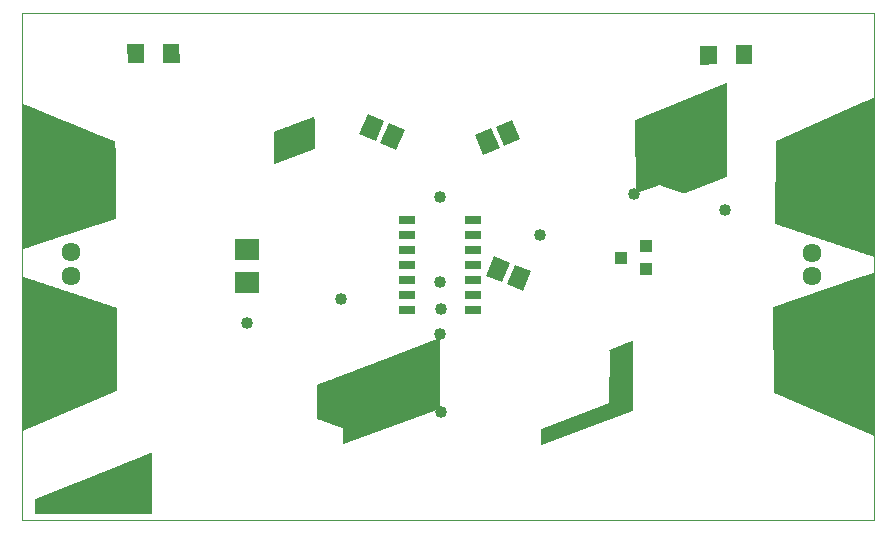
<source format=gts>
G75*
%MOIN*%
%OFA0B0*%
%FSLAX25Y25*%
%IPPOS*%
%LPD*%
%AMOC8*
5,1,8,0,0,1.08239X$1,22.5*
%
%ADD10C,0.00394*%
%ADD11C,0.00100*%
%ADD12R,0.07099X0.07887*%
%ADD13R,0.05524X0.06312*%
%ADD14R,0.04343X0.03950*%
%ADD15R,0.05918X0.07099*%
%ADD16R,0.05524X0.03162*%
%ADD17C,0.22300*%
%ADD18C,0.06343*%
%ADD19C,0.04000*%
D10*
X0013386Y0011105D02*
X0297323Y0011105D01*
X0297323Y0179954D01*
X0013386Y0179954D01*
X0013386Y0011105D01*
D11*
X0017773Y0013286D02*
X0017833Y0014672D01*
X0017897Y0017899D01*
X0056501Y0033488D01*
X0056399Y0013395D01*
X0017773Y0013286D01*
X0017774Y0013314D02*
X0027720Y0013314D01*
X0020936Y0019126D02*
X0056428Y0019126D01*
X0056427Y0019028D02*
X0020692Y0019028D01*
X0020448Y0018929D02*
X0056427Y0018929D01*
X0056426Y0018831D02*
X0020204Y0018831D01*
X0019961Y0018732D02*
X0056426Y0018732D01*
X0056425Y0018634D02*
X0019717Y0018634D01*
X0019473Y0018535D02*
X0056425Y0018535D01*
X0056424Y0018437D02*
X0019229Y0018437D01*
X0018985Y0018338D02*
X0056424Y0018338D01*
X0056423Y0018240D02*
X0018741Y0018240D01*
X0018497Y0018141D02*
X0056423Y0018141D01*
X0056422Y0018043D02*
X0018253Y0018043D01*
X0018009Y0017944D02*
X0056422Y0017944D01*
X0056421Y0017846D02*
X0017896Y0017846D01*
X0017894Y0017747D02*
X0056421Y0017747D01*
X0056420Y0017649D02*
X0017892Y0017649D01*
X0017890Y0017550D02*
X0056420Y0017550D01*
X0056419Y0017452D02*
X0017888Y0017452D01*
X0017886Y0017353D02*
X0056419Y0017353D01*
X0056418Y0017255D02*
X0017884Y0017255D01*
X0017882Y0017156D02*
X0056418Y0017156D01*
X0056417Y0017057D02*
X0017880Y0017057D01*
X0017878Y0016959D02*
X0056417Y0016959D01*
X0056416Y0016860D02*
X0017876Y0016860D01*
X0017874Y0016762D02*
X0056416Y0016762D01*
X0056415Y0016663D02*
X0017872Y0016663D01*
X0017870Y0016565D02*
X0056415Y0016565D01*
X0056414Y0016466D02*
X0017869Y0016466D01*
X0017867Y0016368D02*
X0056414Y0016368D01*
X0056413Y0016269D02*
X0017865Y0016269D01*
X0017863Y0016171D02*
X0056413Y0016171D01*
X0056412Y0016072D02*
X0017861Y0016072D01*
X0017859Y0015974D02*
X0056412Y0015974D01*
X0056411Y0015875D02*
X0017857Y0015875D01*
X0017855Y0015777D02*
X0056411Y0015777D01*
X0056410Y0015678D02*
X0017853Y0015678D01*
X0017851Y0015580D02*
X0056410Y0015580D01*
X0056409Y0015481D02*
X0017849Y0015481D01*
X0017847Y0015383D02*
X0056409Y0015383D01*
X0056408Y0015284D02*
X0017845Y0015284D01*
X0017843Y0015186D02*
X0056408Y0015186D01*
X0056407Y0015087D02*
X0017841Y0015087D01*
X0017839Y0014989D02*
X0056407Y0014989D01*
X0056406Y0014890D02*
X0017837Y0014890D01*
X0017835Y0014792D02*
X0056406Y0014792D01*
X0056405Y0014693D02*
X0017833Y0014693D01*
X0017829Y0014595D02*
X0056405Y0014595D01*
X0056404Y0014496D02*
X0017825Y0014496D01*
X0017821Y0014398D02*
X0056404Y0014398D01*
X0056403Y0014299D02*
X0017817Y0014299D01*
X0017812Y0014201D02*
X0056403Y0014201D01*
X0056402Y0014102D02*
X0017808Y0014102D01*
X0017804Y0014004D02*
X0056402Y0014004D01*
X0056401Y0013905D02*
X0017800Y0013905D01*
X0017795Y0013807D02*
X0056401Y0013807D01*
X0056400Y0013708D02*
X0017791Y0013708D01*
X0017787Y0013610D02*
X0056400Y0013610D01*
X0056399Y0013511D02*
X0017783Y0013511D01*
X0017778Y0013413D02*
X0056399Y0013413D01*
X0056428Y0019225D02*
X0021180Y0019225D01*
X0021424Y0019323D02*
X0056429Y0019323D01*
X0056429Y0019422D02*
X0021668Y0019422D01*
X0021912Y0019520D02*
X0056430Y0019520D01*
X0056430Y0019619D02*
X0022156Y0019619D01*
X0022400Y0019717D02*
X0056431Y0019717D01*
X0056431Y0019816D02*
X0022644Y0019816D01*
X0022888Y0019914D02*
X0056432Y0019914D01*
X0056432Y0020013D02*
X0023132Y0020013D01*
X0023376Y0020111D02*
X0056433Y0020111D01*
X0056433Y0020210D02*
X0023620Y0020210D01*
X0023864Y0020308D02*
X0056434Y0020308D01*
X0056434Y0020407D02*
X0024108Y0020407D01*
X0024351Y0020505D02*
X0056435Y0020505D01*
X0056435Y0020604D02*
X0024595Y0020604D01*
X0024839Y0020702D02*
X0056436Y0020702D01*
X0056436Y0020801D02*
X0025083Y0020801D01*
X0025327Y0020899D02*
X0056437Y0020899D01*
X0056437Y0020998D02*
X0025571Y0020998D01*
X0025815Y0021096D02*
X0056438Y0021096D01*
X0056438Y0021195D02*
X0026059Y0021195D01*
X0026303Y0021293D02*
X0056439Y0021293D01*
X0056439Y0021392D02*
X0026547Y0021392D01*
X0026791Y0021491D02*
X0056440Y0021491D01*
X0056440Y0021589D02*
X0027035Y0021589D01*
X0027279Y0021688D02*
X0056441Y0021688D01*
X0056441Y0021786D02*
X0027523Y0021786D01*
X0027767Y0021885D02*
X0056442Y0021885D01*
X0056442Y0021983D02*
X0028011Y0021983D01*
X0028255Y0022082D02*
X0056443Y0022082D01*
X0056443Y0022180D02*
X0028498Y0022180D01*
X0028742Y0022279D02*
X0056444Y0022279D01*
X0056444Y0022377D02*
X0028986Y0022377D01*
X0029230Y0022476D02*
X0056445Y0022476D01*
X0056445Y0022574D02*
X0029474Y0022574D01*
X0029718Y0022673D02*
X0056446Y0022673D01*
X0056446Y0022771D02*
X0029962Y0022771D01*
X0030206Y0022870D02*
X0056447Y0022870D01*
X0056447Y0022968D02*
X0030450Y0022968D01*
X0030694Y0023067D02*
X0056448Y0023067D01*
X0056448Y0023165D02*
X0030938Y0023165D01*
X0031182Y0023264D02*
X0056449Y0023264D01*
X0056449Y0023362D02*
X0031426Y0023362D01*
X0031670Y0023461D02*
X0056450Y0023461D01*
X0056450Y0023559D02*
X0031914Y0023559D01*
X0032158Y0023658D02*
X0056451Y0023658D01*
X0056451Y0023756D02*
X0032402Y0023756D01*
X0032645Y0023855D02*
X0056452Y0023855D01*
X0056452Y0023953D02*
X0032889Y0023953D01*
X0033133Y0024052D02*
X0056453Y0024052D01*
X0056453Y0024150D02*
X0033377Y0024150D01*
X0033621Y0024249D02*
X0056454Y0024249D01*
X0056454Y0024347D02*
X0033865Y0024347D01*
X0034109Y0024446D02*
X0056455Y0024446D01*
X0056455Y0024544D02*
X0034353Y0024544D01*
X0034597Y0024643D02*
X0056456Y0024643D01*
X0056456Y0024741D02*
X0034841Y0024741D01*
X0035085Y0024840D02*
X0056457Y0024840D01*
X0056457Y0024938D02*
X0035329Y0024938D01*
X0035573Y0025037D02*
X0056458Y0025037D01*
X0056458Y0025135D02*
X0035817Y0025135D01*
X0036061Y0025234D02*
X0056459Y0025234D01*
X0056459Y0025332D02*
X0036305Y0025332D01*
X0036549Y0025431D02*
X0056460Y0025431D01*
X0056460Y0025529D02*
X0036792Y0025529D01*
X0037036Y0025628D02*
X0056461Y0025628D01*
X0056461Y0025726D02*
X0037280Y0025726D01*
X0037524Y0025825D02*
X0056462Y0025825D01*
X0056462Y0025924D02*
X0037768Y0025924D01*
X0038012Y0026022D02*
X0056463Y0026022D01*
X0056463Y0026121D02*
X0038256Y0026121D01*
X0038500Y0026219D02*
X0056464Y0026219D01*
X0056464Y0026318D02*
X0038744Y0026318D01*
X0038988Y0026416D02*
X0056465Y0026416D01*
X0056465Y0026515D02*
X0039232Y0026515D01*
X0039476Y0026613D02*
X0056466Y0026613D01*
X0056466Y0026712D02*
X0039720Y0026712D01*
X0039964Y0026810D02*
X0056467Y0026810D01*
X0056467Y0026909D02*
X0040208Y0026909D01*
X0040452Y0027007D02*
X0056468Y0027007D01*
X0056468Y0027106D02*
X0040696Y0027106D01*
X0040939Y0027204D02*
X0056469Y0027204D01*
X0056469Y0027303D02*
X0041183Y0027303D01*
X0041427Y0027401D02*
X0056470Y0027401D01*
X0056470Y0027500D02*
X0041671Y0027500D01*
X0041915Y0027598D02*
X0056471Y0027598D01*
X0056471Y0027697D02*
X0042159Y0027697D01*
X0042403Y0027795D02*
X0056472Y0027795D01*
X0056472Y0027894D02*
X0042647Y0027894D01*
X0042891Y0027992D02*
X0056473Y0027992D01*
X0056473Y0028091D02*
X0043135Y0028091D01*
X0043379Y0028189D02*
X0056474Y0028189D01*
X0056474Y0028288D02*
X0043623Y0028288D01*
X0043867Y0028386D02*
X0056475Y0028386D01*
X0056475Y0028485D02*
X0044111Y0028485D01*
X0044355Y0028583D02*
X0056476Y0028583D01*
X0056476Y0028682D02*
X0044599Y0028682D01*
X0044843Y0028780D02*
X0056477Y0028780D01*
X0056477Y0028879D02*
X0045086Y0028879D01*
X0045330Y0028977D02*
X0056478Y0028977D01*
X0056478Y0029076D02*
X0045574Y0029076D01*
X0045818Y0029174D02*
X0056479Y0029174D01*
X0056479Y0029273D02*
X0046062Y0029273D01*
X0046306Y0029371D02*
X0056480Y0029371D01*
X0056480Y0029470D02*
X0046550Y0029470D01*
X0046794Y0029568D02*
X0056481Y0029568D01*
X0056481Y0029667D02*
X0047038Y0029667D01*
X0047282Y0029765D02*
X0056482Y0029765D01*
X0056482Y0029864D02*
X0047526Y0029864D01*
X0047770Y0029962D02*
X0056483Y0029962D01*
X0056483Y0030061D02*
X0048014Y0030061D01*
X0048258Y0030159D02*
X0056484Y0030159D01*
X0056484Y0030258D02*
X0048502Y0030258D01*
X0048746Y0030357D02*
X0056485Y0030357D01*
X0056485Y0030455D02*
X0048990Y0030455D01*
X0049233Y0030554D02*
X0056486Y0030554D01*
X0056486Y0030652D02*
X0049477Y0030652D01*
X0049721Y0030751D02*
X0056487Y0030751D01*
X0056487Y0030849D02*
X0049965Y0030849D01*
X0050209Y0030948D02*
X0056488Y0030948D01*
X0056488Y0031046D02*
X0050453Y0031046D01*
X0050697Y0031145D02*
X0056489Y0031145D01*
X0056489Y0031243D02*
X0050941Y0031243D01*
X0051185Y0031342D02*
X0056490Y0031342D01*
X0056490Y0031440D02*
X0051429Y0031440D01*
X0051673Y0031539D02*
X0056491Y0031539D01*
X0056491Y0031637D02*
X0051917Y0031637D01*
X0052161Y0031736D02*
X0056492Y0031736D01*
X0056492Y0031834D02*
X0052405Y0031834D01*
X0052649Y0031933D02*
X0056493Y0031933D01*
X0056493Y0032031D02*
X0052893Y0032031D01*
X0053137Y0032130D02*
X0056494Y0032130D01*
X0056494Y0032228D02*
X0053380Y0032228D01*
X0053624Y0032327D02*
X0056495Y0032327D01*
X0056495Y0032425D02*
X0053868Y0032425D01*
X0054112Y0032524D02*
X0056496Y0032524D01*
X0056496Y0032622D02*
X0054356Y0032622D01*
X0054600Y0032721D02*
X0056497Y0032721D01*
X0056497Y0032819D02*
X0054844Y0032819D01*
X0055088Y0032918D02*
X0056498Y0032918D01*
X0056498Y0033016D02*
X0055332Y0033016D01*
X0055576Y0033115D02*
X0056499Y0033115D01*
X0056499Y0033213D02*
X0055820Y0033213D01*
X0056064Y0033312D02*
X0056500Y0033312D01*
X0056500Y0033410D02*
X0056308Y0033410D01*
X0034355Y0049960D02*
X0013287Y0049960D01*
X0013287Y0049862D02*
X0034123Y0049862D01*
X0033891Y0049763D02*
X0013287Y0049763D01*
X0013287Y0049665D02*
X0033659Y0049665D01*
X0033427Y0049566D02*
X0013287Y0049566D01*
X0013287Y0049468D02*
X0033195Y0049468D01*
X0032963Y0049369D02*
X0013286Y0049369D01*
X0013286Y0049271D02*
X0032731Y0049271D01*
X0032499Y0049172D02*
X0013286Y0049172D01*
X0013286Y0049074D02*
X0032267Y0049074D01*
X0032035Y0048975D02*
X0013286Y0048975D01*
X0013286Y0048877D02*
X0031803Y0048877D01*
X0031571Y0048778D02*
X0013285Y0048778D01*
X0013285Y0048680D02*
X0031339Y0048680D01*
X0031107Y0048581D02*
X0013285Y0048581D01*
X0013285Y0048483D02*
X0030875Y0048483D01*
X0030643Y0048384D02*
X0013285Y0048384D01*
X0013285Y0048286D02*
X0030411Y0048286D01*
X0030179Y0048187D02*
X0013284Y0048187D01*
X0013284Y0048089D02*
X0029947Y0048089D01*
X0029715Y0047990D02*
X0013284Y0047990D01*
X0013284Y0047892D02*
X0029483Y0047892D01*
X0029251Y0047793D02*
X0013284Y0047793D01*
X0013284Y0047695D02*
X0029019Y0047695D01*
X0028787Y0047596D02*
X0013284Y0047596D01*
X0013283Y0047497D02*
X0028555Y0047497D01*
X0028323Y0047399D02*
X0013283Y0047399D01*
X0013283Y0047300D02*
X0028091Y0047300D01*
X0027859Y0047202D02*
X0013283Y0047202D01*
X0013283Y0047103D02*
X0027627Y0047103D01*
X0027395Y0047005D02*
X0013283Y0047005D01*
X0013282Y0046906D02*
X0027163Y0046906D01*
X0026931Y0046808D02*
X0013282Y0046808D01*
X0013282Y0046709D02*
X0026699Y0046709D01*
X0026467Y0046611D02*
X0013282Y0046611D01*
X0013282Y0046512D02*
X0026235Y0046512D01*
X0026003Y0046414D02*
X0013282Y0046414D01*
X0013281Y0046315D02*
X0025771Y0046315D01*
X0025539Y0046217D02*
X0013281Y0046217D01*
X0013281Y0046118D02*
X0025307Y0046118D01*
X0025075Y0046020D02*
X0013281Y0046020D01*
X0013281Y0045921D02*
X0024843Y0045921D01*
X0024611Y0045823D02*
X0013281Y0045823D01*
X0013280Y0045724D02*
X0024379Y0045724D01*
X0024147Y0045626D02*
X0013280Y0045626D01*
X0013280Y0045527D02*
X0023915Y0045527D01*
X0023683Y0045429D02*
X0013280Y0045429D01*
X0013280Y0045330D02*
X0023451Y0045330D01*
X0023219Y0045232D02*
X0013280Y0045232D01*
X0013279Y0045133D02*
X0022987Y0045133D01*
X0022755Y0045035D02*
X0013279Y0045035D01*
X0013279Y0044936D02*
X0022523Y0044936D01*
X0022291Y0044838D02*
X0013279Y0044838D01*
X0013279Y0044739D02*
X0022059Y0044739D01*
X0021827Y0044641D02*
X0013279Y0044641D01*
X0013278Y0044542D02*
X0021595Y0044542D01*
X0021363Y0044444D02*
X0013278Y0044444D01*
X0013278Y0044345D02*
X0021131Y0044345D01*
X0020899Y0044247D02*
X0013278Y0044247D01*
X0013278Y0044148D02*
X0020667Y0044148D01*
X0020435Y0044050D02*
X0013278Y0044050D01*
X0013277Y0043951D02*
X0020203Y0043951D01*
X0019971Y0043853D02*
X0013277Y0043853D01*
X0013277Y0043754D02*
X0019739Y0043754D01*
X0019507Y0043656D02*
X0013277Y0043656D01*
X0013277Y0043557D02*
X0019275Y0043557D01*
X0019043Y0043459D02*
X0013277Y0043459D01*
X0013276Y0043360D02*
X0018811Y0043360D01*
X0018579Y0043262D02*
X0013276Y0043262D01*
X0013276Y0043163D02*
X0018347Y0043163D01*
X0018115Y0043064D02*
X0013276Y0043064D01*
X0013276Y0042966D02*
X0017883Y0042966D01*
X0017651Y0042867D02*
X0013276Y0042867D01*
X0013276Y0042769D02*
X0017419Y0042769D01*
X0017187Y0042670D02*
X0013275Y0042670D01*
X0013275Y0042572D02*
X0016955Y0042572D01*
X0016723Y0042473D02*
X0013275Y0042473D01*
X0013275Y0042375D02*
X0016491Y0042375D01*
X0016259Y0042276D02*
X0013275Y0042276D01*
X0013275Y0042178D02*
X0016027Y0042178D01*
X0015795Y0042079D02*
X0013274Y0042079D01*
X0013274Y0041981D02*
X0015563Y0041981D01*
X0015331Y0041882D02*
X0013274Y0041882D01*
X0013274Y0041784D02*
X0015099Y0041784D01*
X0014867Y0041685D02*
X0013274Y0041685D01*
X0013274Y0041587D02*
X0014635Y0041587D01*
X0014403Y0041488D02*
X0013273Y0041488D01*
X0013273Y0041390D02*
X0014171Y0041390D01*
X0013939Y0041291D02*
X0013273Y0041291D01*
X0013273Y0041193D02*
X0013707Y0041193D01*
X0013475Y0041094D02*
X0013273Y0041094D01*
X0013273Y0041008D02*
X0013356Y0091235D01*
X0013314Y0092162D01*
X0044873Y0081707D01*
X0044892Y0054434D01*
X0013273Y0041008D01*
X0013288Y0050059D02*
X0034587Y0050059D01*
X0034819Y0050157D02*
X0013288Y0050157D01*
X0013288Y0050256D02*
X0035051Y0050256D01*
X0035283Y0050354D02*
X0013288Y0050354D01*
X0013288Y0050453D02*
X0035515Y0050453D01*
X0035747Y0050551D02*
X0013288Y0050551D01*
X0013289Y0050650D02*
X0035979Y0050650D01*
X0036211Y0050748D02*
X0013289Y0050748D01*
X0013289Y0050847D02*
X0036443Y0050847D01*
X0036675Y0050945D02*
X0013289Y0050945D01*
X0013289Y0051044D02*
X0036907Y0051044D01*
X0037139Y0051142D02*
X0013289Y0051142D01*
X0013290Y0051241D02*
X0037371Y0051241D01*
X0037603Y0051339D02*
X0013290Y0051339D01*
X0013290Y0051438D02*
X0037835Y0051438D01*
X0038067Y0051536D02*
X0013290Y0051536D01*
X0013290Y0051635D02*
X0038299Y0051635D01*
X0038531Y0051733D02*
X0013290Y0051733D01*
X0013291Y0051832D02*
X0038763Y0051832D01*
X0038995Y0051930D02*
X0013291Y0051930D01*
X0013291Y0052029D02*
X0039227Y0052029D01*
X0039459Y0052128D02*
X0013291Y0052128D01*
X0013291Y0052226D02*
X0039691Y0052226D01*
X0039923Y0052325D02*
X0013291Y0052325D01*
X0013291Y0052423D02*
X0040155Y0052423D01*
X0040387Y0052522D02*
X0013292Y0052522D01*
X0013292Y0052620D02*
X0040619Y0052620D01*
X0040851Y0052719D02*
X0013292Y0052719D01*
X0013292Y0052817D02*
X0041083Y0052817D01*
X0041315Y0052916D02*
X0013292Y0052916D01*
X0013292Y0053014D02*
X0041547Y0053014D01*
X0041779Y0053113D02*
X0013293Y0053113D01*
X0013293Y0053211D02*
X0042011Y0053211D01*
X0042243Y0053310D02*
X0013293Y0053310D01*
X0013293Y0053408D02*
X0042475Y0053408D01*
X0042707Y0053507D02*
X0013293Y0053507D01*
X0013293Y0053605D02*
X0042939Y0053605D01*
X0043171Y0053704D02*
X0013294Y0053704D01*
X0013294Y0053802D02*
X0043403Y0053802D01*
X0043635Y0053901D02*
X0013294Y0053901D01*
X0013294Y0053999D02*
X0043867Y0053999D01*
X0044099Y0054098D02*
X0013294Y0054098D01*
X0013294Y0054196D02*
X0044331Y0054196D01*
X0044563Y0054295D02*
X0013295Y0054295D01*
X0013295Y0054393D02*
X0044795Y0054393D01*
X0044891Y0054492D02*
X0013295Y0054492D01*
X0013295Y0054590D02*
X0044891Y0054590D01*
X0044891Y0054689D02*
X0013295Y0054689D01*
X0013295Y0054787D02*
X0044891Y0054787D01*
X0044891Y0054886D02*
X0013296Y0054886D01*
X0013296Y0054984D02*
X0044891Y0054984D01*
X0044891Y0055083D02*
X0013296Y0055083D01*
X0013296Y0055181D02*
X0044891Y0055181D01*
X0044891Y0055280D02*
X0013296Y0055280D01*
X0013296Y0055378D02*
X0044891Y0055378D01*
X0044891Y0055477D02*
X0013297Y0055477D01*
X0013297Y0055575D02*
X0044891Y0055575D01*
X0044891Y0055674D02*
X0013297Y0055674D01*
X0013297Y0055772D02*
X0044891Y0055772D01*
X0044891Y0055871D02*
X0013297Y0055871D01*
X0013297Y0055969D02*
X0044891Y0055969D01*
X0044890Y0056068D02*
X0013298Y0056068D01*
X0013298Y0056166D02*
X0044890Y0056166D01*
X0044890Y0056265D02*
X0013298Y0056265D01*
X0013298Y0056364D02*
X0044890Y0056364D01*
X0044890Y0056462D02*
X0013298Y0056462D01*
X0013298Y0056561D02*
X0044890Y0056561D01*
X0044890Y0056659D02*
X0013299Y0056659D01*
X0013299Y0056758D02*
X0044890Y0056758D01*
X0044890Y0056856D02*
X0013299Y0056856D01*
X0013299Y0056955D02*
X0044890Y0056955D01*
X0044890Y0057053D02*
X0013299Y0057053D01*
X0013299Y0057152D02*
X0044890Y0057152D01*
X0044890Y0057250D02*
X0013299Y0057250D01*
X0013300Y0057349D02*
X0044890Y0057349D01*
X0044890Y0057447D02*
X0013300Y0057447D01*
X0013300Y0057546D02*
X0044889Y0057546D01*
X0044889Y0057644D02*
X0013300Y0057644D01*
X0013300Y0057743D02*
X0044889Y0057743D01*
X0044889Y0057841D02*
X0013300Y0057841D01*
X0013301Y0057940D02*
X0044889Y0057940D01*
X0044889Y0058038D02*
X0013301Y0058038D01*
X0013301Y0058137D02*
X0044889Y0058137D01*
X0044889Y0058235D02*
X0013301Y0058235D01*
X0013301Y0058334D02*
X0044889Y0058334D01*
X0044889Y0058432D02*
X0013301Y0058432D01*
X0013302Y0058531D02*
X0044889Y0058531D01*
X0044889Y0058629D02*
X0013302Y0058629D01*
X0013302Y0058728D02*
X0044889Y0058728D01*
X0044889Y0058826D02*
X0013302Y0058826D01*
X0013302Y0058925D02*
X0044889Y0058925D01*
X0044888Y0059023D02*
X0013302Y0059023D01*
X0013303Y0059122D02*
X0044888Y0059122D01*
X0044888Y0059220D02*
X0013303Y0059220D01*
X0013303Y0059319D02*
X0044888Y0059319D01*
X0044888Y0059417D02*
X0013303Y0059417D01*
X0013303Y0059516D02*
X0044888Y0059516D01*
X0044888Y0059614D02*
X0013303Y0059614D01*
X0013304Y0059713D02*
X0044888Y0059713D01*
X0044888Y0059811D02*
X0013304Y0059811D01*
X0013304Y0059910D02*
X0044888Y0059910D01*
X0044888Y0060008D02*
X0013304Y0060008D01*
X0013304Y0060107D02*
X0044888Y0060107D01*
X0044888Y0060205D02*
X0013304Y0060205D01*
X0013305Y0060304D02*
X0044888Y0060304D01*
X0044888Y0060402D02*
X0013305Y0060402D01*
X0013305Y0060501D02*
X0044887Y0060501D01*
X0044887Y0060599D02*
X0013305Y0060599D01*
X0013305Y0060698D02*
X0044887Y0060698D01*
X0044887Y0060797D02*
X0013305Y0060797D01*
X0013306Y0060895D02*
X0044887Y0060895D01*
X0044887Y0060994D02*
X0013306Y0060994D01*
X0013306Y0061092D02*
X0044887Y0061092D01*
X0044887Y0061191D02*
X0013306Y0061191D01*
X0013306Y0061289D02*
X0044887Y0061289D01*
X0044887Y0061388D02*
X0013306Y0061388D01*
X0013307Y0061486D02*
X0044887Y0061486D01*
X0044887Y0061585D02*
X0013307Y0061585D01*
X0013307Y0061683D02*
X0044887Y0061683D01*
X0044887Y0061782D02*
X0013307Y0061782D01*
X0013307Y0061880D02*
X0044887Y0061880D01*
X0044887Y0061979D02*
X0013307Y0061979D01*
X0013307Y0062077D02*
X0044886Y0062077D01*
X0044886Y0062176D02*
X0013308Y0062176D01*
X0013308Y0062274D02*
X0044886Y0062274D01*
X0044886Y0062373D02*
X0013308Y0062373D01*
X0013308Y0062471D02*
X0044886Y0062471D01*
X0044886Y0062570D02*
X0013308Y0062570D01*
X0013308Y0062668D02*
X0044886Y0062668D01*
X0044886Y0062767D02*
X0013309Y0062767D01*
X0013309Y0062865D02*
X0044886Y0062865D01*
X0044886Y0062964D02*
X0013309Y0062964D01*
X0013309Y0063062D02*
X0044886Y0063062D01*
X0044886Y0063161D02*
X0013309Y0063161D01*
X0013309Y0063259D02*
X0044886Y0063259D01*
X0044886Y0063358D02*
X0013310Y0063358D01*
X0013310Y0063456D02*
X0044886Y0063456D01*
X0044885Y0063555D02*
X0013310Y0063555D01*
X0013310Y0063653D02*
X0044885Y0063653D01*
X0044885Y0063752D02*
X0013310Y0063752D01*
X0013310Y0063850D02*
X0044885Y0063850D01*
X0044885Y0063949D02*
X0013311Y0063949D01*
X0013311Y0064047D02*
X0044885Y0064047D01*
X0044885Y0064146D02*
X0013311Y0064146D01*
X0013311Y0064244D02*
X0044885Y0064244D01*
X0044885Y0064343D02*
X0013311Y0064343D01*
X0013311Y0064441D02*
X0044885Y0064441D01*
X0044885Y0064540D02*
X0013312Y0064540D01*
X0013312Y0064638D02*
X0044885Y0064638D01*
X0044885Y0064737D02*
X0013312Y0064737D01*
X0013312Y0064835D02*
X0044885Y0064835D01*
X0044885Y0064934D02*
X0013312Y0064934D01*
X0013312Y0065033D02*
X0044884Y0065033D01*
X0044884Y0065131D02*
X0013313Y0065131D01*
X0013313Y0065230D02*
X0044884Y0065230D01*
X0044884Y0065328D02*
X0013313Y0065328D01*
X0013313Y0065427D02*
X0044884Y0065427D01*
X0044884Y0065525D02*
X0013313Y0065525D01*
X0013313Y0065624D02*
X0044884Y0065624D01*
X0044884Y0065722D02*
X0013314Y0065722D01*
X0013314Y0065821D02*
X0044884Y0065821D01*
X0044884Y0065919D02*
X0013314Y0065919D01*
X0013314Y0066018D02*
X0044884Y0066018D01*
X0044884Y0066116D02*
X0013314Y0066116D01*
X0013314Y0066215D02*
X0044884Y0066215D01*
X0044884Y0066313D02*
X0013315Y0066313D01*
X0013315Y0066412D02*
X0044884Y0066412D01*
X0044884Y0066510D02*
X0013315Y0066510D01*
X0013315Y0066609D02*
X0044883Y0066609D01*
X0044883Y0066707D02*
X0013315Y0066707D01*
X0013315Y0066806D02*
X0044883Y0066806D01*
X0044883Y0066904D02*
X0013315Y0066904D01*
X0013316Y0067003D02*
X0044883Y0067003D01*
X0044883Y0067101D02*
X0013316Y0067101D01*
X0013316Y0067200D02*
X0044883Y0067200D01*
X0044883Y0067298D02*
X0013316Y0067298D01*
X0013316Y0067397D02*
X0044883Y0067397D01*
X0044883Y0067495D02*
X0013316Y0067495D01*
X0013317Y0067594D02*
X0044883Y0067594D01*
X0044883Y0067692D02*
X0013317Y0067692D01*
X0013317Y0067791D02*
X0044883Y0067791D01*
X0044883Y0067889D02*
X0013317Y0067889D01*
X0013317Y0067988D02*
X0044883Y0067988D01*
X0044882Y0068086D02*
X0013317Y0068086D01*
X0013318Y0068185D02*
X0044882Y0068185D01*
X0044882Y0068283D02*
X0013318Y0068283D01*
X0013318Y0068382D02*
X0044882Y0068382D01*
X0044882Y0068480D02*
X0013318Y0068480D01*
X0013318Y0068579D02*
X0044882Y0068579D01*
X0044882Y0068677D02*
X0013318Y0068677D01*
X0013319Y0068776D02*
X0044882Y0068776D01*
X0044882Y0068874D02*
X0013319Y0068874D01*
X0013319Y0068973D02*
X0044882Y0068973D01*
X0044882Y0069071D02*
X0013319Y0069071D01*
X0013319Y0069170D02*
X0044882Y0069170D01*
X0044882Y0069268D02*
X0013319Y0069268D01*
X0013320Y0069367D02*
X0044882Y0069367D01*
X0044882Y0069466D02*
X0013320Y0069466D01*
X0013320Y0069564D02*
X0044881Y0069564D01*
X0044881Y0069663D02*
X0013320Y0069663D01*
X0013320Y0069761D02*
X0044881Y0069761D01*
X0044881Y0069860D02*
X0013320Y0069860D01*
X0013321Y0069958D02*
X0044881Y0069958D01*
X0044881Y0070057D02*
X0013321Y0070057D01*
X0013321Y0070155D02*
X0044881Y0070155D01*
X0044881Y0070254D02*
X0013321Y0070254D01*
X0013321Y0070352D02*
X0044881Y0070352D01*
X0044881Y0070451D02*
X0013321Y0070451D01*
X0013322Y0070549D02*
X0044881Y0070549D01*
X0044881Y0070648D02*
X0013322Y0070648D01*
X0013322Y0070746D02*
X0044881Y0070746D01*
X0044881Y0070845D02*
X0013322Y0070845D01*
X0013322Y0070943D02*
X0044881Y0070943D01*
X0044880Y0071042D02*
X0013322Y0071042D01*
X0013323Y0071140D02*
X0044880Y0071140D01*
X0044880Y0071239D02*
X0013323Y0071239D01*
X0013323Y0071337D02*
X0044880Y0071337D01*
X0044880Y0071436D02*
X0013323Y0071436D01*
X0013323Y0071534D02*
X0044880Y0071534D01*
X0044880Y0071633D02*
X0013323Y0071633D01*
X0013323Y0071731D02*
X0044880Y0071731D01*
X0044880Y0071830D02*
X0013324Y0071830D01*
X0013324Y0071928D02*
X0044880Y0071928D01*
X0044880Y0072027D02*
X0013324Y0072027D01*
X0013324Y0072125D02*
X0044880Y0072125D01*
X0044880Y0072224D02*
X0013324Y0072224D01*
X0013324Y0072322D02*
X0044880Y0072322D01*
X0044880Y0072421D02*
X0013325Y0072421D01*
X0013325Y0072519D02*
X0044880Y0072519D01*
X0044879Y0072618D02*
X0013325Y0072618D01*
X0013325Y0072716D02*
X0044879Y0072716D01*
X0044879Y0072815D02*
X0013325Y0072815D01*
X0013325Y0072913D02*
X0044879Y0072913D01*
X0044879Y0073012D02*
X0013326Y0073012D01*
X0013326Y0073110D02*
X0044879Y0073110D01*
X0044879Y0073209D02*
X0013326Y0073209D01*
X0013326Y0073307D02*
X0044879Y0073307D01*
X0044879Y0073406D02*
X0013326Y0073406D01*
X0013326Y0073504D02*
X0044879Y0073504D01*
X0044879Y0073603D02*
X0013327Y0073603D01*
X0013327Y0073702D02*
X0044879Y0073702D01*
X0044879Y0073800D02*
X0013327Y0073800D01*
X0013327Y0073899D02*
X0044879Y0073899D01*
X0044879Y0073997D02*
X0013327Y0073997D01*
X0013327Y0074096D02*
X0044878Y0074096D01*
X0044878Y0074194D02*
X0013328Y0074194D01*
X0013328Y0074293D02*
X0044878Y0074293D01*
X0044878Y0074391D02*
X0013328Y0074391D01*
X0013328Y0074490D02*
X0044878Y0074490D01*
X0044878Y0074588D02*
X0013328Y0074588D01*
X0013328Y0074687D02*
X0044878Y0074687D01*
X0044878Y0074785D02*
X0013329Y0074785D01*
X0013329Y0074884D02*
X0044878Y0074884D01*
X0044878Y0074982D02*
X0013329Y0074982D01*
X0013329Y0075081D02*
X0044878Y0075081D01*
X0044878Y0075179D02*
X0013329Y0075179D01*
X0013329Y0075278D02*
X0044878Y0075278D01*
X0044878Y0075376D02*
X0013330Y0075376D01*
X0013330Y0075475D02*
X0044878Y0075475D01*
X0044877Y0075573D02*
X0013330Y0075573D01*
X0013330Y0075672D02*
X0044877Y0075672D01*
X0044877Y0075770D02*
X0013330Y0075770D01*
X0013330Y0075869D02*
X0044877Y0075869D01*
X0044877Y0075967D02*
X0013331Y0075967D01*
X0013331Y0076066D02*
X0044877Y0076066D01*
X0044877Y0076164D02*
X0013331Y0076164D01*
X0013331Y0076263D02*
X0044877Y0076263D01*
X0044877Y0076361D02*
X0013331Y0076361D01*
X0013331Y0076460D02*
X0044877Y0076460D01*
X0044877Y0076558D02*
X0013331Y0076558D01*
X0013332Y0076657D02*
X0044877Y0076657D01*
X0044877Y0076755D02*
X0013332Y0076755D01*
X0013332Y0076854D02*
X0044877Y0076854D01*
X0044877Y0076952D02*
X0013332Y0076952D01*
X0013332Y0077051D02*
X0044876Y0077051D01*
X0044876Y0077149D02*
X0013332Y0077149D01*
X0013333Y0077248D02*
X0044876Y0077248D01*
X0044876Y0077346D02*
X0013333Y0077346D01*
X0013333Y0077445D02*
X0044876Y0077445D01*
X0044876Y0077543D02*
X0013333Y0077543D01*
X0013333Y0077642D02*
X0044876Y0077642D01*
X0044876Y0077740D02*
X0013333Y0077740D01*
X0013334Y0077839D02*
X0044876Y0077839D01*
X0044876Y0077937D02*
X0013334Y0077937D01*
X0013334Y0078036D02*
X0044876Y0078036D01*
X0044876Y0078135D02*
X0013334Y0078135D01*
X0013334Y0078233D02*
X0044876Y0078233D01*
X0044876Y0078332D02*
X0013334Y0078332D01*
X0013335Y0078430D02*
X0044876Y0078430D01*
X0044876Y0078529D02*
X0013335Y0078529D01*
X0013335Y0078627D02*
X0044875Y0078627D01*
X0044875Y0078726D02*
X0013335Y0078726D01*
X0013335Y0078824D02*
X0044875Y0078824D01*
X0044875Y0078923D02*
X0013335Y0078923D01*
X0013336Y0079021D02*
X0044875Y0079021D01*
X0044875Y0079120D02*
X0013336Y0079120D01*
X0013336Y0079218D02*
X0044875Y0079218D01*
X0044875Y0079317D02*
X0013336Y0079317D01*
X0013336Y0079415D02*
X0044875Y0079415D01*
X0044875Y0079514D02*
X0013336Y0079514D01*
X0013337Y0079612D02*
X0044875Y0079612D01*
X0044875Y0079711D02*
X0013337Y0079711D01*
X0013337Y0079809D02*
X0044875Y0079809D01*
X0044875Y0079908D02*
X0013337Y0079908D01*
X0013337Y0080006D02*
X0044875Y0080006D01*
X0044874Y0080105D02*
X0013337Y0080105D01*
X0013338Y0080203D02*
X0044874Y0080203D01*
X0044874Y0080302D02*
X0013338Y0080302D01*
X0013338Y0080400D02*
X0044874Y0080400D01*
X0044874Y0080499D02*
X0013338Y0080499D01*
X0013338Y0080597D02*
X0044874Y0080597D01*
X0044874Y0080696D02*
X0013338Y0080696D01*
X0013339Y0080794D02*
X0044874Y0080794D01*
X0044874Y0080893D02*
X0013339Y0080893D01*
X0013339Y0080991D02*
X0044874Y0080991D01*
X0044874Y0081090D02*
X0013339Y0081090D01*
X0013339Y0081188D02*
X0044874Y0081188D01*
X0044874Y0081287D02*
X0013339Y0081287D01*
X0013339Y0081385D02*
X0044874Y0081385D01*
X0044874Y0081484D02*
X0013340Y0081484D01*
X0013340Y0081582D02*
X0044873Y0081582D01*
X0044873Y0081681D02*
X0013340Y0081681D01*
X0013340Y0081779D02*
X0044655Y0081779D01*
X0044358Y0081878D02*
X0013340Y0081878D01*
X0013340Y0081976D02*
X0044061Y0081976D01*
X0043763Y0082075D02*
X0013341Y0082075D01*
X0013341Y0082173D02*
X0043466Y0082173D01*
X0043169Y0082272D02*
X0013341Y0082272D01*
X0013341Y0082370D02*
X0042871Y0082370D01*
X0042574Y0082469D02*
X0013341Y0082469D01*
X0013341Y0082568D02*
X0042276Y0082568D01*
X0041979Y0082666D02*
X0013342Y0082666D01*
X0013342Y0082765D02*
X0041682Y0082765D01*
X0041384Y0082863D02*
X0013342Y0082863D01*
X0013342Y0082962D02*
X0041087Y0082962D01*
X0040790Y0083060D02*
X0013342Y0083060D01*
X0013342Y0083159D02*
X0040492Y0083159D01*
X0040195Y0083257D02*
X0013343Y0083257D01*
X0013343Y0083356D02*
X0039897Y0083356D01*
X0039600Y0083454D02*
X0013343Y0083454D01*
X0013343Y0083553D02*
X0039303Y0083553D01*
X0039005Y0083651D02*
X0013343Y0083651D01*
X0013343Y0083750D02*
X0038708Y0083750D01*
X0038411Y0083848D02*
X0013344Y0083848D01*
X0013344Y0083947D02*
X0038113Y0083947D01*
X0037816Y0084045D02*
X0013344Y0084045D01*
X0013344Y0084144D02*
X0037518Y0084144D01*
X0037221Y0084242D02*
X0013344Y0084242D01*
X0013344Y0084341D02*
X0036924Y0084341D01*
X0036626Y0084439D02*
X0013345Y0084439D01*
X0013345Y0084538D02*
X0036329Y0084538D01*
X0036032Y0084636D02*
X0013345Y0084636D01*
X0013345Y0084735D02*
X0035734Y0084735D01*
X0035437Y0084833D02*
X0013345Y0084833D01*
X0013345Y0084932D02*
X0035139Y0084932D01*
X0034842Y0085030D02*
X0013346Y0085030D01*
X0013346Y0085129D02*
X0034545Y0085129D01*
X0034247Y0085227D02*
X0013346Y0085227D01*
X0013346Y0085326D02*
X0033950Y0085326D01*
X0033653Y0085424D02*
X0013346Y0085424D01*
X0013346Y0085523D02*
X0033355Y0085523D01*
X0033058Y0085621D02*
X0013347Y0085621D01*
X0013347Y0085720D02*
X0032761Y0085720D01*
X0032463Y0085818D02*
X0013347Y0085818D01*
X0013347Y0085917D02*
X0032166Y0085917D01*
X0031868Y0086015D02*
X0013347Y0086015D01*
X0013347Y0086114D02*
X0031571Y0086114D01*
X0031274Y0086212D02*
X0013347Y0086212D01*
X0013348Y0086311D02*
X0030976Y0086311D01*
X0030679Y0086409D02*
X0013348Y0086409D01*
X0013348Y0086508D02*
X0030382Y0086508D01*
X0030084Y0086606D02*
X0013348Y0086606D01*
X0013348Y0086705D02*
X0029787Y0086705D01*
X0029489Y0086804D02*
X0013348Y0086804D01*
X0013349Y0086902D02*
X0029192Y0086902D01*
X0028895Y0087001D02*
X0013349Y0087001D01*
X0013349Y0087099D02*
X0028597Y0087099D01*
X0028300Y0087198D02*
X0013349Y0087198D01*
X0013349Y0087296D02*
X0028003Y0087296D01*
X0027705Y0087395D02*
X0013349Y0087395D01*
X0013350Y0087493D02*
X0027408Y0087493D01*
X0027110Y0087592D02*
X0013350Y0087592D01*
X0013350Y0087690D02*
X0026813Y0087690D01*
X0026516Y0087789D02*
X0013350Y0087789D01*
X0013350Y0087887D02*
X0026218Y0087887D01*
X0025921Y0087986D02*
X0013350Y0087986D01*
X0013351Y0088084D02*
X0025624Y0088084D01*
X0025326Y0088183D02*
X0013351Y0088183D01*
X0013351Y0088281D02*
X0025029Y0088281D01*
X0024732Y0088380D02*
X0013351Y0088380D01*
X0013351Y0088478D02*
X0024434Y0088478D01*
X0024137Y0088577D02*
X0013351Y0088577D01*
X0013352Y0088675D02*
X0023839Y0088675D01*
X0023542Y0088774D02*
X0013352Y0088774D01*
X0013352Y0088872D02*
X0023245Y0088872D01*
X0022947Y0088971D02*
X0013352Y0088971D01*
X0013352Y0089069D02*
X0022650Y0089069D01*
X0022353Y0089168D02*
X0013352Y0089168D01*
X0013353Y0089266D02*
X0022055Y0089266D01*
X0021758Y0089365D02*
X0013353Y0089365D01*
X0013353Y0089463D02*
X0021460Y0089463D01*
X0021163Y0089562D02*
X0013353Y0089562D01*
X0013353Y0089660D02*
X0020866Y0089660D01*
X0020568Y0089759D02*
X0013353Y0089759D01*
X0013354Y0089857D02*
X0020271Y0089857D01*
X0019974Y0089956D02*
X0013354Y0089956D01*
X0013354Y0090054D02*
X0019676Y0090054D01*
X0019379Y0090153D02*
X0013354Y0090153D01*
X0013354Y0090251D02*
X0019081Y0090251D01*
X0018784Y0090350D02*
X0013354Y0090350D01*
X0013355Y0090448D02*
X0018487Y0090448D01*
X0018189Y0090547D02*
X0013355Y0090547D01*
X0013355Y0090645D02*
X0017892Y0090645D01*
X0017595Y0090744D02*
X0013355Y0090744D01*
X0013355Y0090842D02*
X0017297Y0090842D01*
X0017000Y0090941D02*
X0013355Y0090941D01*
X0013355Y0091039D02*
X0016702Y0091039D01*
X0016405Y0091138D02*
X0013356Y0091138D01*
X0013356Y0091237D02*
X0016108Y0091237D01*
X0015810Y0091335D02*
X0013351Y0091335D01*
X0013347Y0091434D02*
X0015513Y0091434D01*
X0015216Y0091532D02*
X0013343Y0091532D01*
X0013338Y0091631D02*
X0014918Y0091631D01*
X0014621Y0091729D02*
X0013334Y0091729D01*
X0013329Y0091828D02*
X0014324Y0091828D01*
X0014026Y0091926D02*
X0013325Y0091926D01*
X0013321Y0092025D02*
X0013729Y0092025D01*
X0013431Y0092123D02*
X0013316Y0092123D01*
X0013441Y0101569D02*
X0013365Y0146220D01*
X0013341Y0149781D01*
X0044242Y0137149D01*
X0044248Y0111809D01*
X0013441Y0101569D01*
X0013441Y0101580D02*
X0013473Y0101580D01*
X0013441Y0101679D02*
X0013770Y0101679D01*
X0014066Y0101777D02*
X0013440Y0101777D01*
X0013440Y0101876D02*
X0014362Y0101876D01*
X0014659Y0101974D02*
X0013440Y0101974D01*
X0013440Y0102073D02*
X0014955Y0102073D01*
X0015252Y0102171D02*
X0013440Y0102171D01*
X0013440Y0102270D02*
X0015548Y0102270D01*
X0015844Y0102368D02*
X0013439Y0102368D01*
X0013439Y0102467D02*
X0016141Y0102467D01*
X0016437Y0102565D02*
X0013439Y0102565D01*
X0013439Y0102664D02*
X0016734Y0102664D01*
X0017030Y0102762D02*
X0013439Y0102762D01*
X0013439Y0102861D02*
X0017326Y0102861D01*
X0017623Y0102959D02*
X0013438Y0102959D01*
X0013438Y0103058D02*
X0017919Y0103058D01*
X0018215Y0103156D02*
X0013438Y0103156D01*
X0013438Y0103255D02*
X0018512Y0103255D01*
X0018808Y0103353D02*
X0013438Y0103353D01*
X0013438Y0103452D02*
X0019105Y0103452D01*
X0019401Y0103550D02*
X0013437Y0103550D01*
X0013437Y0103649D02*
X0019697Y0103649D01*
X0019994Y0103747D02*
X0013437Y0103747D01*
X0013437Y0103846D02*
X0020290Y0103846D01*
X0020586Y0103944D02*
X0013437Y0103944D01*
X0013437Y0104043D02*
X0020883Y0104043D01*
X0021179Y0104141D02*
X0013436Y0104141D01*
X0013436Y0104240D02*
X0021476Y0104240D01*
X0021772Y0104339D02*
X0013436Y0104339D01*
X0013436Y0104437D02*
X0022068Y0104437D01*
X0022365Y0104536D02*
X0013436Y0104536D01*
X0013436Y0104634D02*
X0022661Y0104634D01*
X0022958Y0104733D02*
X0013435Y0104733D01*
X0013435Y0104831D02*
X0023254Y0104831D01*
X0023550Y0104930D02*
X0013435Y0104930D01*
X0013435Y0105028D02*
X0023847Y0105028D01*
X0024143Y0105127D02*
X0013435Y0105127D01*
X0013435Y0105225D02*
X0024439Y0105225D01*
X0024736Y0105324D02*
X0013434Y0105324D01*
X0013434Y0105422D02*
X0025032Y0105422D01*
X0025329Y0105521D02*
X0013434Y0105521D01*
X0013434Y0105619D02*
X0025625Y0105619D01*
X0025921Y0105718D02*
X0013434Y0105718D01*
X0013434Y0105816D02*
X0026218Y0105816D01*
X0026514Y0105915D02*
X0013433Y0105915D01*
X0013433Y0106013D02*
X0026810Y0106013D01*
X0027107Y0106112D02*
X0013433Y0106112D01*
X0013433Y0106210D02*
X0027403Y0106210D01*
X0027700Y0106309D02*
X0013433Y0106309D01*
X0013433Y0106407D02*
X0027996Y0106407D01*
X0028292Y0106506D02*
X0013432Y0106506D01*
X0013432Y0106604D02*
X0028589Y0106604D01*
X0028885Y0106703D02*
X0013432Y0106703D01*
X0013432Y0106801D02*
X0029182Y0106801D01*
X0029478Y0106900D02*
X0013432Y0106900D01*
X0013432Y0106998D02*
X0029774Y0106998D01*
X0030071Y0107097D02*
X0013431Y0107097D01*
X0013431Y0107195D02*
X0030367Y0107195D01*
X0030663Y0107294D02*
X0013431Y0107294D01*
X0013431Y0107392D02*
X0030960Y0107392D01*
X0031256Y0107491D02*
X0013431Y0107491D01*
X0013431Y0107589D02*
X0031553Y0107589D01*
X0031849Y0107688D02*
X0013430Y0107688D01*
X0013430Y0107786D02*
X0032145Y0107786D01*
X0032442Y0107885D02*
X0013430Y0107885D01*
X0013430Y0107983D02*
X0032738Y0107983D01*
X0033034Y0108082D02*
X0013430Y0108082D01*
X0013430Y0108180D02*
X0033331Y0108180D01*
X0033627Y0108279D02*
X0013429Y0108279D01*
X0013429Y0108377D02*
X0033924Y0108377D01*
X0034220Y0108476D02*
X0013429Y0108476D01*
X0013429Y0108575D02*
X0034516Y0108575D01*
X0034813Y0108673D02*
X0013429Y0108673D01*
X0013429Y0108772D02*
X0035109Y0108772D01*
X0035406Y0108870D02*
X0013428Y0108870D01*
X0013428Y0108969D02*
X0035702Y0108969D01*
X0035998Y0109067D02*
X0013428Y0109067D01*
X0013428Y0109166D02*
X0036295Y0109166D01*
X0036591Y0109264D02*
X0013428Y0109264D01*
X0013428Y0109363D02*
X0036887Y0109363D01*
X0037184Y0109461D02*
X0013427Y0109461D01*
X0013427Y0109560D02*
X0037480Y0109560D01*
X0037777Y0109658D02*
X0013427Y0109658D01*
X0013427Y0109757D02*
X0038073Y0109757D01*
X0038369Y0109855D02*
X0013427Y0109855D01*
X0013427Y0109954D02*
X0038666Y0109954D01*
X0038962Y0110052D02*
X0013426Y0110052D01*
X0013426Y0110151D02*
X0039259Y0110151D01*
X0039555Y0110249D02*
X0013426Y0110249D01*
X0013426Y0110348D02*
X0039851Y0110348D01*
X0040148Y0110446D02*
X0013426Y0110446D01*
X0013426Y0110545D02*
X0040444Y0110545D01*
X0040740Y0110643D02*
X0013425Y0110643D01*
X0013425Y0110742D02*
X0041037Y0110742D01*
X0041333Y0110840D02*
X0013425Y0110840D01*
X0013425Y0110939D02*
X0041630Y0110939D01*
X0041926Y0111037D02*
X0013425Y0111037D01*
X0013425Y0111136D02*
X0042222Y0111136D01*
X0042519Y0111234D02*
X0013424Y0111234D01*
X0013424Y0111333D02*
X0042815Y0111333D01*
X0043111Y0111431D02*
X0013424Y0111431D01*
X0013424Y0111530D02*
X0043408Y0111530D01*
X0043704Y0111628D02*
X0013424Y0111628D01*
X0013424Y0111727D02*
X0044001Y0111727D01*
X0044248Y0111825D02*
X0013423Y0111825D01*
X0013423Y0111924D02*
X0044247Y0111924D01*
X0044247Y0112022D02*
X0013423Y0112022D01*
X0013423Y0112121D02*
X0044247Y0112121D01*
X0044247Y0112219D02*
X0013423Y0112219D01*
X0013423Y0112318D02*
X0044247Y0112318D01*
X0044247Y0112416D02*
X0013422Y0112416D01*
X0013422Y0112515D02*
X0044247Y0112515D01*
X0044247Y0112613D02*
X0013422Y0112613D01*
X0013422Y0112712D02*
X0044247Y0112712D01*
X0044247Y0112810D02*
X0013422Y0112810D01*
X0013422Y0112909D02*
X0044247Y0112909D01*
X0044247Y0113008D02*
X0013421Y0113008D01*
X0013421Y0113106D02*
X0044247Y0113106D01*
X0044247Y0113205D02*
X0013421Y0113205D01*
X0013421Y0113303D02*
X0044247Y0113303D01*
X0044247Y0113402D02*
X0013421Y0113402D01*
X0013421Y0113500D02*
X0044247Y0113500D01*
X0044247Y0113599D02*
X0013420Y0113599D01*
X0013420Y0113697D02*
X0044247Y0113697D01*
X0044247Y0113796D02*
X0013420Y0113796D01*
X0013420Y0113894D02*
X0044247Y0113894D01*
X0044247Y0113993D02*
X0013420Y0113993D01*
X0013420Y0114091D02*
X0044247Y0114091D01*
X0044247Y0114190D02*
X0013419Y0114190D01*
X0013419Y0114288D02*
X0044247Y0114288D01*
X0044247Y0114387D02*
X0013419Y0114387D01*
X0013419Y0114485D02*
X0044247Y0114485D01*
X0044247Y0114584D02*
X0013419Y0114584D01*
X0013419Y0114682D02*
X0044247Y0114682D01*
X0044247Y0114781D02*
X0013418Y0114781D01*
X0013418Y0114879D02*
X0044247Y0114879D01*
X0044247Y0114978D02*
X0013418Y0114978D01*
X0013418Y0115076D02*
X0044247Y0115076D01*
X0044247Y0115175D02*
X0013418Y0115175D01*
X0013418Y0115273D02*
X0044247Y0115273D01*
X0044247Y0115372D02*
X0013417Y0115372D01*
X0013417Y0115470D02*
X0044247Y0115470D01*
X0044247Y0115569D02*
X0013417Y0115569D01*
X0013417Y0115667D02*
X0044247Y0115667D01*
X0044247Y0115766D02*
X0013417Y0115766D01*
X0013416Y0115864D02*
X0044247Y0115864D01*
X0044247Y0115963D02*
X0013416Y0115963D01*
X0013416Y0116061D02*
X0044247Y0116061D01*
X0044247Y0116160D02*
X0013416Y0116160D01*
X0013416Y0116258D02*
X0044247Y0116258D01*
X0044247Y0116357D02*
X0013416Y0116357D01*
X0013416Y0116455D02*
X0044247Y0116455D01*
X0044246Y0116554D02*
X0013415Y0116554D01*
X0013415Y0116652D02*
X0044246Y0116652D01*
X0044246Y0116751D02*
X0013415Y0116751D01*
X0013415Y0116849D02*
X0044246Y0116849D01*
X0044246Y0116948D02*
X0013415Y0116948D01*
X0013414Y0117046D02*
X0044246Y0117046D01*
X0044246Y0117145D02*
X0013414Y0117145D01*
X0013414Y0117244D02*
X0044246Y0117244D01*
X0044246Y0117342D02*
X0013414Y0117342D01*
X0013414Y0117441D02*
X0044246Y0117441D01*
X0044246Y0117539D02*
X0013414Y0117539D01*
X0013413Y0117638D02*
X0044246Y0117638D01*
X0044246Y0117736D02*
X0013413Y0117736D01*
X0013413Y0117835D02*
X0044246Y0117835D01*
X0044246Y0117933D02*
X0013413Y0117933D01*
X0013413Y0118032D02*
X0044246Y0118032D01*
X0044246Y0118130D02*
X0013413Y0118130D01*
X0013412Y0118229D02*
X0044246Y0118229D01*
X0044246Y0118327D02*
X0013412Y0118327D01*
X0013412Y0118426D02*
X0044246Y0118426D01*
X0044246Y0118524D02*
X0013412Y0118524D01*
X0013412Y0118623D02*
X0044246Y0118623D01*
X0044246Y0118721D02*
X0013412Y0118721D01*
X0013411Y0118820D02*
X0044246Y0118820D01*
X0044246Y0118918D02*
X0013411Y0118918D01*
X0013411Y0119017D02*
X0044246Y0119017D01*
X0044246Y0119115D02*
X0013411Y0119115D01*
X0013411Y0119214D02*
X0044246Y0119214D01*
X0044246Y0119312D02*
X0013411Y0119312D01*
X0013410Y0119411D02*
X0044246Y0119411D01*
X0044246Y0119509D02*
X0013410Y0119509D01*
X0013410Y0119608D02*
X0044246Y0119608D01*
X0044246Y0119706D02*
X0013410Y0119706D01*
X0013410Y0119805D02*
X0044246Y0119805D01*
X0044246Y0119903D02*
X0013410Y0119903D01*
X0013409Y0120002D02*
X0044246Y0120002D01*
X0044246Y0120100D02*
X0013409Y0120100D01*
X0013409Y0120199D02*
X0044246Y0120199D01*
X0044246Y0120297D02*
X0013409Y0120297D01*
X0013409Y0120396D02*
X0044246Y0120396D01*
X0044246Y0120494D02*
X0013409Y0120494D01*
X0013408Y0120593D02*
X0044246Y0120593D01*
X0044246Y0120691D02*
X0013408Y0120691D01*
X0013408Y0120790D02*
X0044246Y0120790D01*
X0044246Y0120888D02*
X0013408Y0120888D01*
X0013408Y0120987D02*
X0044246Y0120987D01*
X0044246Y0121085D02*
X0013408Y0121085D01*
X0013407Y0121184D02*
X0044245Y0121184D01*
X0044245Y0121282D02*
X0013407Y0121282D01*
X0013407Y0121381D02*
X0044245Y0121381D01*
X0044245Y0121479D02*
X0013407Y0121479D01*
X0013407Y0121578D02*
X0044245Y0121578D01*
X0044245Y0121677D02*
X0013407Y0121677D01*
X0013406Y0121775D02*
X0044245Y0121775D01*
X0044245Y0121874D02*
X0013406Y0121874D01*
X0013406Y0121972D02*
X0044245Y0121972D01*
X0044245Y0122071D02*
X0013406Y0122071D01*
X0013406Y0122169D02*
X0044245Y0122169D01*
X0044245Y0122268D02*
X0013406Y0122268D01*
X0013405Y0122366D02*
X0044245Y0122366D01*
X0044245Y0122465D02*
X0013405Y0122465D01*
X0013405Y0122563D02*
X0044245Y0122563D01*
X0044245Y0122662D02*
X0013405Y0122662D01*
X0013405Y0122760D02*
X0044245Y0122760D01*
X0044245Y0122859D02*
X0013405Y0122859D01*
X0013404Y0122957D02*
X0044245Y0122957D01*
X0044245Y0123056D02*
X0013404Y0123056D01*
X0013404Y0123154D02*
X0044245Y0123154D01*
X0044245Y0123253D02*
X0013404Y0123253D01*
X0013404Y0123351D02*
X0044245Y0123351D01*
X0044245Y0123450D02*
X0013404Y0123450D01*
X0013403Y0123548D02*
X0044245Y0123548D01*
X0044245Y0123647D02*
X0013403Y0123647D01*
X0013403Y0123745D02*
X0044245Y0123745D01*
X0044245Y0123844D02*
X0013403Y0123844D01*
X0013403Y0123942D02*
X0044245Y0123942D01*
X0044245Y0124041D02*
X0013403Y0124041D01*
X0013402Y0124139D02*
X0044245Y0124139D01*
X0044245Y0124238D02*
X0013402Y0124238D01*
X0013402Y0124336D02*
X0044245Y0124336D01*
X0044245Y0124435D02*
X0013402Y0124435D01*
X0013402Y0124533D02*
X0044245Y0124533D01*
X0044245Y0124632D02*
X0013402Y0124632D01*
X0013401Y0124730D02*
X0044245Y0124730D01*
X0044245Y0124829D02*
X0013401Y0124829D01*
X0013401Y0124927D02*
X0044245Y0124927D01*
X0044245Y0125026D02*
X0013401Y0125026D01*
X0013401Y0125124D02*
X0044245Y0125124D01*
X0044245Y0125223D02*
X0013401Y0125223D01*
X0013400Y0125321D02*
X0044245Y0125321D01*
X0044245Y0125420D02*
X0013400Y0125420D01*
X0013400Y0125518D02*
X0044245Y0125518D01*
X0044245Y0125617D02*
X0013400Y0125617D01*
X0013400Y0125715D02*
X0044245Y0125715D01*
X0044244Y0125814D02*
X0013400Y0125814D01*
X0013399Y0125912D02*
X0044244Y0125912D01*
X0044244Y0126011D02*
X0013399Y0126011D01*
X0013399Y0126110D02*
X0044244Y0126110D01*
X0044244Y0126208D02*
X0013399Y0126208D01*
X0013399Y0126307D02*
X0044244Y0126307D01*
X0044244Y0126405D02*
X0013399Y0126405D01*
X0013398Y0126504D02*
X0044244Y0126504D01*
X0044244Y0126602D02*
X0013398Y0126602D01*
X0013398Y0126701D02*
X0044244Y0126701D01*
X0044244Y0126799D02*
X0013398Y0126799D01*
X0013398Y0126898D02*
X0044244Y0126898D01*
X0044244Y0126996D02*
X0013398Y0126996D01*
X0013397Y0127095D02*
X0044244Y0127095D01*
X0044244Y0127193D02*
X0013397Y0127193D01*
X0013397Y0127292D02*
X0044244Y0127292D01*
X0044244Y0127390D02*
X0013397Y0127390D01*
X0013397Y0127489D02*
X0044244Y0127489D01*
X0044244Y0127587D02*
X0013397Y0127587D01*
X0013396Y0127686D02*
X0044244Y0127686D01*
X0044244Y0127784D02*
X0013396Y0127784D01*
X0013396Y0127883D02*
X0044244Y0127883D01*
X0044244Y0127981D02*
X0013396Y0127981D01*
X0013396Y0128080D02*
X0044244Y0128080D01*
X0044244Y0128178D02*
X0013396Y0128178D01*
X0013395Y0128277D02*
X0044244Y0128277D01*
X0044244Y0128375D02*
X0013395Y0128375D01*
X0013395Y0128474D02*
X0044244Y0128474D01*
X0044244Y0128572D02*
X0013395Y0128572D01*
X0013395Y0128671D02*
X0044244Y0128671D01*
X0044244Y0128769D02*
X0013395Y0128769D01*
X0013394Y0128868D02*
X0044244Y0128868D01*
X0044244Y0128966D02*
X0013394Y0128966D01*
X0013394Y0129065D02*
X0044244Y0129065D01*
X0044244Y0129163D02*
X0013394Y0129163D01*
X0013394Y0129262D02*
X0044244Y0129262D01*
X0044244Y0129360D02*
X0013394Y0129360D01*
X0013393Y0129459D02*
X0044244Y0129459D01*
X0044244Y0129557D02*
X0013393Y0129557D01*
X0013393Y0129656D02*
X0044244Y0129656D01*
X0044244Y0129754D02*
X0013393Y0129754D01*
X0013393Y0129853D02*
X0044244Y0129853D01*
X0044244Y0129951D02*
X0013393Y0129951D01*
X0013392Y0130050D02*
X0044244Y0130050D01*
X0044244Y0130148D02*
X0013392Y0130148D01*
X0013392Y0130247D02*
X0044244Y0130247D01*
X0044244Y0130346D02*
X0013392Y0130346D01*
X0013392Y0130444D02*
X0044243Y0130444D01*
X0044243Y0130543D02*
X0013392Y0130543D01*
X0013391Y0130641D02*
X0044243Y0130641D01*
X0044243Y0130740D02*
X0013391Y0130740D01*
X0013391Y0130838D02*
X0044243Y0130838D01*
X0044243Y0130937D02*
X0013391Y0130937D01*
X0013391Y0131035D02*
X0044243Y0131035D01*
X0044243Y0131134D02*
X0013391Y0131134D01*
X0013390Y0131232D02*
X0044243Y0131232D01*
X0044243Y0131331D02*
X0013390Y0131331D01*
X0013390Y0131429D02*
X0044243Y0131429D01*
X0044243Y0131528D02*
X0013390Y0131528D01*
X0013390Y0131626D02*
X0044243Y0131626D01*
X0044243Y0131725D02*
X0013390Y0131725D01*
X0013389Y0131823D02*
X0044243Y0131823D01*
X0044243Y0131922D02*
X0013389Y0131922D01*
X0013389Y0132020D02*
X0044243Y0132020D01*
X0044243Y0132119D02*
X0013389Y0132119D01*
X0013389Y0132217D02*
X0044243Y0132217D01*
X0044243Y0132316D02*
X0013389Y0132316D01*
X0013388Y0132414D02*
X0044243Y0132414D01*
X0044243Y0132513D02*
X0013388Y0132513D01*
X0013388Y0132611D02*
X0044243Y0132611D01*
X0044243Y0132710D02*
X0013388Y0132710D01*
X0013388Y0132808D02*
X0044243Y0132808D01*
X0044243Y0132907D02*
X0013388Y0132907D01*
X0013387Y0133005D02*
X0044243Y0133005D01*
X0044243Y0133104D02*
X0013387Y0133104D01*
X0013387Y0133202D02*
X0044243Y0133202D01*
X0044243Y0133301D02*
X0013387Y0133301D01*
X0013387Y0133399D02*
X0044243Y0133399D01*
X0044243Y0133498D02*
X0013387Y0133498D01*
X0013386Y0133596D02*
X0044243Y0133596D01*
X0044243Y0133695D02*
X0013386Y0133695D01*
X0013386Y0133793D02*
X0044243Y0133793D01*
X0044243Y0133892D02*
X0013386Y0133892D01*
X0013386Y0133990D02*
X0044243Y0133990D01*
X0044243Y0134089D02*
X0013386Y0134089D01*
X0013385Y0134187D02*
X0044243Y0134187D01*
X0044243Y0134286D02*
X0013385Y0134286D01*
X0013385Y0134384D02*
X0044243Y0134384D01*
X0044243Y0134483D02*
X0013385Y0134483D01*
X0013385Y0134581D02*
X0044243Y0134581D01*
X0044243Y0134680D02*
X0013385Y0134680D01*
X0013384Y0134779D02*
X0044243Y0134779D01*
X0044243Y0134877D02*
X0013384Y0134877D01*
X0013384Y0134976D02*
X0044243Y0134976D01*
X0044242Y0135074D02*
X0013384Y0135074D01*
X0013384Y0135173D02*
X0044242Y0135173D01*
X0044242Y0135271D02*
X0013384Y0135271D01*
X0013383Y0135370D02*
X0044242Y0135370D01*
X0044242Y0135468D02*
X0013383Y0135468D01*
X0013383Y0135567D02*
X0044242Y0135567D01*
X0044242Y0135665D02*
X0013383Y0135665D01*
X0013383Y0135764D02*
X0044242Y0135764D01*
X0044242Y0135862D02*
X0013383Y0135862D01*
X0013382Y0135961D02*
X0044242Y0135961D01*
X0044242Y0136059D02*
X0013382Y0136059D01*
X0013382Y0136158D02*
X0044242Y0136158D01*
X0044242Y0136256D02*
X0013382Y0136256D01*
X0013382Y0136355D02*
X0044242Y0136355D01*
X0044242Y0136453D02*
X0013382Y0136453D01*
X0013381Y0136552D02*
X0044242Y0136552D01*
X0044242Y0136650D02*
X0013381Y0136650D01*
X0013381Y0136749D02*
X0044242Y0136749D01*
X0044242Y0136847D02*
X0013381Y0136847D01*
X0013381Y0136946D02*
X0044242Y0136946D01*
X0044242Y0137044D02*
X0013381Y0137044D01*
X0013380Y0137143D02*
X0044242Y0137143D01*
X0044015Y0137241D02*
X0013380Y0137241D01*
X0013380Y0137340D02*
X0043774Y0137340D01*
X0043533Y0137438D02*
X0013380Y0137438D01*
X0013380Y0137537D02*
X0043292Y0137537D01*
X0043051Y0137635D02*
X0013380Y0137635D01*
X0013379Y0137734D02*
X0042810Y0137734D01*
X0042569Y0137832D02*
X0013379Y0137832D01*
X0013379Y0137931D02*
X0042328Y0137931D01*
X0042087Y0138029D02*
X0013379Y0138029D01*
X0013379Y0138128D02*
X0041846Y0138128D01*
X0041605Y0138226D02*
X0013379Y0138226D01*
X0013378Y0138325D02*
X0041364Y0138325D01*
X0041123Y0138423D02*
X0013378Y0138423D01*
X0013378Y0138522D02*
X0040882Y0138522D01*
X0040641Y0138620D02*
X0013378Y0138620D01*
X0013378Y0138719D02*
X0040401Y0138719D01*
X0040160Y0138817D02*
X0013378Y0138817D01*
X0013377Y0138916D02*
X0039919Y0138916D01*
X0039678Y0139015D02*
X0013377Y0139015D01*
X0013377Y0139113D02*
X0039437Y0139113D01*
X0039196Y0139212D02*
X0013377Y0139212D01*
X0013377Y0139310D02*
X0038955Y0139310D01*
X0038714Y0139409D02*
X0013377Y0139409D01*
X0013376Y0139507D02*
X0038473Y0139507D01*
X0038232Y0139606D02*
X0013376Y0139606D01*
X0013376Y0139704D02*
X0037991Y0139704D01*
X0037750Y0139803D02*
X0013376Y0139803D01*
X0013376Y0139901D02*
X0037509Y0139901D01*
X0037268Y0140000D02*
X0013376Y0140000D01*
X0013375Y0140098D02*
X0037027Y0140098D01*
X0036786Y0140197D02*
X0013375Y0140197D01*
X0013375Y0140295D02*
X0036545Y0140295D01*
X0036304Y0140394D02*
X0013375Y0140394D01*
X0013375Y0140492D02*
X0036063Y0140492D01*
X0035822Y0140591D02*
X0013375Y0140591D01*
X0013374Y0140689D02*
X0035581Y0140689D01*
X0035340Y0140788D02*
X0013374Y0140788D01*
X0013374Y0140886D02*
X0035099Y0140886D01*
X0034858Y0140985D02*
X0013374Y0140985D01*
X0013374Y0141083D02*
X0034617Y0141083D01*
X0034376Y0141182D02*
X0013374Y0141182D01*
X0013373Y0141280D02*
X0034135Y0141280D01*
X0033894Y0141379D02*
X0013373Y0141379D01*
X0013373Y0141477D02*
X0033653Y0141477D01*
X0033412Y0141576D02*
X0013373Y0141576D01*
X0013373Y0141674D02*
X0033171Y0141674D01*
X0032930Y0141773D02*
X0013373Y0141773D01*
X0013372Y0141871D02*
X0032690Y0141871D01*
X0032449Y0141970D02*
X0013372Y0141970D01*
X0013372Y0142068D02*
X0032208Y0142068D01*
X0031967Y0142167D02*
X0013372Y0142167D01*
X0013372Y0142265D02*
X0031726Y0142265D01*
X0031485Y0142364D02*
X0013372Y0142364D01*
X0013371Y0142462D02*
X0031244Y0142462D01*
X0031003Y0142561D02*
X0013371Y0142561D01*
X0013371Y0142659D02*
X0030762Y0142659D01*
X0030521Y0142758D02*
X0013371Y0142758D01*
X0013371Y0142856D02*
X0030280Y0142856D01*
X0030039Y0142955D02*
X0013371Y0142955D01*
X0013370Y0143053D02*
X0029798Y0143053D01*
X0029557Y0143152D02*
X0013370Y0143152D01*
X0013370Y0143250D02*
X0029316Y0143250D01*
X0029075Y0143349D02*
X0013370Y0143349D01*
X0013370Y0143448D02*
X0028834Y0143448D01*
X0028593Y0143546D02*
X0013370Y0143546D01*
X0013369Y0143645D02*
X0028352Y0143645D01*
X0028111Y0143743D02*
X0013369Y0143743D01*
X0013369Y0143842D02*
X0027870Y0143842D01*
X0027629Y0143940D02*
X0013369Y0143940D01*
X0013369Y0144039D02*
X0027388Y0144039D01*
X0027147Y0144137D02*
X0013369Y0144137D01*
X0013368Y0144236D02*
X0026906Y0144236D01*
X0026665Y0144334D02*
X0013368Y0144334D01*
X0013368Y0144433D02*
X0026424Y0144433D01*
X0026183Y0144531D02*
X0013368Y0144531D01*
X0013368Y0144630D02*
X0025942Y0144630D01*
X0025701Y0144728D02*
X0013367Y0144728D01*
X0013367Y0144827D02*
X0025460Y0144827D01*
X0025219Y0144925D02*
X0013367Y0144925D01*
X0013367Y0145024D02*
X0024978Y0145024D01*
X0024738Y0145122D02*
X0013367Y0145122D01*
X0013367Y0145221D02*
X0024497Y0145221D01*
X0024256Y0145319D02*
X0013366Y0145319D01*
X0013366Y0145418D02*
X0024015Y0145418D01*
X0023774Y0145516D02*
X0013366Y0145516D01*
X0013366Y0145615D02*
X0023533Y0145615D01*
X0023292Y0145713D02*
X0013366Y0145713D01*
X0013366Y0145812D02*
X0023051Y0145812D01*
X0022810Y0145910D02*
X0013365Y0145910D01*
X0013365Y0146009D02*
X0022569Y0146009D01*
X0022328Y0146107D02*
X0013365Y0146107D01*
X0013365Y0146206D02*
X0022087Y0146206D01*
X0021846Y0146304D02*
X0013364Y0146304D01*
X0013364Y0146403D02*
X0021605Y0146403D01*
X0021364Y0146501D02*
X0013363Y0146501D01*
X0013362Y0146600D02*
X0021123Y0146600D01*
X0020882Y0146698D02*
X0013362Y0146698D01*
X0013361Y0146797D02*
X0020641Y0146797D01*
X0020400Y0146895D02*
X0013360Y0146895D01*
X0013360Y0146994D02*
X0020159Y0146994D01*
X0019918Y0147092D02*
X0013359Y0147092D01*
X0013359Y0147191D02*
X0019677Y0147191D01*
X0019436Y0147289D02*
X0013358Y0147289D01*
X0013357Y0147388D02*
X0019195Y0147388D01*
X0018954Y0147486D02*
X0013357Y0147486D01*
X0013356Y0147585D02*
X0018713Y0147585D01*
X0018472Y0147684D02*
X0013355Y0147684D01*
X0013355Y0147782D02*
X0018231Y0147782D01*
X0017990Y0147881D02*
X0013354Y0147881D01*
X0013353Y0147979D02*
X0017749Y0147979D01*
X0017508Y0148078D02*
X0013353Y0148078D01*
X0013352Y0148176D02*
X0017267Y0148176D01*
X0017026Y0148275D02*
X0013351Y0148275D01*
X0013351Y0148373D02*
X0016786Y0148373D01*
X0016545Y0148472D02*
X0013350Y0148472D01*
X0013349Y0148570D02*
X0016304Y0148570D01*
X0016063Y0148669D02*
X0013349Y0148669D01*
X0013348Y0148767D02*
X0015822Y0148767D01*
X0015581Y0148866D02*
X0013347Y0148866D01*
X0013347Y0148964D02*
X0015340Y0148964D01*
X0015099Y0149063D02*
X0013346Y0149063D01*
X0013345Y0149161D02*
X0014858Y0149161D01*
X0014617Y0149260D02*
X0013345Y0149260D01*
X0013344Y0149358D02*
X0014376Y0149358D01*
X0014135Y0149457D02*
X0013343Y0149457D01*
X0013343Y0149555D02*
X0013894Y0149555D01*
X0013653Y0149654D02*
X0013342Y0149654D01*
X0013342Y0149752D02*
X0013412Y0149752D01*
X0097265Y0140117D02*
X0097380Y0130142D01*
X0110667Y0134977D01*
X0110570Y0145371D01*
X0098249Y0140775D01*
X0097706Y0140580D01*
X0097265Y0140117D01*
X0097265Y0140098D02*
X0110620Y0140098D01*
X0110620Y0140000D02*
X0097266Y0140000D01*
X0097268Y0139901D02*
X0110621Y0139901D01*
X0110622Y0139803D02*
X0097269Y0139803D01*
X0097270Y0139704D02*
X0110623Y0139704D01*
X0110624Y0139606D02*
X0097271Y0139606D01*
X0097272Y0139507D02*
X0110625Y0139507D01*
X0110626Y0139409D02*
X0097273Y0139409D01*
X0097274Y0139310D02*
X0110627Y0139310D01*
X0110628Y0139212D02*
X0097276Y0139212D01*
X0097277Y0139113D02*
X0110629Y0139113D01*
X0110630Y0139015D02*
X0097278Y0139015D01*
X0097279Y0138916D02*
X0110631Y0138916D01*
X0110631Y0138817D02*
X0097280Y0138817D01*
X0097281Y0138719D02*
X0110632Y0138719D01*
X0110633Y0138620D02*
X0097282Y0138620D01*
X0097284Y0138522D02*
X0110634Y0138522D01*
X0110635Y0138423D02*
X0097285Y0138423D01*
X0097286Y0138325D02*
X0110636Y0138325D01*
X0110637Y0138226D02*
X0097287Y0138226D01*
X0097288Y0138128D02*
X0110638Y0138128D01*
X0110639Y0138029D02*
X0097289Y0138029D01*
X0097290Y0137931D02*
X0110640Y0137931D01*
X0110641Y0137832D02*
X0097291Y0137832D01*
X0097293Y0137734D02*
X0110642Y0137734D01*
X0110642Y0137635D02*
X0097294Y0137635D01*
X0097295Y0137537D02*
X0110643Y0137537D01*
X0110644Y0137438D02*
X0097296Y0137438D01*
X0097297Y0137340D02*
X0110645Y0137340D01*
X0110646Y0137241D02*
X0097298Y0137241D01*
X0097299Y0137143D02*
X0110647Y0137143D01*
X0110648Y0137044D02*
X0097301Y0137044D01*
X0097302Y0136946D02*
X0110649Y0136946D01*
X0110650Y0136847D02*
X0097303Y0136847D01*
X0097304Y0136749D02*
X0110651Y0136749D01*
X0110652Y0136650D02*
X0097305Y0136650D01*
X0097306Y0136552D02*
X0110653Y0136552D01*
X0110654Y0136453D02*
X0097307Y0136453D01*
X0097309Y0136355D02*
X0110654Y0136355D01*
X0110655Y0136256D02*
X0097310Y0136256D01*
X0097311Y0136158D02*
X0110656Y0136158D01*
X0110657Y0136059D02*
X0097312Y0136059D01*
X0097313Y0135961D02*
X0110658Y0135961D01*
X0110659Y0135862D02*
X0097314Y0135862D01*
X0097315Y0135764D02*
X0110660Y0135764D01*
X0110661Y0135665D02*
X0097316Y0135665D01*
X0097318Y0135567D02*
X0110662Y0135567D01*
X0110663Y0135468D02*
X0097319Y0135468D01*
X0097320Y0135370D02*
X0110664Y0135370D01*
X0110665Y0135271D02*
X0097321Y0135271D01*
X0097322Y0135173D02*
X0110665Y0135173D01*
X0110666Y0135074D02*
X0097323Y0135074D01*
X0097324Y0134976D02*
X0110665Y0134976D01*
X0110394Y0134877D02*
X0097326Y0134877D01*
X0097327Y0134779D02*
X0110123Y0134779D01*
X0109852Y0134680D02*
X0097328Y0134680D01*
X0097329Y0134581D02*
X0109582Y0134581D01*
X0109311Y0134483D02*
X0097330Y0134483D01*
X0097331Y0134384D02*
X0109040Y0134384D01*
X0108770Y0134286D02*
X0097332Y0134286D01*
X0097334Y0134187D02*
X0108499Y0134187D01*
X0108228Y0134089D02*
X0097335Y0134089D01*
X0097336Y0133990D02*
X0107957Y0133990D01*
X0107687Y0133892D02*
X0097337Y0133892D01*
X0097338Y0133793D02*
X0107416Y0133793D01*
X0107145Y0133695D02*
X0097339Y0133695D01*
X0097340Y0133596D02*
X0106874Y0133596D01*
X0106604Y0133498D02*
X0097341Y0133498D01*
X0097343Y0133399D02*
X0106333Y0133399D01*
X0106062Y0133301D02*
X0097344Y0133301D01*
X0097345Y0133202D02*
X0105792Y0133202D01*
X0105521Y0133104D02*
X0097346Y0133104D01*
X0097347Y0133005D02*
X0105250Y0133005D01*
X0104979Y0132907D02*
X0097348Y0132907D01*
X0097349Y0132808D02*
X0104709Y0132808D01*
X0104438Y0132710D02*
X0097351Y0132710D01*
X0097352Y0132611D02*
X0104167Y0132611D01*
X0103896Y0132513D02*
X0097353Y0132513D01*
X0097354Y0132414D02*
X0103626Y0132414D01*
X0103355Y0132316D02*
X0097355Y0132316D01*
X0097356Y0132217D02*
X0103084Y0132217D01*
X0102814Y0132119D02*
X0097357Y0132119D01*
X0097359Y0132020D02*
X0102543Y0132020D01*
X0102272Y0131922D02*
X0097360Y0131922D01*
X0097361Y0131823D02*
X0102001Y0131823D01*
X0101731Y0131725D02*
X0097362Y0131725D01*
X0097363Y0131626D02*
X0101460Y0131626D01*
X0101189Y0131528D02*
X0097364Y0131528D01*
X0097365Y0131429D02*
X0100918Y0131429D01*
X0100648Y0131331D02*
X0097366Y0131331D01*
X0097368Y0131232D02*
X0100377Y0131232D01*
X0100106Y0131134D02*
X0097369Y0131134D01*
X0097370Y0131035D02*
X0099836Y0131035D01*
X0099565Y0130937D02*
X0097371Y0130937D01*
X0097372Y0130838D02*
X0099294Y0130838D01*
X0099023Y0130740D02*
X0097373Y0130740D01*
X0097374Y0130641D02*
X0098753Y0130641D01*
X0098482Y0130543D02*
X0097376Y0130543D01*
X0097377Y0130444D02*
X0098211Y0130444D01*
X0097940Y0130346D02*
X0097378Y0130346D01*
X0097379Y0130247D02*
X0097670Y0130247D01*
X0097399Y0130148D02*
X0097380Y0130148D01*
X0097341Y0140197D02*
X0110619Y0140197D01*
X0110618Y0140295D02*
X0097434Y0140295D01*
X0097528Y0140394D02*
X0110617Y0140394D01*
X0110616Y0140492D02*
X0097622Y0140492D01*
X0097735Y0140591D02*
X0110615Y0140591D01*
X0110614Y0140689D02*
X0098009Y0140689D01*
X0098283Y0140788D02*
X0110613Y0140788D01*
X0110612Y0140886D02*
X0098547Y0140886D01*
X0098811Y0140985D02*
X0110611Y0140985D01*
X0110610Y0141083D02*
X0099075Y0141083D01*
X0099339Y0141182D02*
X0110609Y0141182D01*
X0110608Y0141280D02*
X0099603Y0141280D01*
X0099867Y0141379D02*
X0110608Y0141379D01*
X0110607Y0141477D02*
X0100131Y0141477D01*
X0100395Y0141576D02*
X0110606Y0141576D01*
X0110605Y0141674D02*
X0100659Y0141674D01*
X0100923Y0141773D02*
X0110604Y0141773D01*
X0110603Y0141871D02*
X0101188Y0141871D01*
X0101452Y0141970D02*
X0110602Y0141970D01*
X0110601Y0142068D02*
X0101716Y0142068D01*
X0101980Y0142167D02*
X0110600Y0142167D01*
X0110599Y0142265D02*
X0102244Y0142265D01*
X0102508Y0142364D02*
X0110598Y0142364D01*
X0110597Y0142462D02*
X0102772Y0142462D01*
X0103036Y0142561D02*
X0110596Y0142561D01*
X0110596Y0142659D02*
X0103300Y0142659D01*
X0103564Y0142758D02*
X0110595Y0142758D01*
X0110594Y0142856D02*
X0103828Y0142856D01*
X0104092Y0142955D02*
X0110593Y0142955D01*
X0110592Y0143053D02*
X0104357Y0143053D01*
X0104621Y0143152D02*
X0110591Y0143152D01*
X0110590Y0143250D02*
X0104885Y0143250D01*
X0105149Y0143349D02*
X0110589Y0143349D01*
X0110588Y0143448D02*
X0105413Y0143448D01*
X0105677Y0143546D02*
X0110587Y0143546D01*
X0110586Y0143645D02*
X0105941Y0143645D01*
X0106205Y0143743D02*
X0110585Y0143743D01*
X0110585Y0143842D02*
X0106469Y0143842D01*
X0106733Y0143940D02*
X0110584Y0143940D01*
X0110583Y0144039D02*
X0106997Y0144039D01*
X0107262Y0144137D02*
X0110582Y0144137D01*
X0110581Y0144236D02*
X0107526Y0144236D01*
X0107790Y0144334D02*
X0110580Y0144334D01*
X0110579Y0144433D02*
X0108054Y0144433D01*
X0108318Y0144531D02*
X0110578Y0144531D01*
X0110577Y0144630D02*
X0108582Y0144630D01*
X0108846Y0144728D02*
X0110576Y0144728D01*
X0110575Y0144827D02*
X0109110Y0144827D01*
X0109374Y0144925D02*
X0110574Y0144925D01*
X0110573Y0145024D02*
X0109638Y0145024D01*
X0109902Y0145122D02*
X0110573Y0145122D01*
X0110572Y0145221D02*
X0110166Y0145221D01*
X0110431Y0145319D02*
X0110571Y0145319D01*
X0217897Y0144351D02*
X0217925Y0120362D01*
X0225806Y0122950D01*
X0233320Y0120410D01*
X0234263Y0120357D01*
X0247957Y0125831D01*
X0248004Y0156631D01*
X0217897Y0144351D01*
X0217897Y0144334D02*
X0247985Y0144334D01*
X0247985Y0144236D02*
X0217897Y0144236D01*
X0217897Y0144137D02*
X0247985Y0144137D01*
X0247984Y0144039D02*
X0217897Y0144039D01*
X0217897Y0143940D02*
X0247984Y0143940D01*
X0247984Y0143842D02*
X0217898Y0143842D01*
X0217898Y0143743D02*
X0247984Y0143743D01*
X0247984Y0143645D02*
X0217898Y0143645D01*
X0217898Y0143546D02*
X0247984Y0143546D01*
X0247984Y0143448D02*
X0217898Y0143448D01*
X0217898Y0143349D02*
X0247983Y0143349D01*
X0247983Y0143250D02*
X0217898Y0143250D01*
X0217898Y0143152D02*
X0247983Y0143152D01*
X0247983Y0143053D02*
X0217898Y0143053D01*
X0217899Y0142955D02*
X0247983Y0142955D01*
X0247983Y0142856D02*
X0217899Y0142856D01*
X0217899Y0142758D02*
X0247982Y0142758D01*
X0247982Y0142659D02*
X0217899Y0142659D01*
X0217899Y0142561D02*
X0247982Y0142561D01*
X0247982Y0142462D02*
X0217899Y0142462D01*
X0217899Y0142364D02*
X0247982Y0142364D01*
X0247982Y0142265D02*
X0217899Y0142265D01*
X0217899Y0142167D02*
X0247982Y0142167D01*
X0247981Y0142068D02*
X0217900Y0142068D01*
X0217900Y0141970D02*
X0247981Y0141970D01*
X0247981Y0141871D02*
X0217900Y0141871D01*
X0217900Y0141773D02*
X0247981Y0141773D01*
X0247981Y0141674D02*
X0217900Y0141674D01*
X0217900Y0141576D02*
X0247981Y0141576D01*
X0247981Y0141477D02*
X0217900Y0141477D01*
X0217900Y0141379D02*
X0247980Y0141379D01*
X0247980Y0141280D02*
X0217901Y0141280D01*
X0217901Y0141182D02*
X0247980Y0141182D01*
X0247980Y0141083D02*
X0217901Y0141083D01*
X0217901Y0140985D02*
X0247980Y0140985D01*
X0247980Y0140886D02*
X0217901Y0140886D01*
X0217901Y0140788D02*
X0247979Y0140788D01*
X0247979Y0140689D02*
X0217901Y0140689D01*
X0217901Y0140591D02*
X0247979Y0140591D01*
X0247979Y0140492D02*
X0217901Y0140492D01*
X0217902Y0140394D02*
X0247979Y0140394D01*
X0247979Y0140295D02*
X0217902Y0140295D01*
X0217902Y0140197D02*
X0247979Y0140197D01*
X0247978Y0140098D02*
X0217902Y0140098D01*
X0217902Y0140000D02*
X0247978Y0140000D01*
X0247978Y0139901D02*
X0217902Y0139901D01*
X0217902Y0139803D02*
X0247978Y0139803D01*
X0247978Y0139704D02*
X0217902Y0139704D01*
X0217902Y0139606D02*
X0247978Y0139606D01*
X0247977Y0139507D02*
X0217903Y0139507D01*
X0217903Y0139409D02*
X0247977Y0139409D01*
X0247977Y0139310D02*
X0217903Y0139310D01*
X0217903Y0139212D02*
X0247977Y0139212D01*
X0247977Y0139113D02*
X0217903Y0139113D01*
X0217903Y0139015D02*
X0247977Y0139015D01*
X0247977Y0138916D02*
X0217903Y0138916D01*
X0217903Y0138817D02*
X0247976Y0138817D01*
X0247976Y0138719D02*
X0217903Y0138719D01*
X0217904Y0138620D02*
X0247976Y0138620D01*
X0247976Y0138522D02*
X0217904Y0138522D01*
X0217904Y0138423D02*
X0247976Y0138423D01*
X0247976Y0138325D02*
X0217904Y0138325D01*
X0217904Y0138226D02*
X0247976Y0138226D01*
X0247975Y0138128D02*
X0217904Y0138128D01*
X0217904Y0138029D02*
X0247975Y0138029D01*
X0247975Y0137931D02*
X0217904Y0137931D01*
X0217905Y0137832D02*
X0247975Y0137832D01*
X0247975Y0137734D02*
X0217905Y0137734D01*
X0217905Y0137635D02*
X0247975Y0137635D01*
X0247974Y0137537D02*
X0217905Y0137537D01*
X0217905Y0137438D02*
X0247974Y0137438D01*
X0247974Y0137340D02*
X0217905Y0137340D01*
X0217905Y0137241D02*
X0247974Y0137241D01*
X0247974Y0137143D02*
X0217905Y0137143D01*
X0217905Y0137044D02*
X0247974Y0137044D01*
X0247974Y0136946D02*
X0217906Y0136946D01*
X0217906Y0136847D02*
X0247973Y0136847D01*
X0247973Y0136749D02*
X0217906Y0136749D01*
X0217906Y0136650D02*
X0247973Y0136650D01*
X0247973Y0136552D02*
X0217906Y0136552D01*
X0217906Y0136453D02*
X0247973Y0136453D01*
X0247973Y0136355D02*
X0217906Y0136355D01*
X0217906Y0136256D02*
X0247973Y0136256D01*
X0247972Y0136158D02*
X0217906Y0136158D01*
X0217907Y0136059D02*
X0247972Y0136059D01*
X0247972Y0135961D02*
X0217907Y0135961D01*
X0217907Y0135862D02*
X0247972Y0135862D01*
X0247972Y0135764D02*
X0217907Y0135764D01*
X0217907Y0135665D02*
X0247972Y0135665D01*
X0247971Y0135567D02*
X0217907Y0135567D01*
X0217907Y0135468D02*
X0247971Y0135468D01*
X0247971Y0135370D02*
X0217907Y0135370D01*
X0217907Y0135271D02*
X0247971Y0135271D01*
X0247971Y0135173D02*
X0217908Y0135173D01*
X0217908Y0135074D02*
X0247971Y0135074D01*
X0247971Y0134976D02*
X0217908Y0134976D01*
X0217908Y0134877D02*
X0247970Y0134877D01*
X0247970Y0134779D02*
X0217908Y0134779D01*
X0217908Y0134680D02*
X0247970Y0134680D01*
X0247970Y0134581D02*
X0217908Y0134581D01*
X0217908Y0134483D02*
X0247970Y0134483D01*
X0247970Y0134384D02*
X0217909Y0134384D01*
X0217909Y0134286D02*
X0247970Y0134286D01*
X0247969Y0134187D02*
X0217909Y0134187D01*
X0217909Y0134089D02*
X0247969Y0134089D01*
X0247969Y0133990D02*
X0217909Y0133990D01*
X0217909Y0133892D02*
X0247969Y0133892D01*
X0247969Y0133793D02*
X0217909Y0133793D01*
X0217909Y0133695D02*
X0247969Y0133695D01*
X0247968Y0133596D02*
X0217909Y0133596D01*
X0217910Y0133498D02*
X0247968Y0133498D01*
X0247968Y0133399D02*
X0217910Y0133399D01*
X0217910Y0133301D02*
X0247968Y0133301D01*
X0247968Y0133202D02*
X0217910Y0133202D01*
X0217910Y0133104D02*
X0247968Y0133104D01*
X0247968Y0133005D02*
X0217910Y0133005D01*
X0217910Y0132907D02*
X0247967Y0132907D01*
X0247967Y0132808D02*
X0217910Y0132808D01*
X0217910Y0132710D02*
X0247967Y0132710D01*
X0247967Y0132611D02*
X0217911Y0132611D01*
X0217911Y0132513D02*
X0247967Y0132513D01*
X0247967Y0132414D02*
X0217911Y0132414D01*
X0217911Y0132316D02*
X0247966Y0132316D01*
X0247966Y0132217D02*
X0217911Y0132217D01*
X0217911Y0132119D02*
X0247966Y0132119D01*
X0247966Y0132020D02*
X0217911Y0132020D01*
X0217911Y0131922D02*
X0247966Y0131922D01*
X0247966Y0131823D02*
X0217911Y0131823D01*
X0217912Y0131725D02*
X0247966Y0131725D01*
X0247965Y0131626D02*
X0217912Y0131626D01*
X0217912Y0131528D02*
X0247965Y0131528D01*
X0247965Y0131429D02*
X0217912Y0131429D01*
X0217912Y0131331D02*
X0247965Y0131331D01*
X0247965Y0131232D02*
X0217912Y0131232D01*
X0217912Y0131134D02*
X0247965Y0131134D01*
X0247965Y0131035D02*
X0217912Y0131035D01*
X0217913Y0130937D02*
X0247964Y0130937D01*
X0247964Y0130838D02*
X0217913Y0130838D01*
X0217913Y0130740D02*
X0247964Y0130740D01*
X0247964Y0130641D02*
X0217913Y0130641D01*
X0217913Y0130543D02*
X0247964Y0130543D01*
X0247964Y0130444D02*
X0217913Y0130444D01*
X0217913Y0130346D02*
X0247963Y0130346D01*
X0247963Y0130247D02*
X0217913Y0130247D01*
X0217913Y0130148D02*
X0247963Y0130148D01*
X0247963Y0130050D02*
X0217914Y0130050D01*
X0217914Y0129951D02*
X0247963Y0129951D01*
X0247963Y0129853D02*
X0217914Y0129853D01*
X0217914Y0129754D02*
X0247963Y0129754D01*
X0247962Y0129656D02*
X0217914Y0129656D01*
X0217914Y0129557D02*
X0247962Y0129557D01*
X0247962Y0129459D02*
X0217914Y0129459D01*
X0217914Y0129360D02*
X0247962Y0129360D01*
X0247962Y0129262D02*
X0217914Y0129262D01*
X0217915Y0129163D02*
X0247962Y0129163D01*
X0247962Y0129065D02*
X0217915Y0129065D01*
X0217915Y0128966D02*
X0247961Y0128966D01*
X0247961Y0128868D02*
X0217915Y0128868D01*
X0217915Y0128769D02*
X0247961Y0128769D01*
X0247961Y0128671D02*
X0217915Y0128671D01*
X0217915Y0128572D02*
X0247961Y0128572D01*
X0247961Y0128474D02*
X0217915Y0128474D01*
X0217915Y0128375D02*
X0247960Y0128375D01*
X0247960Y0128277D02*
X0217916Y0128277D01*
X0217916Y0128178D02*
X0247960Y0128178D01*
X0247960Y0128080D02*
X0217916Y0128080D01*
X0217916Y0127981D02*
X0247960Y0127981D01*
X0247960Y0127883D02*
X0217916Y0127883D01*
X0217916Y0127784D02*
X0247960Y0127784D01*
X0247959Y0127686D02*
X0217916Y0127686D01*
X0217916Y0127587D02*
X0247959Y0127587D01*
X0247959Y0127489D02*
X0217917Y0127489D01*
X0217917Y0127390D02*
X0247959Y0127390D01*
X0247959Y0127292D02*
X0217917Y0127292D01*
X0217917Y0127193D02*
X0247959Y0127193D01*
X0247959Y0127095D02*
X0217917Y0127095D01*
X0217917Y0126996D02*
X0247958Y0126996D01*
X0247958Y0126898D02*
X0217917Y0126898D01*
X0217917Y0126799D02*
X0247958Y0126799D01*
X0247958Y0126701D02*
X0217917Y0126701D01*
X0217918Y0126602D02*
X0247958Y0126602D01*
X0247958Y0126504D02*
X0217918Y0126504D01*
X0217918Y0126405D02*
X0247957Y0126405D01*
X0247957Y0126307D02*
X0217918Y0126307D01*
X0217918Y0126208D02*
X0247957Y0126208D01*
X0247957Y0126110D02*
X0217918Y0126110D01*
X0217918Y0126011D02*
X0247957Y0126011D01*
X0247957Y0125912D02*
X0217918Y0125912D01*
X0217918Y0125814D02*
X0247915Y0125814D01*
X0247668Y0125715D02*
X0217919Y0125715D01*
X0217919Y0125617D02*
X0247422Y0125617D01*
X0247175Y0125518D02*
X0217919Y0125518D01*
X0217919Y0125420D02*
X0246929Y0125420D01*
X0246682Y0125321D02*
X0217919Y0125321D01*
X0217919Y0125223D02*
X0246436Y0125223D01*
X0246189Y0125124D02*
X0217919Y0125124D01*
X0217919Y0125026D02*
X0245943Y0125026D01*
X0245696Y0124927D02*
X0217920Y0124927D01*
X0217920Y0124829D02*
X0245450Y0124829D01*
X0245204Y0124730D02*
X0217920Y0124730D01*
X0217920Y0124632D02*
X0244957Y0124632D01*
X0244711Y0124533D02*
X0217920Y0124533D01*
X0217920Y0124435D02*
X0244464Y0124435D01*
X0244218Y0124336D02*
X0217920Y0124336D01*
X0217920Y0124238D02*
X0243971Y0124238D01*
X0243725Y0124139D02*
X0217920Y0124139D01*
X0217921Y0124041D02*
X0243478Y0124041D01*
X0243232Y0123942D02*
X0217921Y0123942D01*
X0217921Y0123844D02*
X0242985Y0123844D01*
X0242739Y0123745D02*
X0217921Y0123745D01*
X0217921Y0123647D02*
X0242492Y0123647D01*
X0242246Y0123548D02*
X0217921Y0123548D01*
X0217921Y0123450D02*
X0241999Y0123450D01*
X0241753Y0123351D02*
X0217921Y0123351D01*
X0217921Y0123253D02*
X0241507Y0123253D01*
X0241260Y0123154D02*
X0217922Y0123154D01*
X0217922Y0123056D02*
X0241014Y0123056D01*
X0240767Y0122957D02*
X0217922Y0122957D01*
X0217922Y0122859D02*
X0225528Y0122859D01*
X0225228Y0122760D02*
X0217922Y0122760D01*
X0217922Y0122662D02*
X0224928Y0122662D01*
X0224628Y0122563D02*
X0217922Y0122563D01*
X0217922Y0122465D02*
X0224328Y0122465D01*
X0224028Y0122366D02*
X0217922Y0122366D01*
X0217923Y0122268D02*
X0223728Y0122268D01*
X0223428Y0122169D02*
X0217923Y0122169D01*
X0217923Y0122071D02*
X0223128Y0122071D01*
X0222828Y0121972D02*
X0217923Y0121972D01*
X0217923Y0121874D02*
X0222528Y0121874D01*
X0222228Y0121775D02*
X0217923Y0121775D01*
X0217923Y0121677D02*
X0221928Y0121677D01*
X0221627Y0121578D02*
X0217923Y0121578D01*
X0217923Y0121479D02*
X0221327Y0121479D01*
X0221027Y0121381D02*
X0217924Y0121381D01*
X0217924Y0121282D02*
X0220727Y0121282D01*
X0220427Y0121184D02*
X0217924Y0121184D01*
X0217924Y0121085D02*
X0220127Y0121085D01*
X0219827Y0120987D02*
X0217924Y0120987D01*
X0217924Y0120888D02*
X0219527Y0120888D01*
X0219227Y0120790D02*
X0217924Y0120790D01*
X0217924Y0120691D02*
X0218927Y0120691D01*
X0218627Y0120593D02*
X0217925Y0120593D01*
X0217925Y0120494D02*
X0218327Y0120494D01*
X0218027Y0120396D02*
X0217925Y0120396D01*
X0226075Y0122859D02*
X0240521Y0122859D01*
X0240274Y0122760D02*
X0226366Y0122760D01*
X0226657Y0122662D02*
X0240028Y0122662D01*
X0239781Y0122563D02*
X0226949Y0122563D01*
X0227240Y0122465D02*
X0239535Y0122465D01*
X0239288Y0122366D02*
X0227532Y0122366D01*
X0227823Y0122268D02*
X0239042Y0122268D01*
X0238795Y0122169D02*
X0228115Y0122169D01*
X0228406Y0122071D02*
X0238549Y0122071D01*
X0238303Y0121972D02*
X0228698Y0121972D01*
X0228989Y0121874D02*
X0238056Y0121874D01*
X0237810Y0121775D02*
X0229280Y0121775D01*
X0229572Y0121677D02*
X0237563Y0121677D01*
X0237317Y0121578D02*
X0229863Y0121578D01*
X0230155Y0121479D02*
X0237070Y0121479D01*
X0236824Y0121381D02*
X0230446Y0121381D01*
X0230738Y0121282D02*
X0236577Y0121282D01*
X0236331Y0121184D02*
X0231029Y0121184D01*
X0231320Y0121085D02*
X0236084Y0121085D01*
X0235838Y0120987D02*
X0231612Y0120987D01*
X0231903Y0120888D02*
X0235591Y0120888D01*
X0235345Y0120790D02*
X0232195Y0120790D01*
X0232486Y0120691D02*
X0235098Y0120691D01*
X0234852Y0120593D02*
X0232778Y0120593D01*
X0233069Y0120494D02*
X0234606Y0120494D01*
X0234359Y0120396D02*
X0233567Y0120396D01*
X0264583Y0120396D02*
X0297412Y0120396D01*
X0297412Y0120494D02*
X0264584Y0120494D01*
X0264584Y0120593D02*
X0297412Y0120593D01*
X0297412Y0120691D02*
X0264584Y0120691D01*
X0264584Y0120790D02*
X0297412Y0120790D01*
X0297413Y0120888D02*
X0264584Y0120888D01*
X0264584Y0120987D02*
X0297413Y0120987D01*
X0297413Y0121085D02*
X0264585Y0121085D01*
X0264585Y0121184D02*
X0297413Y0121184D01*
X0297413Y0121282D02*
X0264585Y0121282D01*
X0264585Y0121381D02*
X0297413Y0121381D01*
X0297413Y0121479D02*
X0264585Y0121479D01*
X0264585Y0121578D02*
X0297413Y0121578D01*
X0297413Y0121677D02*
X0264585Y0121677D01*
X0264586Y0121775D02*
X0297413Y0121775D01*
X0297413Y0121874D02*
X0264586Y0121874D01*
X0264586Y0121972D02*
X0297413Y0121972D01*
X0297413Y0122071D02*
X0264586Y0122071D01*
X0264586Y0122169D02*
X0297413Y0122169D01*
X0297413Y0122268D02*
X0264586Y0122268D01*
X0264586Y0122366D02*
X0297413Y0122366D01*
X0297413Y0122465D02*
X0264587Y0122465D01*
X0264587Y0122563D02*
X0297413Y0122563D01*
X0297413Y0122662D02*
X0264587Y0122662D01*
X0264587Y0122760D02*
X0297413Y0122760D01*
X0297413Y0122859D02*
X0264587Y0122859D01*
X0264587Y0122957D02*
X0297413Y0122957D01*
X0297413Y0123056D02*
X0264588Y0123056D01*
X0264588Y0123154D02*
X0297413Y0123154D01*
X0297413Y0123253D02*
X0264588Y0123253D01*
X0264588Y0123351D02*
X0297413Y0123351D01*
X0297413Y0123450D02*
X0264588Y0123450D01*
X0264588Y0123548D02*
X0297414Y0123548D01*
X0297414Y0123647D02*
X0264588Y0123647D01*
X0264589Y0123745D02*
X0297414Y0123745D01*
X0297414Y0123844D02*
X0264589Y0123844D01*
X0264589Y0123942D02*
X0297414Y0123942D01*
X0297414Y0124041D02*
X0264589Y0124041D01*
X0264589Y0124139D02*
X0297414Y0124139D01*
X0297414Y0124238D02*
X0264589Y0124238D01*
X0264590Y0124336D02*
X0297414Y0124336D01*
X0297414Y0124435D02*
X0264590Y0124435D01*
X0264590Y0124533D02*
X0297414Y0124533D01*
X0297414Y0124632D02*
X0264590Y0124632D01*
X0264590Y0124730D02*
X0297414Y0124730D01*
X0297414Y0124829D02*
X0264590Y0124829D01*
X0264590Y0124927D02*
X0297414Y0124927D01*
X0297414Y0125026D02*
X0264591Y0125026D01*
X0264591Y0125124D02*
X0297414Y0125124D01*
X0297414Y0125223D02*
X0264591Y0125223D01*
X0264591Y0125321D02*
X0297414Y0125321D01*
X0297414Y0125420D02*
X0264591Y0125420D01*
X0264591Y0125518D02*
X0297414Y0125518D01*
X0297414Y0125617D02*
X0264591Y0125617D01*
X0264592Y0125715D02*
X0297414Y0125715D01*
X0297414Y0125814D02*
X0264592Y0125814D01*
X0264592Y0125912D02*
X0297414Y0125912D01*
X0297414Y0126011D02*
X0264592Y0126011D01*
X0264592Y0126110D02*
X0297415Y0126110D01*
X0297415Y0126208D02*
X0264592Y0126208D01*
X0264593Y0126307D02*
X0297415Y0126307D01*
X0297415Y0126405D02*
X0264593Y0126405D01*
X0264593Y0126504D02*
X0297415Y0126504D01*
X0297415Y0126602D02*
X0264593Y0126602D01*
X0264593Y0126701D02*
X0297415Y0126701D01*
X0297415Y0126799D02*
X0264593Y0126799D01*
X0264593Y0126898D02*
X0297415Y0126898D01*
X0297415Y0126996D02*
X0264594Y0126996D01*
X0264594Y0127095D02*
X0297415Y0127095D01*
X0297415Y0127193D02*
X0264594Y0127193D01*
X0264594Y0127292D02*
X0297415Y0127292D01*
X0297415Y0127390D02*
X0264594Y0127390D01*
X0264594Y0127489D02*
X0297415Y0127489D01*
X0297415Y0127587D02*
X0264594Y0127587D01*
X0264595Y0127686D02*
X0297415Y0127686D01*
X0297415Y0127784D02*
X0264595Y0127784D01*
X0264595Y0127883D02*
X0297415Y0127883D01*
X0297415Y0127981D02*
X0264595Y0127981D01*
X0264595Y0128080D02*
X0297415Y0128080D01*
X0297415Y0128178D02*
X0264595Y0128178D01*
X0264596Y0128277D02*
X0297415Y0128277D01*
X0297415Y0128375D02*
X0264596Y0128375D01*
X0264596Y0128474D02*
X0297415Y0128474D01*
X0297415Y0128572D02*
X0264596Y0128572D01*
X0264596Y0128671D02*
X0297415Y0128671D01*
X0297416Y0128769D02*
X0264596Y0128769D01*
X0264596Y0128868D02*
X0297416Y0128868D01*
X0297416Y0128966D02*
X0264597Y0128966D01*
X0264597Y0129065D02*
X0297416Y0129065D01*
X0297416Y0129163D02*
X0264597Y0129163D01*
X0264597Y0129262D02*
X0297416Y0129262D01*
X0297416Y0129360D02*
X0264597Y0129360D01*
X0264597Y0129459D02*
X0297416Y0129459D01*
X0297416Y0129557D02*
X0264597Y0129557D01*
X0264598Y0129656D02*
X0297416Y0129656D01*
X0297416Y0129754D02*
X0264598Y0129754D01*
X0264598Y0129853D02*
X0297416Y0129853D01*
X0297416Y0129951D02*
X0264598Y0129951D01*
X0264598Y0130050D02*
X0297416Y0130050D01*
X0297416Y0130148D02*
X0264598Y0130148D01*
X0264599Y0130247D02*
X0297416Y0130247D01*
X0297416Y0130346D02*
X0264599Y0130346D01*
X0264599Y0130444D02*
X0297416Y0130444D01*
X0297416Y0130543D02*
X0264599Y0130543D01*
X0264599Y0130641D02*
X0297416Y0130641D01*
X0297416Y0130740D02*
X0264599Y0130740D01*
X0264599Y0130838D02*
X0297416Y0130838D01*
X0297416Y0130937D02*
X0264600Y0130937D01*
X0264600Y0131035D02*
X0297416Y0131035D01*
X0297416Y0131134D02*
X0264600Y0131134D01*
X0264600Y0131232D02*
X0297416Y0131232D01*
X0297416Y0131331D02*
X0264600Y0131331D01*
X0264600Y0131429D02*
X0297417Y0131429D01*
X0297417Y0131528D02*
X0264601Y0131528D01*
X0264601Y0131626D02*
X0297417Y0131626D01*
X0297417Y0131725D02*
X0264601Y0131725D01*
X0264601Y0131823D02*
X0297417Y0131823D01*
X0297417Y0131922D02*
X0264601Y0131922D01*
X0264601Y0132020D02*
X0297417Y0132020D01*
X0297417Y0132119D02*
X0264601Y0132119D01*
X0264602Y0132217D02*
X0297417Y0132217D01*
X0297417Y0132316D02*
X0264602Y0132316D01*
X0264602Y0132414D02*
X0297417Y0132414D01*
X0297417Y0132513D02*
X0264602Y0132513D01*
X0264602Y0132611D02*
X0297417Y0132611D01*
X0297417Y0132710D02*
X0264602Y0132710D01*
X0264602Y0132808D02*
X0297417Y0132808D01*
X0297417Y0132907D02*
X0264603Y0132907D01*
X0264603Y0133005D02*
X0297417Y0133005D01*
X0297417Y0133104D02*
X0264603Y0133104D01*
X0264603Y0133202D02*
X0297417Y0133202D01*
X0297417Y0133301D02*
X0264603Y0133301D01*
X0264603Y0133399D02*
X0297417Y0133399D01*
X0297417Y0133498D02*
X0264604Y0133498D01*
X0264604Y0133596D02*
X0297417Y0133596D01*
X0297417Y0133695D02*
X0264604Y0133695D01*
X0264604Y0133793D02*
X0297417Y0133793D01*
X0297417Y0133892D02*
X0264604Y0133892D01*
X0264604Y0133990D02*
X0297418Y0133990D01*
X0297418Y0134089D02*
X0264604Y0134089D01*
X0264605Y0134187D02*
X0297418Y0134187D01*
X0297418Y0134286D02*
X0264605Y0134286D01*
X0264605Y0134384D02*
X0297418Y0134384D01*
X0297418Y0134483D02*
X0264605Y0134483D01*
X0264605Y0134581D02*
X0297418Y0134581D01*
X0297418Y0134680D02*
X0264605Y0134680D01*
X0264605Y0134779D02*
X0297418Y0134779D01*
X0297418Y0134877D02*
X0264606Y0134877D01*
X0264606Y0134976D02*
X0297418Y0134976D01*
X0297418Y0135074D02*
X0264606Y0135074D01*
X0264606Y0135173D02*
X0297418Y0135173D01*
X0297418Y0135271D02*
X0264606Y0135271D01*
X0264606Y0135370D02*
X0297418Y0135370D01*
X0297418Y0135468D02*
X0264607Y0135468D01*
X0264607Y0135567D02*
X0297418Y0135567D01*
X0297418Y0135665D02*
X0264607Y0135665D01*
X0264607Y0135764D02*
X0297418Y0135764D01*
X0297418Y0135862D02*
X0264607Y0135862D01*
X0264607Y0135961D02*
X0297418Y0135961D01*
X0297418Y0136059D02*
X0264607Y0136059D01*
X0264608Y0136158D02*
X0297418Y0136158D01*
X0297418Y0136256D02*
X0264608Y0136256D01*
X0264608Y0136355D02*
X0297418Y0136355D01*
X0297418Y0136453D02*
X0264608Y0136453D01*
X0264608Y0136552D02*
X0297418Y0136552D01*
X0297419Y0136650D02*
X0264608Y0136650D01*
X0264608Y0136749D02*
X0297419Y0136749D01*
X0297419Y0136847D02*
X0264609Y0136847D01*
X0264609Y0136946D02*
X0297419Y0136946D01*
X0297419Y0137044D02*
X0264609Y0137044D01*
X0264609Y0137143D02*
X0297419Y0137143D01*
X0297419Y0137241D02*
X0264609Y0137241D01*
X0264609Y0137269D02*
X0264567Y0109934D01*
X0297404Y0098959D01*
X0297424Y0151734D01*
X0293614Y0150264D01*
X0264609Y0137269D01*
X0264768Y0137340D02*
X0297419Y0137340D01*
X0297419Y0137438D02*
X0264988Y0137438D01*
X0265208Y0137537D02*
X0297419Y0137537D01*
X0297419Y0137635D02*
X0265427Y0137635D01*
X0265647Y0137734D02*
X0297419Y0137734D01*
X0297419Y0137832D02*
X0265867Y0137832D01*
X0266087Y0137931D02*
X0297419Y0137931D01*
X0297419Y0138029D02*
X0266307Y0138029D01*
X0266527Y0138128D02*
X0297419Y0138128D01*
X0297419Y0138226D02*
X0266747Y0138226D01*
X0266966Y0138325D02*
X0297419Y0138325D01*
X0297419Y0138423D02*
X0267186Y0138423D01*
X0267406Y0138522D02*
X0297419Y0138522D01*
X0297419Y0138620D02*
X0267626Y0138620D01*
X0267846Y0138719D02*
X0297419Y0138719D01*
X0297419Y0138817D02*
X0268066Y0138817D01*
X0268286Y0138916D02*
X0297419Y0138916D01*
X0297419Y0139015D02*
X0268506Y0139015D01*
X0268725Y0139113D02*
X0297419Y0139113D01*
X0297420Y0139212D02*
X0268945Y0139212D01*
X0269165Y0139310D02*
X0297420Y0139310D01*
X0297420Y0139409D02*
X0269385Y0139409D01*
X0269605Y0139507D02*
X0297420Y0139507D01*
X0297420Y0139606D02*
X0269825Y0139606D01*
X0270045Y0139704D02*
X0297420Y0139704D01*
X0297420Y0139803D02*
X0270264Y0139803D01*
X0270484Y0139901D02*
X0297420Y0139901D01*
X0297420Y0140000D02*
X0270704Y0140000D01*
X0270924Y0140098D02*
X0297420Y0140098D01*
X0297420Y0140197D02*
X0271144Y0140197D01*
X0271364Y0140295D02*
X0297420Y0140295D01*
X0297420Y0140394D02*
X0271584Y0140394D01*
X0271803Y0140492D02*
X0297420Y0140492D01*
X0297420Y0140591D02*
X0272023Y0140591D01*
X0272243Y0140689D02*
X0297420Y0140689D01*
X0297420Y0140788D02*
X0272463Y0140788D01*
X0272683Y0140886D02*
X0297420Y0140886D01*
X0297420Y0140985D02*
X0272903Y0140985D01*
X0273123Y0141083D02*
X0297420Y0141083D01*
X0297420Y0141182D02*
X0273343Y0141182D01*
X0273562Y0141280D02*
X0297420Y0141280D01*
X0297420Y0141379D02*
X0273782Y0141379D01*
X0274002Y0141477D02*
X0297420Y0141477D01*
X0297420Y0141576D02*
X0274222Y0141576D01*
X0274442Y0141674D02*
X0297420Y0141674D01*
X0297420Y0141773D02*
X0274662Y0141773D01*
X0274882Y0141871D02*
X0297421Y0141871D01*
X0297421Y0141970D02*
X0275101Y0141970D01*
X0275321Y0142068D02*
X0297421Y0142068D01*
X0297421Y0142167D02*
X0275541Y0142167D01*
X0275761Y0142265D02*
X0297421Y0142265D01*
X0297421Y0142364D02*
X0275981Y0142364D01*
X0276201Y0142462D02*
X0297421Y0142462D01*
X0297421Y0142561D02*
X0276421Y0142561D01*
X0276641Y0142659D02*
X0297421Y0142659D01*
X0297421Y0142758D02*
X0276860Y0142758D01*
X0277080Y0142856D02*
X0297421Y0142856D01*
X0297421Y0142955D02*
X0277300Y0142955D01*
X0277520Y0143053D02*
X0297421Y0143053D01*
X0297421Y0143152D02*
X0277740Y0143152D01*
X0277960Y0143250D02*
X0297421Y0143250D01*
X0297421Y0143349D02*
X0278180Y0143349D01*
X0278399Y0143448D02*
X0297421Y0143448D01*
X0297421Y0143546D02*
X0278619Y0143546D01*
X0278839Y0143645D02*
X0297421Y0143645D01*
X0297421Y0143743D02*
X0279059Y0143743D01*
X0279279Y0143842D02*
X0297421Y0143842D01*
X0297421Y0143940D02*
X0279499Y0143940D01*
X0279719Y0144039D02*
X0297421Y0144039D01*
X0297421Y0144137D02*
X0279938Y0144137D01*
X0280158Y0144236D02*
X0297421Y0144236D01*
X0297421Y0144334D02*
X0280378Y0144334D01*
X0280598Y0144433D02*
X0297421Y0144433D01*
X0297422Y0144531D02*
X0280818Y0144531D01*
X0281038Y0144630D02*
X0297422Y0144630D01*
X0297422Y0144728D02*
X0281258Y0144728D01*
X0281478Y0144827D02*
X0297422Y0144827D01*
X0297422Y0144925D02*
X0281697Y0144925D01*
X0281917Y0145024D02*
X0297422Y0145024D01*
X0297422Y0145122D02*
X0282137Y0145122D01*
X0282357Y0145221D02*
X0297422Y0145221D01*
X0297422Y0145319D02*
X0282577Y0145319D01*
X0282797Y0145418D02*
X0297422Y0145418D01*
X0297422Y0145516D02*
X0283017Y0145516D01*
X0283236Y0145615D02*
X0297422Y0145615D01*
X0297422Y0145713D02*
X0283456Y0145713D01*
X0283676Y0145812D02*
X0297422Y0145812D01*
X0297422Y0145910D02*
X0283896Y0145910D01*
X0284116Y0146009D02*
X0297422Y0146009D01*
X0297422Y0146107D02*
X0284336Y0146107D01*
X0284556Y0146206D02*
X0297422Y0146206D01*
X0297422Y0146304D02*
X0284776Y0146304D01*
X0284995Y0146403D02*
X0297422Y0146403D01*
X0297422Y0146501D02*
X0285215Y0146501D01*
X0285435Y0146600D02*
X0297422Y0146600D01*
X0297422Y0146698D02*
X0285655Y0146698D01*
X0285875Y0146797D02*
X0297422Y0146797D01*
X0297422Y0146895D02*
X0286095Y0146895D01*
X0286315Y0146994D02*
X0297422Y0146994D01*
X0297423Y0147092D02*
X0286534Y0147092D01*
X0286754Y0147191D02*
X0297423Y0147191D01*
X0297423Y0147289D02*
X0286974Y0147289D01*
X0287194Y0147388D02*
X0297423Y0147388D01*
X0297423Y0147486D02*
X0287414Y0147486D01*
X0287634Y0147585D02*
X0297423Y0147585D01*
X0297423Y0147684D02*
X0287854Y0147684D01*
X0288074Y0147782D02*
X0297423Y0147782D01*
X0297423Y0147881D02*
X0288293Y0147881D01*
X0288513Y0147979D02*
X0297423Y0147979D01*
X0297423Y0148078D02*
X0288733Y0148078D01*
X0288953Y0148176D02*
X0297423Y0148176D01*
X0297423Y0148275D02*
X0289173Y0148275D01*
X0289393Y0148373D02*
X0297423Y0148373D01*
X0297423Y0148472D02*
X0289613Y0148472D01*
X0289832Y0148570D02*
X0297423Y0148570D01*
X0297423Y0148669D02*
X0290052Y0148669D01*
X0290272Y0148767D02*
X0297423Y0148767D01*
X0297423Y0148866D02*
X0290492Y0148866D01*
X0290712Y0148964D02*
X0297423Y0148964D01*
X0297423Y0149063D02*
X0290932Y0149063D01*
X0291152Y0149161D02*
X0297423Y0149161D01*
X0297423Y0149260D02*
X0291371Y0149260D01*
X0291591Y0149358D02*
X0297423Y0149358D01*
X0297423Y0149457D02*
X0291811Y0149457D01*
X0292031Y0149555D02*
X0297423Y0149555D01*
X0297423Y0149654D02*
X0292251Y0149654D01*
X0292471Y0149752D02*
X0297424Y0149752D01*
X0297424Y0149851D02*
X0292691Y0149851D01*
X0292911Y0149949D02*
X0297424Y0149949D01*
X0297424Y0150048D02*
X0293130Y0150048D01*
X0293350Y0150146D02*
X0297424Y0150146D01*
X0297424Y0150245D02*
X0293570Y0150245D01*
X0293819Y0150343D02*
X0297424Y0150343D01*
X0297424Y0150442D02*
X0294074Y0150442D01*
X0294329Y0150540D02*
X0297424Y0150540D01*
X0297424Y0150639D02*
X0294585Y0150639D01*
X0294840Y0150737D02*
X0297424Y0150737D01*
X0297424Y0150836D02*
X0295095Y0150836D01*
X0295351Y0150934D02*
X0297424Y0150934D01*
X0297424Y0151033D02*
X0295606Y0151033D01*
X0295862Y0151131D02*
X0297424Y0151131D01*
X0297424Y0151230D02*
X0296117Y0151230D01*
X0296372Y0151328D02*
X0297424Y0151328D01*
X0297424Y0151427D02*
X0296628Y0151427D01*
X0296883Y0151525D02*
X0297424Y0151525D01*
X0297424Y0151624D02*
X0297138Y0151624D01*
X0297394Y0151722D02*
X0297424Y0151722D01*
X0297412Y0120297D02*
X0264583Y0120297D01*
X0264583Y0120199D02*
X0297412Y0120199D01*
X0297412Y0120100D02*
X0264583Y0120100D01*
X0264583Y0120002D02*
X0297412Y0120002D01*
X0297412Y0119903D02*
X0264583Y0119903D01*
X0264583Y0119805D02*
X0297412Y0119805D01*
X0297412Y0119706D02*
X0264582Y0119706D01*
X0264582Y0119608D02*
X0297412Y0119608D01*
X0297412Y0119509D02*
X0264582Y0119509D01*
X0264582Y0119411D02*
X0297412Y0119411D01*
X0297412Y0119312D02*
X0264582Y0119312D01*
X0264582Y0119214D02*
X0297412Y0119214D01*
X0297412Y0119115D02*
X0264582Y0119115D01*
X0264581Y0119017D02*
X0297412Y0119017D01*
X0297412Y0118918D02*
X0264581Y0118918D01*
X0264581Y0118820D02*
X0297412Y0118820D01*
X0297412Y0118721D02*
X0264581Y0118721D01*
X0264581Y0118623D02*
X0297412Y0118623D01*
X0297412Y0118524D02*
X0264581Y0118524D01*
X0264580Y0118426D02*
X0297412Y0118426D01*
X0297412Y0118327D02*
X0264580Y0118327D01*
X0264580Y0118229D02*
X0297411Y0118229D01*
X0297411Y0118130D02*
X0264580Y0118130D01*
X0264580Y0118032D02*
X0297411Y0118032D01*
X0297411Y0117933D02*
X0264580Y0117933D01*
X0264580Y0117835D02*
X0297411Y0117835D01*
X0297411Y0117736D02*
X0264579Y0117736D01*
X0264579Y0117638D02*
X0297411Y0117638D01*
X0297411Y0117539D02*
X0264579Y0117539D01*
X0264579Y0117441D02*
X0297411Y0117441D01*
X0297411Y0117342D02*
X0264579Y0117342D01*
X0264579Y0117244D02*
X0297411Y0117244D01*
X0297411Y0117145D02*
X0264579Y0117145D01*
X0264578Y0117046D02*
X0297411Y0117046D01*
X0297411Y0116948D02*
X0264578Y0116948D01*
X0264578Y0116849D02*
X0297411Y0116849D01*
X0297411Y0116751D02*
X0264578Y0116751D01*
X0264578Y0116652D02*
X0297411Y0116652D01*
X0297411Y0116554D02*
X0264578Y0116554D01*
X0264577Y0116455D02*
X0297411Y0116455D01*
X0297411Y0116357D02*
X0264577Y0116357D01*
X0264577Y0116258D02*
X0297411Y0116258D01*
X0297411Y0116160D02*
X0264577Y0116160D01*
X0264577Y0116061D02*
X0297411Y0116061D01*
X0297411Y0115963D02*
X0264577Y0115963D01*
X0264577Y0115864D02*
X0297411Y0115864D01*
X0297411Y0115766D02*
X0264576Y0115766D01*
X0264576Y0115667D02*
X0297411Y0115667D01*
X0297410Y0115569D02*
X0264576Y0115569D01*
X0264576Y0115470D02*
X0297410Y0115470D01*
X0297410Y0115372D02*
X0264576Y0115372D01*
X0264576Y0115273D02*
X0297410Y0115273D01*
X0297410Y0115175D02*
X0264575Y0115175D01*
X0264575Y0115076D02*
X0297410Y0115076D01*
X0297410Y0114978D02*
X0264575Y0114978D01*
X0264575Y0114879D02*
X0297410Y0114879D01*
X0297410Y0114781D02*
X0264575Y0114781D01*
X0264575Y0114682D02*
X0297410Y0114682D01*
X0297410Y0114584D02*
X0264575Y0114584D01*
X0264574Y0114485D02*
X0297410Y0114485D01*
X0297410Y0114387D02*
X0264574Y0114387D01*
X0264574Y0114288D02*
X0297410Y0114288D01*
X0297410Y0114190D02*
X0264574Y0114190D01*
X0264574Y0114091D02*
X0297410Y0114091D01*
X0297410Y0113993D02*
X0264574Y0113993D01*
X0264574Y0113894D02*
X0297410Y0113894D01*
X0297410Y0113796D02*
X0264573Y0113796D01*
X0264573Y0113697D02*
X0297410Y0113697D01*
X0297410Y0113599D02*
X0264573Y0113599D01*
X0264573Y0113500D02*
X0297410Y0113500D01*
X0297410Y0113402D02*
X0264573Y0113402D01*
X0264573Y0113303D02*
X0297410Y0113303D01*
X0297410Y0113205D02*
X0264572Y0113205D01*
X0264572Y0113106D02*
X0297410Y0113106D01*
X0297409Y0113008D02*
X0264572Y0113008D01*
X0264572Y0112909D02*
X0297409Y0112909D01*
X0297409Y0112810D02*
X0264572Y0112810D01*
X0264572Y0112712D02*
X0297409Y0112712D01*
X0297409Y0112613D02*
X0264572Y0112613D01*
X0264571Y0112515D02*
X0297409Y0112515D01*
X0297409Y0112416D02*
X0264571Y0112416D01*
X0264571Y0112318D02*
X0297409Y0112318D01*
X0297409Y0112219D02*
X0264571Y0112219D01*
X0264571Y0112121D02*
X0297409Y0112121D01*
X0297409Y0112022D02*
X0264571Y0112022D01*
X0264571Y0111924D02*
X0297409Y0111924D01*
X0297409Y0111825D02*
X0264570Y0111825D01*
X0264570Y0111727D02*
X0297409Y0111727D01*
X0297409Y0111628D02*
X0264570Y0111628D01*
X0264570Y0111530D02*
X0297409Y0111530D01*
X0297409Y0111431D02*
X0264570Y0111431D01*
X0264570Y0111333D02*
X0297409Y0111333D01*
X0297409Y0111234D02*
X0264569Y0111234D01*
X0264569Y0111136D02*
X0297409Y0111136D01*
X0297409Y0111037D02*
X0264569Y0111037D01*
X0264569Y0110939D02*
X0297409Y0110939D01*
X0297409Y0110840D02*
X0264569Y0110840D01*
X0264569Y0110742D02*
X0297409Y0110742D01*
X0297409Y0110643D02*
X0264569Y0110643D01*
X0264568Y0110545D02*
X0297409Y0110545D01*
X0297409Y0110446D02*
X0264568Y0110446D01*
X0264568Y0110348D02*
X0297408Y0110348D01*
X0297408Y0110249D02*
X0264568Y0110249D01*
X0264568Y0110151D02*
X0297408Y0110151D01*
X0297408Y0110052D02*
X0264568Y0110052D01*
X0264568Y0109954D02*
X0297408Y0109954D01*
X0297408Y0109855D02*
X0264803Y0109855D01*
X0265097Y0109757D02*
X0297408Y0109757D01*
X0297408Y0109658D02*
X0265392Y0109658D01*
X0265687Y0109560D02*
X0297408Y0109560D01*
X0297408Y0109461D02*
X0265982Y0109461D01*
X0266276Y0109363D02*
X0297408Y0109363D01*
X0297408Y0109264D02*
X0266571Y0109264D01*
X0266866Y0109166D02*
X0297408Y0109166D01*
X0297408Y0109067D02*
X0267161Y0109067D01*
X0267455Y0108969D02*
X0297408Y0108969D01*
X0297408Y0108870D02*
X0267750Y0108870D01*
X0268045Y0108772D02*
X0297408Y0108772D01*
X0297408Y0108673D02*
X0268339Y0108673D01*
X0268634Y0108575D02*
X0297408Y0108575D01*
X0297408Y0108476D02*
X0268929Y0108476D01*
X0269224Y0108377D02*
X0297408Y0108377D01*
X0297408Y0108279D02*
X0269518Y0108279D01*
X0269813Y0108180D02*
X0297408Y0108180D01*
X0297408Y0108082D02*
X0270108Y0108082D01*
X0270403Y0107983D02*
X0297408Y0107983D01*
X0297408Y0107885D02*
X0270697Y0107885D01*
X0270992Y0107786D02*
X0297408Y0107786D01*
X0297407Y0107688D02*
X0271287Y0107688D01*
X0271582Y0107589D02*
X0297407Y0107589D01*
X0297407Y0107491D02*
X0271876Y0107491D01*
X0272171Y0107392D02*
X0297407Y0107392D01*
X0297407Y0107294D02*
X0272466Y0107294D01*
X0272761Y0107195D02*
X0297407Y0107195D01*
X0297407Y0107097D02*
X0273055Y0107097D01*
X0273350Y0106998D02*
X0297407Y0106998D01*
X0297407Y0106900D02*
X0273645Y0106900D01*
X0273939Y0106801D02*
X0297407Y0106801D01*
X0297407Y0106703D02*
X0274234Y0106703D01*
X0274529Y0106604D02*
X0297407Y0106604D01*
X0297407Y0106506D02*
X0274824Y0106506D01*
X0275118Y0106407D02*
X0297407Y0106407D01*
X0297407Y0106309D02*
X0275413Y0106309D01*
X0275708Y0106210D02*
X0297407Y0106210D01*
X0297407Y0106112D02*
X0276003Y0106112D01*
X0276297Y0106013D02*
X0297407Y0106013D01*
X0297407Y0105915D02*
X0276592Y0105915D01*
X0276887Y0105816D02*
X0297407Y0105816D01*
X0297407Y0105718D02*
X0277182Y0105718D01*
X0277476Y0105619D02*
X0297407Y0105619D01*
X0297407Y0105521D02*
X0277771Y0105521D01*
X0278066Y0105422D02*
X0297407Y0105422D01*
X0297407Y0105324D02*
X0278361Y0105324D01*
X0278655Y0105225D02*
X0297407Y0105225D01*
X0297406Y0105127D02*
X0278950Y0105127D01*
X0279245Y0105028D02*
X0297406Y0105028D01*
X0297406Y0104930D02*
X0279540Y0104930D01*
X0279834Y0104831D02*
X0297406Y0104831D01*
X0297406Y0104733D02*
X0280129Y0104733D01*
X0280424Y0104634D02*
X0297406Y0104634D01*
X0297406Y0104536D02*
X0280718Y0104536D01*
X0281013Y0104437D02*
X0297406Y0104437D01*
X0297406Y0104339D02*
X0281308Y0104339D01*
X0281603Y0104240D02*
X0297406Y0104240D01*
X0297406Y0104141D02*
X0281897Y0104141D01*
X0282192Y0104043D02*
X0297406Y0104043D01*
X0297406Y0103944D02*
X0282487Y0103944D01*
X0282782Y0103846D02*
X0297406Y0103846D01*
X0297406Y0103747D02*
X0283076Y0103747D01*
X0283371Y0103649D02*
X0297406Y0103649D01*
X0297406Y0103550D02*
X0283666Y0103550D01*
X0283961Y0103452D02*
X0297406Y0103452D01*
X0297406Y0103353D02*
X0284255Y0103353D01*
X0284550Y0103255D02*
X0297406Y0103255D01*
X0297406Y0103156D02*
X0284845Y0103156D01*
X0285140Y0103058D02*
X0297406Y0103058D01*
X0297406Y0102959D02*
X0285434Y0102959D01*
X0285729Y0102861D02*
X0297406Y0102861D01*
X0297406Y0102762D02*
X0286024Y0102762D01*
X0286318Y0102664D02*
X0297406Y0102664D01*
X0297406Y0102565D02*
X0286613Y0102565D01*
X0286908Y0102467D02*
X0297405Y0102467D01*
X0297405Y0102368D02*
X0287203Y0102368D01*
X0287497Y0102270D02*
X0297405Y0102270D01*
X0297405Y0102171D02*
X0287792Y0102171D01*
X0288087Y0102073D02*
X0297405Y0102073D01*
X0297405Y0101974D02*
X0288382Y0101974D01*
X0288676Y0101876D02*
X0297405Y0101876D01*
X0297405Y0101777D02*
X0288971Y0101777D01*
X0289266Y0101679D02*
X0297405Y0101679D01*
X0297405Y0101580D02*
X0289561Y0101580D01*
X0289855Y0101482D02*
X0297405Y0101482D01*
X0297405Y0101383D02*
X0290150Y0101383D01*
X0290445Y0101285D02*
X0297405Y0101285D01*
X0297405Y0101186D02*
X0290740Y0101186D01*
X0291034Y0101088D02*
X0297405Y0101088D01*
X0297405Y0100989D02*
X0291329Y0100989D01*
X0291624Y0100891D02*
X0297405Y0100891D01*
X0297405Y0100792D02*
X0291918Y0100792D01*
X0292213Y0100694D02*
X0297405Y0100694D01*
X0297405Y0100595D02*
X0292508Y0100595D01*
X0292803Y0100497D02*
X0297405Y0100497D01*
X0297405Y0100398D02*
X0293097Y0100398D01*
X0293392Y0100300D02*
X0297405Y0100300D01*
X0297405Y0100201D02*
X0293687Y0100201D01*
X0293982Y0100103D02*
X0297405Y0100103D01*
X0297405Y0100004D02*
X0294276Y0100004D01*
X0294571Y0099906D02*
X0297405Y0099906D01*
X0297404Y0099807D02*
X0294866Y0099807D01*
X0295161Y0099708D02*
X0297404Y0099708D01*
X0297404Y0099610D02*
X0295455Y0099610D01*
X0295750Y0099511D02*
X0297404Y0099511D01*
X0297404Y0099413D02*
X0296045Y0099413D01*
X0296340Y0099314D02*
X0297404Y0099314D01*
X0297404Y0099216D02*
X0296634Y0099216D01*
X0296929Y0099117D02*
X0297404Y0099117D01*
X0297404Y0099019D02*
X0297224Y0099019D01*
X0297550Y0093458D02*
X0292821Y0091938D01*
X0263902Y0081976D01*
X0263960Y0053722D01*
X0297513Y0039372D01*
X0297550Y0093458D01*
X0297550Y0093404D02*
X0297380Y0093404D01*
X0297550Y0093305D02*
X0297074Y0093305D01*
X0296767Y0093207D02*
X0297549Y0093207D01*
X0297549Y0093108D02*
X0296461Y0093108D01*
X0296154Y0093010D02*
X0297549Y0093010D01*
X0297549Y0092911D02*
X0295848Y0092911D01*
X0295541Y0092813D02*
X0297549Y0092813D01*
X0297549Y0092714D02*
X0295235Y0092714D01*
X0294928Y0092616D02*
X0297549Y0092616D01*
X0297549Y0092517D02*
X0294622Y0092517D01*
X0294315Y0092419D02*
X0297549Y0092419D01*
X0297549Y0092320D02*
X0294009Y0092320D01*
X0293702Y0092222D02*
X0297549Y0092222D01*
X0297549Y0092123D02*
X0293395Y0092123D01*
X0293089Y0092025D02*
X0297549Y0092025D01*
X0297549Y0091926D02*
X0292785Y0091926D01*
X0292499Y0091828D02*
X0297549Y0091828D01*
X0297548Y0091729D02*
X0292213Y0091729D01*
X0291927Y0091631D02*
X0297548Y0091631D01*
X0297548Y0091532D02*
X0291641Y0091532D01*
X0291355Y0091434D02*
X0297548Y0091434D01*
X0297548Y0091335D02*
X0291069Y0091335D01*
X0290783Y0091237D02*
X0297548Y0091237D01*
X0297548Y0091138D02*
X0290497Y0091138D01*
X0290211Y0091039D02*
X0297548Y0091039D01*
X0297548Y0090941D02*
X0289926Y0090941D01*
X0289640Y0090842D02*
X0297548Y0090842D01*
X0297548Y0090744D02*
X0289354Y0090744D01*
X0289068Y0090645D02*
X0297548Y0090645D01*
X0297548Y0090547D02*
X0288782Y0090547D01*
X0288496Y0090448D02*
X0297548Y0090448D01*
X0297548Y0090350D02*
X0288210Y0090350D01*
X0287924Y0090251D02*
X0297547Y0090251D01*
X0297547Y0090153D02*
X0287638Y0090153D01*
X0287352Y0090054D02*
X0297547Y0090054D01*
X0297547Y0089956D02*
X0287066Y0089956D01*
X0286780Y0089857D02*
X0297547Y0089857D01*
X0297547Y0089759D02*
X0286494Y0089759D01*
X0286208Y0089660D02*
X0297547Y0089660D01*
X0297547Y0089562D02*
X0285922Y0089562D01*
X0285636Y0089463D02*
X0297547Y0089463D01*
X0297547Y0089365D02*
X0285350Y0089365D01*
X0285064Y0089266D02*
X0297547Y0089266D01*
X0297547Y0089168D02*
X0284778Y0089168D01*
X0284492Y0089069D02*
X0297547Y0089069D01*
X0297547Y0088971D02*
X0284207Y0088971D01*
X0283921Y0088872D02*
X0297547Y0088872D01*
X0297546Y0088774D02*
X0283635Y0088774D01*
X0283349Y0088675D02*
X0297546Y0088675D01*
X0297546Y0088577D02*
X0283063Y0088577D01*
X0282777Y0088478D02*
X0297546Y0088478D01*
X0297546Y0088380D02*
X0282491Y0088380D01*
X0282205Y0088281D02*
X0297546Y0088281D01*
X0297546Y0088183D02*
X0281919Y0088183D01*
X0281633Y0088084D02*
X0297546Y0088084D01*
X0297546Y0087986D02*
X0281347Y0087986D01*
X0281061Y0087887D02*
X0297546Y0087887D01*
X0297546Y0087789D02*
X0280775Y0087789D01*
X0280489Y0087690D02*
X0297546Y0087690D01*
X0297546Y0087592D02*
X0280203Y0087592D01*
X0279917Y0087493D02*
X0297546Y0087493D01*
X0297546Y0087395D02*
X0279631Y0087395D01*
X0279345Y0087296D02*
X0297545Y0087296D01*
X0297545Y0087198D02*
X0279059Y0087198D01*
X0278774Y0087099D02*
X0297545Y0087099D01*
X0297545Y0087001D02*
X0278488Y0087001D01*
X0278202Y0086902D02*
X0297545Y0086902D01*
X0297545Y0086804D02*
X0277916Y0086804D01*
X0277630Y0086705D02*
X0297545Y0086705D01*
X0297545Y0086606D02*
X0277344Y0086606D01*
X0277058Y0086508D02*
X0297545Y0086508D01*
X0297545Y0086409D02*
X0276772Y0086409D01*
X0276486Y0086311D02*
X0297545Y0086311D01*
X0297545Y0086212D02*
X0276200Y0086212D01*
X0275914Y0086114D02*
X0297545Y0086114D01*
X0297545Y0086015D02*
X0275628Y0086015D01*
X0275342Y0085917D02*
X0297545Y0085917D01*
X0297544Y0085818D02*
X0275056Y0085818D01*
X0274770Y0085720D02*
X0297544Y0085720D01*
X0297544Y0085621D02*
X0274484Y0085621D01*
X0274198Y0085523D02*
X0297544Y0085523D01*
X0297544Y0085424D02*
X0273912Y0085424D01*
X0273626Y0085326D02*
X0297544Y0085326D01*
X0297544Y0085227D02*
X0273341Y0085227D01*
X0273055Y0085129D02*
X0297544Y0085129D01*
X0297544Y0085030D02*
X0272769Y0085030D01*
X0272483Y0084932D02*
X0297544Y0084932D01*
X0297544Y0084833D02*
X0272197Y0084833D01*
X0271911Y0084735D02*
X0297544Y0084735D01*
X0297544Y0084636D02*
X0271625Y0084636D01*
X0271339Y0084538D02*
X0297544Y0084538D01*
X0297544Y0084439D02*
X0271053Y0084439D01*
X0270767Y0084341D02*
X0297543Y0084341D01*
X0297543Y0084242D02*
X0270481Y0084242D01*
X0270195Y0084144D02*
X0297543Y0084144D01*
X0297543Y0084045D02*
X0269909Y0084045D01*
X0269623Y0083947D02*
X0297543Y0083947D01*
X0297543Y0083848D02*
X0269337Y0083848D01*
X0269051Y0083750D02*
X0297543Y0083750D01*
X0297543Y0083651D02*
X0268765Y0083651D01*
X0268479Y0083553D02*
X0297543Y0083553D01*
X0297543Y0083454D02*
X0268193Y0083454D01*
X0267908Y0083356D02*
X0297543Y0083356D01*
X0297543Y0083257D02*
X0267622Y0083257D01*
X0267336Y0083159D02*
X0297543Y0083159D01*
X0297543Y0083060D02*
X0267050Y0083060D01*
X0266764Y0082962D02*
X0297542Y0082962D01*
X0297542Y0082863D02*
X0266478Y0082863D01*
X0266192Y0082765D02*
X0297542Y0082765D01*
X0297542Y0082666D02*
X0265906Y0082666D01*
X0265620Y0082568D02*
X0297542Y0082568D01*
X0297542Y0082469D02*
X0265334Y0082469D01*
X0265048Y0082370D02*
X0297542Y0082370D01*
X0297542Y0082272D02*
X0264762Y0082272D01*
X0264476Y0082173D02*
X0297542Y0082173D01*
X0297542Y0082075D02*
X0264190Y0082075D01*
X0263904Y0081976D02*
X0297542Y0081976D01*
X0297542Y0081878D02*
X0263902Y0081878D01*
X0263903Y0081779D02*
X0297542Y0081779D01*
X0297542Y0081681D02*
X0263903Y0081681D01*
X0263903Y0081582D02*
X0297542Y0081582D01*
X0297541Y0081484D02*
X0263903Y0081484D01*
X0263903Y0081385D02*
X0297541Y0081385D01*
X0297541Y0081287D02*
X0263904Y0081287D01*
X0263904Y0081188D02*
X0297541Y0081188D01*
X0297541Y0081090D02*
X0263904Y0081090D01*
X0263904Y0080991D02*
X0297541Y0080991D01*
X0297541Y0080893D02*
X0263904Y0080893D01*
X0263905Y0080794D02*
X0297541Y0080794D01*
X0297541Y0080696D02*
X0263905Y0080696D01*
X0263905Y0080597D02*
X0297541Y0080597D01*
X0297541Y0080499D02*
X0263905Y0080499D01*
X0263905Y0080400D02*
X0297541Y0080400D01*
X0297541Y0080302D02*
X0263906Y0080302D01*
X0263906Y0080203D02*
X0297541Y0080203D01*
X0297541Y0080105D02*
X0263906Y0080105D01*
X0263906Y0080006D02*
X0297540Y0080006D01*
X0297540Y0079908D02*
X0263906Y0079908D01*
X0263907Y0079809D02*
X0297540Y0079809D01*
X0297540Y0079711D02*
X0263907Y0079711D01*
X0263907Y0079612D02*
X0297540Y0079612D01*
X0297540Y0079514D02*
X0263907Y0079514D01*
X0263907Y0079415D02*
X0297540Y0079415D01*
X0297540Y0079317D02*
X0263908Y0079317D01*
X0263908Y0079218D02*
X0297540Y0079218D01*
X0297540Y0079120D02*
X0263908Y0079120D01*
X0263908Y0079021D02*
X0297540Y0079021D01*
X0297540Y0078923D02*
X0263908Y0078923D01*
X0263909Y0078824D02*
X0297540Y0078824D01*
X0297540Y0078726D02*
X0263909Y0078726D01*
X0263909Y0078627D02*
X0297540Y0078627D01*
X0297539Y0078529D02*
X0263909Y0078529D01*
X0263909Y0078430D02*
X0297539Y0078430D01*
X0297539Y0078332D02*
X0263910Y0078332D01*
X0263910Y0078233D02*
X0297539Y0078233D01*
X0297539Y0078135D02*
X0263910Y0078135D01*
X0263910Y0078036D02*
X0297539Y0078036D01*
X0297539Y0077937D02*
X0263910Y0077937D01*
X0263911Y0077839D02*
X0297539Y0077839D01*
X0297539Y0077740D02*
X0263911Y0077740D01*
X0263911Y0077642D02*
X0297539Y0077642D01*
X0297539Y0077543D02*
X0263911Y0077543D01*
X0263911Y0077445D02*
X0297539Y0077445D01*
X0297539Y0077346D02*
X0263912Y0077346D01*
X0263912Y0077248D02*
X0297539Y0077248D01*
X0297539Y0077149D02*
X0263912Y0077149D01*
X0263912Y0077051D02*
X0297538Y0077051D01*
X0297538Y0076952D02*
X0263912Y0076952D01*
X0263913Y0076854D02*
X0297538Y0076854D01*
X0297538Y0076755D02*
X0263913Y0076755D01*
X0263913Y0076657D02*
X0297538Y0076657D01*
X0297538Y0076558D02*
X0263913Y0076558D01*
X0263913Y0076460D02*
X0297538Y0076460D01*
X0297538Y0076361D02*
X0263914Y0076361D01*
X0263914Y0076263D02*
X0297538Y0076263D01*
X0297538Y0076164D02*
X0263914Y0076164D01*
X0263914Y0076066D02*
X0297538Y0076066D01*
X0297538Y0075967D02*
X0263914Y0075967D01*
X0263915Y0075869D02*
X0297538Y0075869D01*
X0297538Y0075770D02*
X0263915Y0075770D01*
X0263915Y0075672D02*
X0297538Y0075672D01*
X0297537Y0075573D02*
X0263915Y0075573D01*
X0263915Y0075475D02*
X0297537Y0075475D01*
X0297537Y0075376D02*
X0263916Y0075376D01*
X0263916Y0075278D02*
X0297537Y0075278D01*
X0297537Y0075179D02*
X0263916Y0075179D01*
X0263916Y0075081D02*
X0297537Y0075081D01*
X0297537Y0074982D02*
X0263916Y0074982D01*
X0263917Y0074884D02*
X0297537Y0074884D01*
X0297537Y0074785D02*
X0263917Y0074785D01*
X0263917Y0074687D02*
X0297537Y0074687D01*
X0297537Y0074588D02*
X0263917Y0074588D01*
X0263917Y0074490D02*
X0297537Y0074490D01*
X0297537Y0074391D02*
X0263918Y0074391D01*
X0263918Y0074293D02*
X0297537Y0074293D01*
X0297537Y0074194D02*
X0263918Y0074194D01*
X0263918Y0074096D02*
X0297536Y0074096D01*
X0297536Y0073997D02*
X0263918Y0073997D01*
X0263919Y0073899D02*
X0297536Y0073899D01*
X0297536Y0073800D02*
X0263919Y0073800D01*
X0263919Y0073702D02*
X0297536Y0073702D01*
X0297536Y0073603D02*
X0263919Y0073603D01*
X0263919Y0073504D02*
X0297536Y0073504D01*
X0297536Y0073406D02*
X0263920Y0073406D01*
X0263920Y0073307D02*
X0297536Y0073307D01*
X0297536Y0073209D02*
X0263920Y0073209D01*
X0263920Y0073110D02*
X0297536Y0073110D01*
X0297536Y0073012D02*
X0263920Y0073012D01*
X0263921Y0072913D02*
X0297536Y0072913D01*
X0297536Y0072815D02*
X0263921Y0072815D01*
X0263921Y0072716D02*
X0297536Y0072716D01*
X0297535Y0072618D02*
X0263921Y0072618D01*
X0263921Y0072519D02*
X0297535Y0072519D01*
X0297535Y0072421D02*
X0263922Y0072421D01*
X0263922Y0072322D02*
X0297535Y0072322D01*
X0297535Y0072224D02*
X0263922Y0072224D01*
X0263922Y0072125D02*
X0297535Y0072125D01*
X0297535Y0072027D02*
X0263922Y0072027D01*
X0263923Y0071928D02*
X0297535Y0071928D01*
X0297535Y0071830D02*
X0263923Y0071830D01*
X0263923Y0071731D02*
X0297535Y0071731D01*
X0297535Y0071633D02*
X0263923Y0071633D01*
X0263923Y0071534D02*
X0297535Y0071534D01*
X0297535Y0071436D02*
X0263924Y0071436D01*
X0263924Y0071337D02*
X0297535Y0071337D01*
X0297535Y0071239D02*
X0263924Y0071239D01*
X0263924Y0071140D02*
X0297534Y0071140D01*
X0297534Y0071042D02*
X0263924Y0071042D01*
X0263925Y0070943D02*
X0297534Y0070943D01*
X0297534Y0070845D02*
X0263925Y0070845D01*
X0263925Y0070746D02*
X0297534Y0070746D01*
X0297534Y0070648D02*
X0263925Y0070648D01*
X0263925Y0070549D02*
X0297534Y0070549D01*
X0297534Y0070451D02*
X0263926Y0070451D01*
X0263926Y0070352D02*
X0297534Y0070352D01*
X0297534Y0070254D02*
X0263926Y0070254D01*
X0263926Y0070155D02*
X0297534Y0070155D01*
X0297534Y0070057D02*
X0263926Y0070057D01*
X0263927Y0069958D02*
X0297534Y0069958D01*
X0297534Y0069860D02*
X0263927Y0069860D01*
X0263927Y0069761D02*
X0297534Y0069761D01*
X0297533Y0069663D02*
X0263927Y0069663D01*
X0263927Y0069564D02*
X0297533Y0069564D01*
X0297533Y0069466D02*
X0263928Y0069466D01*
X0263928Y0069367D02*
X0297533Y0069367D01*
X0297533Y0069268D02*
X0263928Y0069268D01*
X0263928Y0069170D02*
X0297533Y0069170D01*
X0297533Y0069071D02*
X0263928Y0069071D01*
X0263929Y0068973D02*
X0297533Y0068973D01*
X0297533Y0068874D02*
X0263929Y0068874D01*
X0263929Y0068776D02*
X0297533Y0068776D01*
X0297533Y0068677D02*
X0263929Y0068677D01*
X0263929Y0068579D02*
X0297533Y0068579D01*
X0297533Y0068480D02*
X0263930Y0068480D01*
X0263930Y0068382D02*
X0297533Y0068382D01*
X0297532Y0068283D02*
X0263930Y0068283D01*
X0263930Y0068185D02*
X0297532Y0068185D01*
X0297532Y0068086D02*
X0263930Y0068086D01*
X0263931Y0067988D02*
X0297532Y0067988D01*
X0297532Y0067889D02*
X0263931Y0067889D01*
X0263931Y0067791D02*
X0297532Y0067791D01*
X0297532Y0067692D02*
X0263931Y0067692D01*
X0263931Y0067594D02*
X0297532Y0067594D01*
X0297532Y0067495D02*
X0263932Y0067495D01*
X0263932Y0067397D02*
X0297532Y0067397D01*
X0297532Y0067298D02*
X0263932Y0067298D01*
X0263932Y0067200D02*
X0297532Y0067200D01*
X0297532Y0067101D02*
X0263932Y0067101D01*
X0263933Y0067003D02*
X0297532Y0067003D01*
X0297532Y0066904D02*
X0263933Y0066904D01*
X0263933Y0066806D02*
X0297531Y0066806D01*
X0297531Y0066707D02*
X0263933Y0066707D01*
X0263934Y0066609D02*
X0297531Y0066609D01*
X0297531Y0066510D02*
X0263934Y0066510D01*
X0263934Y0066412D02*
X0297531Y0066412D01*
X0297531Y0066313D02*
X0263934Y0066313D01*
X0263934Y0066215D02*
X0297531Y0066215D01*
X0297531Y0066116D02*
X0263934Y0066116D01*
X0263935Y0066018D02*
X0297531Y0066018D01*
X0297531Y0065919D02*
X0263935Y0065919D01*
X0263935Y0065821D02*
X0297531Y0065821D01*
X0297531Y0065722D02*
X0263935Y0065722D01*
X0263936Y0065624D02*
X0297531Y0065624D01*
X0297531Y0065525D02*
X0263936Y0065525D01*
X0263936Y0065427D02*
X0297531Y0065427D01*
X0297530Y0065328D02*
X0263936Y0065328D01*
X0263936Y0065230D02*
X0297530Y0065230D01*
X0297530Y0065131D02*
X0263937Y0065131D01*
X0263937Y0065033D02*
X0297530Y0065033D01*
X0297530Y0064934D02*
X0263937Y0064934D01*
X0263937Y0064835D02*
X0297530Y0064835D01*
X0297530Y0064737D02*
X0263937Y0064737D01*
X0263938Y0064638D02*
X0297530Y0064638D01*
X0297530Y0064540D02*
X0263938Y0064540D01*
X0263938Y0064441D02*
X0297530Y0064441D01*
X0297530Y0064343D02*
X0263938Y0064343D01*
X0263938Y0064244D02*
X0297530Y0064244D01*
X0297530Y0064146D02*
X0263939Y0064146D01*
X0263939Y0064047D02*
X0297530Y0064047D01*
X0297530Y0063949D02*
X0263939Y0063949D01*
X0263939Y0063850D02*
X0297529Y0063850D01*
X0297529Y0063752D02*
X0263939Y0063752D01*
X0263940Y0063653D02*
X0297529Y0063653D01*
X0297529Y0063555D02*
X0263940Y0063555D01*
X0263940Y0063456D02*
X0297529Y0063456D01*
X0297529Y0063358D02*
X0263940Y0063358D01*
X0263940Y0063259D02*
X0297529Y0063259D01*
X0297529Y0063161D02*
X0263941Y0063161D01*
X0263941Y0063062D02*
X0297529Y0063062D01*
X0297529Y0062964D02*
X0263941Y0062964D01*
X0263941Y0062865D02*
X0297529Y0062865D01*
X0297529Y0062767D02*
X0263941Y0062767D01*
X0263942Y0062668D02*
X0297529Y0062668D01*
X0297529Y0062570D02*
X0263942Y0062570D01*
X0263942Y0062471D02*
X0297529Y0062471D01*
X0297528Y0062373D02*
X0263942Y0062373D01*
X0263942Y0062274D02*
X0297528Y0062274D01*
X0297528Y0062176D02*
X0263943Y0062176D01*
X0263943Y0062077D02*
X0297528Y0062077D01*
X0297528Y0061979D02*
X0263943Y0061979D01*
X0263943Y0061880D02*
X0297528Y0061880D01*
X0297528Y0061782D02*
X0263943Y0061782D01*
X0263944Y0061683D02*
X0297528Y0061683D01*
X0297528Y0061585D02*
X0263944Y0061585D01*
X0263944Y0061486D02*
X0297528Y0061486D01*
X0297528Y0061388D02*
X0263944Y0061388D01*
X0263944Y0061289D02*
X0297528Y0061289D01*
X0297528Y0061191D02*
X0263945Y0061191D01*
X0263945Y0061092D02*
X0297528Y0061092D01*
X0297528Y0060994D02*
X0263945Y0060994D01*
X0263945Y0060895D02*
X0297527Y0060895D01*
X0297527Y0060797D02*
X0263945Y0060797D01*
X0263946Y0060698D02*
X0297527Y0060698D01*
X0297527Y0060599D02*
X0263946Y0060599D01*
X0263946Y0060501D02*
X0297527Y0060501D01*
X0297527Y0060402D02*
X0263946Y0060402D01*
X0263946Y0060304D02*
X0297527Y0060304D01*
X0297527Y0060205D02*
X0263947Y0060205D01*
X0263947Y0060107D02*
X0297527Y0060107D01*
X0297527Y0060008D02*
X0263947Y0060008D01*
X0263947Y0059910D02*
X0297527Y0059910D01*
X0297527Y0059811D02*
X0263947Y0059811D01*
X0263948Y0059713D02*
X0297527Y0059713D01*
X0297527Y0059614D02*
X0263948Y0059614D01*
X0263948Y0059516D02*
X0297527Y0059516D01*
X0297526Y0059417D02*
X0263948Y0059417D01*
X0263948Y0059319D02*
X0297526Y0059319D01*
X0297526Y0059220D02*
X0263949Y0059220D01*
X0263949Y0059122D02*
X0297526Y0059122D01*
X0297526Y0059023D02*
X0263949Y0059023D01*
X0263949Y0058925D02*
X0297526Y0058925D01*
X0297526Y0058826D02*
X0263949Y0058826D01*
X0263950Y0058728D02*
X0297526Y0058728D01*
X0297526Y0058629D02*
X0263950Y0058629D01*
X0263950Y0058531D02*
X0297526Y0058531D01*
X0297526Y0058432D02*
X0263950Y0058432D01*
X0263950Y0058334D02*
X0297526Y0058334D01*
X0297526Y0058235D02*
X0263951Y0058235D01*
X0263951Y0058137D02*
X0297526Y0058137D01*
X0297526Y0058038D02*
X0263951Y0058038D01*
X0263951Y0057940D02*
X0297525Y0057940D01*
X0297525Y0057841D02*
X0263951Y0057841D01*
X0263952Y0057743D02*
X0297525Y0057743D01*
X0297525Y0057644D02*
X0263952Y0057644D01*
X0263952Y0057546D02*
X0297525Y0057546D01*
X0297525Y0057447D02*
X0263952Y0057447D01*
X0263952Y0057349D02*
X0297525Y0057349D01*
X0297525Y0057250D02*
X0263953Y0057250D01*
X0263953Y0057152D02*
X0297525Y0057152D01*
X0297525Y0057053D02*
X0263953Y0057053D01*
X0263953Y0056955D02*
X0297525Y0056955D01*
X0297525Y0056856D02*
X0263953Y0056856D01*
X0263954Y0056758D02*
X0297525Y0056758D01*
X0297525Y0056659D02*
X0263954Y0056659D01*
X0263954Y0056561D02*
X0297525Y0056561D01*
X0297524Y0056462D02*
X0263954Y0056462D01*
X0263954Y0056364D02*
X0297524Y0056364D01*
X0297524Y0056265D02*
X0263955Y0056265D01*
X0263955Y0056166D02*
X0297524Y0056166D01*
X0297524Y0056068D02*
X0263955Y0056068D01*
X0263955Y0055969D02*
X0297524Y0055969D01*
X0297524Y0055871D02*
X0263955Y0055871D01*
X0263956Y0055772D02*
X0297524Y0055772D01*
X0297524Y0055674D02*
X0263956Y0055674D01*
X0263956Y0055575D02*
X0297524Y0055575D01*
X0297524Y0055477D02*
X0263956Y0055477D01*
X0263956Y0055378D02*
X0297524Y0055378D01*
X0297524Y0055280D02*
X0263957Y0055280D01*
X0263957Y0055181D02*
X0297524Y0055181D01*
X0297523Y0055083D02*
X0263957Y0055083D01*
X0263957Y0054984D02*
X0297523Y0054984D01*
X0297523Y0054886D02*
X0263957Y0054886D01*
X0263958Y0054787D02*
X0297523Y0054787D01*
X0297523Y0054689D02*
X0263958Y0054689D01*
X0263958Y0054590D02*
X0297523Y0054590D01*
X0297523Y0054492D02*
X0263958Y0054492D01*
X0263958Y0054393D02*
X0297523Y0054393D01*
X0297523Y0054295D02*
X0263959Y0054295D01*
X0263959Y0054196D02*
X0297523Y0054196D01*
X0297523Y0054098D02*
X0263959Y0054098D01*
X0263959Y0053999D02*
X0297523Y0053999D01*
X0297523Y0053901D02*
X0263959Y0053901D01*
X0263960Y0053802D02*
X0297523Y0053802D01*
X0297523Y0053704D02*
X0264003Y0053704D01*
X0264234Y0053605D02*
X0297523Y0053605D01*
X0297522Y0053507D02*
X0264464Y0053507D01*
X0264694Y0053408D02*
X0297522Y0053408D01*
X0297522Y0053310D02*
X0264925Y0053310D01*
X0265155Y0053211D02*
X0297522Y0053211D01*
X0297522Y0053113D02*
X0265385Y0053113D01*
X0265616Y0053014D02*
X0297522Y0053014D01*
X0297522Y0052916D02*
X0265846Y0052916D01*
X0266076Y0052817D02*
X0297522Y0052817D01*
X0297522Y0052719D02*
X0266307Y0052719D01*
X0266537Y0052620D02*
X0297522Y0052620D01*
X0297522Y0052522D02*
X0266767Y0052522D01*
X0266998Y0052423D02*
X0297522Y0052423D01*
X0297522Y0052325D02*
X0267228Y0052325D01*
X0267458Y0052226D02*
X0297522Y0052226D01*
X0297521Y0052128D02*
X0267689Y0052128D01*
X0267919Y0052029D02*
X0297521Y0052029D01*
X0297521Y0051930D02*
X0268149Y0051930D01*
X0268380Y0051832D02*
X0297521Y0051832D01*
X0297521Y0051733D02*
X0268610Y0051733D01*
X0268840Y0051635D02*
X0297521Y0051635D01*
X0297521Y0051536D02*
X0269071Y0051536D01*
X0269301Y0051438D02*
X0297521Y0051438D01*
X0297521Y0051339D02*
X0269531Y0051339D01*
X0269762Y0051241D02*
X0297521Y0051241D01*
X0297521Y0051142D02*
X0269992Y0051142D01*
X0270222Y0051044D02*
X0297521Y0051044D01*
X0297521Y0050945D02*
X0270453Y0050945D01*
X0270683Y0050847D02*
X0297521Y0050847D01*
X0297521Y0050748D02*
X0270913Y0050748D01*
X0271144Y0050650D02*
X0297520Y0050650D01*
X0297520Y0050551D02*
X0271374Y0050551D01*
X0271604Y0050453D02*
X0297520Y0050453D01*
X0297520Y0050354D02*
X0271835Y0050354D01*
X0272065Y0050256D02*
X0297520Y0050256D01*
X0297520Y0050157D02*
X0272295Y0050157D01*
X0272526Y0050059D02*
X0297520Y0050059D01*
X0297520Y0049960D02*
X0272756Y0049960D01*
X0272986Y0049862D02*
X0297520Y0049862D01*
X0297520Y0049763D02*
X0273217Y0049763D01*
X0273447Y0049665D02*
X0297520Y0049665D01*
X0297520Y0049566D02*
X0273677Y0049566D01*
X0273908Y0049468D02*
X0297520Y0049468D01*
X0297520Y0049369D02*
X0274138Y0049369D01*
X0274368Y0049271D02*
X0297520Y0049271D01*
X0297519Y0049172D02*
X0274599Y0049172D01*
X0274829Y0049074D02*
X0297519Y0049074D01*
X0297519Y0048975D02*
X0275059Y0048975D01*
X0275290Y0048877D02*
X0297519Y0048877D01*
X0297519Y0048778D02*
X0275520Y0048778D01*
X0275750Y0048680D02*
X0297519Y0048680D01*
X0297519Y0048581D02*
X0275981Y0048581D01*
X0276211Y0048483D02*
X0297519Y0048483D01*
X0297519Y0048384D02*
X0276441Y0048384D01*
X0276672Y0048286D02*
X0297519Y0048286D01*
X0297519Y0048187D02*
X0276902Y0048187D01*
X0277132Y0048089D02*
X0297519Y0048089D01*
X0297519Y0047990D02*
X0277363Y0047990D01*
X0277593Y0047892D02*
X0297519Y0047892D01*
X0297519Y0047793D02*
X0277823Y0047793D01*
X0278053Y0047695D02*
X0297518Y0047695D01*
X0297518Y0047596D02*
X0278284Y0047596D01*
X0278514Y0047497D02*
X0297518Y0047497D01*
X0297518Y0047399D02*
X0278745Y0047399D01*
X0278975Y0047300D02*
X0297518Y0047300D01*
X0297518Y0047202D02*
X0279205Y0047202D01*
X0279435Y0047103D02*
X0297518Y0047103D01*
X0297518Y0047005D02*
X0279666Y0047005D01*
X0279896Y0046906D02*
X0297518Y0046906D01*
X0297518Y0046808D02*
X0280126Y0046808D01*
X0280357Y0046709D02*
X0297518Y0046709D01*
X0297518Y0046611D02*
X0280587Y0046611D01*
X0280817Y0046512D02*
X0297518Y0046512D01*
X0297518Y0046414D02*
X0281048Y0046414D01*
X0281278Y0046315D02*
X0297518Y0046315D01*
X0297517Y0046217D02*
X0281508Y0046217D01*
X0281739Y0046118D02*
X0297517Y0046118D01*
X0297517Y0046020D02*
X0281969Y0046020D01*
X0282199Y0045921D02*
X0297517Y0045921D01*
X0297517Y0045823D02*
X0282430Y0045823D01*
X0282660Y0045724D02*
X0297517Y0045724D01*
X0297517Y0045626D02*
X0282890Y0045626D01*
X0283121Y0045527D02*
X0297517Y0045527D01*
X0297517Y0045429D02*
X0283351Y0045429D01*
X0283581Y0045330D02*
X0297517Y0045330D01*
X0297517Y0045232D02*
X0283812Y0045232D01*
X0284042Y0045133D02*
X0297517Y0045133D01*
X0297517Y0045035D02*
X0284272Y0045035D01*
X0284503Y0044936D02*
X0297517Y0044936D01*
X0297517Y0044838D02*
X0284733Y0044838D01*
X0284963Y0044739D02*
X0297516Y0044739D01*
X0297516Y0044641D02*
X0285194Y0044641D01*
X0285424Y0044542D02*
X0297516Y0044542D01*
X0297516Y0044444D02*
X0285654Y0044444D01*
X0285885Y0044345D02*
X0297516Y0044345D01*
X0297516Y0044247D02*
X0286115Y0044247D01*
X0286345Y0044148D02*
X0297516Y0044148D01*
X0297516Y0044050D02*
X0286576Y0044050D01*
X0286806Y0043951D02*
X0297516Y0043951D01*
X0297516Y0043853D02*
X0287036Y0043853D01*
X0287267Y0043754D02*
X0297516Y0043754D01*
X0297516Y0043656D02*
X0287497Y0043656D01*
X0287727Y0043557D02*
X0297516Y0043557D01*
X0297516Y0043459D02*
X0287958Y0043459D01*
X0288188Y0043360D02*
X0297516Y0043360D01*
X0297515Y0043262D02*
X0288418Y0043262D01*
X0288649Y0043163D02*
X0297515Y0043163D01*
X0297515Y0043064D02*
X0288879Y0043064D01*
X0289109Y0042966D02*
X0297515Y0042966D01*
X0297515Y0042867D02*
X0289340Y0042867D01*
X0289570Y0042769D02*
X0297515Y0042769D01*
X0297515Y0042670D02*
X0289800Y0042670D01*
X0290031Y0042572D02*
X0297515Y0042572D01*
X0297515Y0042473D02*
X0290261Y0042473D01*
X0290491Y0042375D02*
X0297515Y0042375D01*
X0297515Y0042276D02*
X0290722Y0042276D01*
X0290952Y0042178D02*
X0297515Y0042178D01*
X0297515Y0042079D02*
X0291182Y0042079D01*
X0291413Y0041981D02*
X0297515Y0041981D01*
X0297515Y0041882D02*
X0291643Y0041882D01*
X0291873Y0041784D02*
X0297514Y0041784D01*
X0297514Y0041685D02*
X0292104Y0041685D01*
X0292334Y0041587D02*
X0297514Y0041587D01*
X0297514Y0041488D02*
X0292564Y0041488D01*
X0292795Y0041390D02*
X0297514Y0041390D01*
X0297514Y0041291D02*
X0293025Y0041291D01*
X0293255Y0041193D02*
X0297514Y0041193D01*
X0297514Y0041094D02*
X0293486Y0041094D01*
X0293716Y0040996D02*
X0297514Y0040996D01*
X0297514Y0040897D02*
X0293946Y0040897D01*
X0294177Y0040799D02*
X0297514Y0040799D01*
X0297514Y0040700D02*
X0294407Y0040700D01*
X0294637Y0040602D02*
X0297514Y0040602D01*
X0297514Y0040503D02*
X0294868Y0040503D01*
X0295098Y0040405D02*
X0297514Y0040405D01*
X0297513Y0040306D02*
X0295328Y0040306D01*
X0295559Y0040208D02*
X0297513Y0040208D01*
X0297513Y0040109D02*
X0295789Y0040109D01*
X0296019Y0040011D02*
X0297513Y0040011D01*
X0297513Y0039912D02*
X0296250Y0039912D01*
X0296480Y0039814D02*
X0297513Y0039814D01*
X0297513Y0039715D02*
X0296710Y0039715D01*
X0296941Y0039617D02*
X0297513Y0039617D01*
X0297513Y0039518D02*
X0297171Y0039518D01*
X0297401Y0039420D02*
X0297513Y0039420D01*
X0216812Y0047763D02*
X0216716Y0070723D01*
X0208933Y0067615D01*
X0209312Y0067695D01*
X0209212Y0049873D01*
X0186283Y0041314D01*
X0186362Y0036363D01*
X0216812Y0047763D01*
X0216812Y0047793D02*
X0203641Y0047793D01*
X0203377Y0047695D02*
X0216628Y0047695D01*
X0216811Y0047892D02*
X0203905Y0047892D01*
X0204169Y0047990D02*
X0216811Y0047990D01*
X0216811Y0048089D02*
X0204433Y0048089D01*
X0204697Y0048187D02*
X0216810Y0048187D01*
X0216810Y0048286D02*
X0204961Y0048286D01*
X0205225Y0048384D02*
X0216809Y0048384D01*
X0216809Y0048483D02*
X0205488Y0048483D01*
X0205752Y0048581D02*
X0216808Y0048581D01*
X0216808Y0048680D02*
X0206016Y0048680D01*
X0206280Y0048778D02*
X0216808Y0048778D01*
X0216807Y0048877D02*
X0206544Y0048877D01*
X0206808Y0048975D02*
X0216807Y0048975D01*
X0216806Y0049074D02*
X0207072Y0049074D01*
X0207336Y0049172D02*
X0216806Y0049172D01*
X0216806Y0049271D02*
X0207600Y0049271D01*
X0207864Y0049369D02*
X0216805Y0049369D01*
X0216805Y0049468D02*
X0208128Y0049468D01*
X0208391Y0049566D02*
X0216804Y0049566D01*
X0216804Y0049665D02*
X0208655Y0049665D01*
X0208919Y0049763D02*
X0216804Y0049763D01*
X0216803Y0049862D02*
X0209183Y0049862D01*
X0209213Y0049960D02*
X0216803Y0049960D01*
X0216802Y0050059D02*
X0209213Y0050059D01*
X0209214Y0050157D02*
X0216802Y0050157D01*
X0216801Y0050256D02*
X0209214Y0050256D01*
X0209215Y0050354D02*
X0216801Y0050354D01*
X0216801Y0050453D02*
X0209215Y0050453D01*
X0209216Y0050551D02*
X0216800Y0050551D01*
X0216800Y0050650D02*
X0209216Y0050650D01*
X0209217Y0050748D02*
X0216799Y0050748D01*
X0216799Y0050847D02*
X0209217Y0050847D01*
X0209218Y0050945D02*
X0216799Y0050945D01*
X0216798Y0051044D02*
X0209219Y0051044D01*
X0209219Y0051142D02*
X0216798Y0051142D01*
X0216797Y0051241D02*
X0209220Y0051241D01*
X0209220Y0051339D02*
X0216797Y0051339D01*
X0216796Y0051438D02*
X0209221Y0051438D01*
X0209221Y0051536D02*
X0216796Y0051536D01*
X0216796Y0051635D02*
X0209222Y0051635D01*
X0209222Y0051733D02*
X0216795Y0051733D01*
X0216795Y0051832D02*
X0209223Y0051832D01*
X0209224Y0051930D02*
X0216794Y0051930D01*
X0216794Y0052029D02*
X0209224Y0052029D01*
X0209225Y0052128D02*
X0216794Y0052128D01*
X0216793Y0052226D02*
X0209225Y0052226D01*
X0209226Y0052325D02*
X0216793Y0052325D01*
X0216792Y0052423D02*
X0209226Y0052423D01*
X0209227Y0052522D02*
X0216792Y0052522D01*
X0216792Y0052620D02*
X0209227Y0052620D01*
X0209228Y0052719D02*
X0216791Y0052719D01*
X0216791Y0052817D02*
X0209229Y0052817D01*
X0209229Y0052916D02*
X0216790Y0052916D01*
X0216790Y0053014D02*
X0209230Y0053014D01*
X0209230Y0053113D02*
X0216789Y0053113D01*
X0216789Y0053211D02*
X0209231Y0053211D01*
X0209231Y0053310D02*
X0216789Y0053310D01*
X0216788Y0053408D02*
X0209232Y0053408D01*
X0209232Y0053507D02*
X0216788Y0053507D01*
X0216787Y0053605D02*
X0209233Y0053605D01*
X0209233Y0053704D02*
X0216787Y0053704D01*
X0216787Y0053802D02*
X0209234Y0053802D01*
X0209235Y0053901D02*
X0216786Y0053901D01*
X0216786Y0053999D02*
X0209235Y0053999D01*
X0209236Y0054098D02*
X0216785Y0054098D01*
X0216785Y0054196D02*
X0209236Y0054196D01*
X0209237Y0054295D02*
X0216785Y0054295D01*
X0216784Y0054393D02*
X0209237Y0054393D01*
X0209238Y0054492D02*
X0216784Y0054492D01*
X0216783Y0054590D02*
X0209238Y0054590D01*
X0209239Y0054689D02*
X0216783Y0054689D01*
X0216782Y0054787D02*
X0209240Y0054787D01*
X0209240Y0054886D02*
X0216782Y0054886D01*
X0216782Y0054984D02*
X0209241Y0054984D01*
X0209241Y0055083D02*
X0216781Y0055083D01*
X0216781Y0055181D02*
X0209242Y0055181D01*
X0209242Y0055280D02*
X0216780Y0055280D01*
X0216780Y0055378D02*
X0209243Y0055378D01*
X0209243Y0055477D02*
X0216780Y0055477D01*
X0216779Y0055575D02*
X0209244Y0055575D01*
X0209244Y0055674D02*
X0216779Y0055674D01*
X0216778Y0055772D02*
X0209245Y0055772D01*
X0209246Y0055871D02*
X0216778Y0055871D01*
X0216778Y0055969D02*
X0209246Y0055969D01*
X0209247Y0056068D02*
X0216777Y0056068D01*
X0216777Y0056166D02*
X0209247Y0056166D01*
X0209248Y0056265D02*
X0216776Y0056265D01*
X0216776Y0056364D02*
X0209248Y0056364D01*
X0209249Y0056462D02*
X0216775Y0056462D01*
X0216775Y0056561D02*
X0209249Y0056561D01*
X0209250Y0056659D02*
X0216775Y0056659D01*
X0216774Y0056758D02*
X0209251Y0056758D01*
X0209251Y0056856D02*
X0216774Y0056856D01*
X0216773Y0056955D02*
X0209252Y0056955D01*
X0209252Y0057053D02*
X0216773Y0057053D01*
X0216773Y0057152D02*
X0209253Y0057152D01*
X0209253Y0057250D02*
X0216772Y0057250D01*
X0216772Y0057349D02*
X0209254Y0057349D01*
X0209254Y0057447D02*
X0216771Y0057447D01*
X0216771Y0057546D02*
X0209255Y0057546D01*
X0209255Y0057644D02*
X0216771Y0057644D01*
X0216770Y0057743D02*
X0209256Y0057743D01*
X0209257Y0057841D02*
X0216770Y0057841D01*
X0216769Y0057940D02*
X0209257Y0057940D01*
X0209258Y0058038D02*
X0216769Y0058038D01*
X0216768Y0058137D02*
X0209258Y0058137D01*
X0209259Y0058235D02*
X0216768Y0058235D01*
X0216768Y0058334D02*
X0209259Y0058334D01*
X0209260Y0058432D02*
X0216767Y0058432D01*
X0216767Y0058531D02*
X0209260Y0058531D01*
X0209261Y0058629D02*
X0216766Y0058629D01*
X0216766Y0058728D02*
X0209262Y0058728D01*
X0209262Y0058826D02*
X0216766Y0058826D01*
X0216765Y0058925D02*
X0209263Y0058925D01*
X0209263Y0059023D02*
X0216765Y0059023D01*
X0216764Y0059122D02*
X0209264Y0059122D01*
X0209264Y0059220D02*
X0216764Y0059220D01*
X0216764Y0059319D02*
X0209265Y0059319D01*
X0209265Y0059417D02*
X0216763Y0059417D01*
X0216763Y0059516D02*
X0209266Y0059516D01*
X0209266Y0059614D02*
X0216762Y0059614D01*
X0216762Y0059713D02*
X0209267Y0059713D01*
X0209268Y0059811D02*
X0216761Y0059811D01*
X0216761Y0059910D02*
X0209268Y0059910D01*
X0209269Y0060008D02*
X0216761Y0060008D01*
X0216760Y0060107D02*
X0209269Y0060107D01*
X0209270Y0060205D02*
X0216760Y0060205D01*
X0216759Y0060304D02*
X0209270Y0060304D01*
X0209271Y0060402D02*
X0216759Y0060402D01*
X0216759Y0060501D02*
X0209271Y0060501D01*
X0209272Y0060599D02*
X0216758Y0060599D01*
X0216758Y0060698D02*
X0209273Y0060698D01*
X0209273Y0060797D02*
X0216757Y0060797D01*
X0216757Y0060895D02*
X0209274Y0060895D01*
X0209274Y0060994D02*
X0216757Y0060994D01*
X0216756Y0061092D02*
X0209275Y0061092D01*
X0209275Y0061191D02*
X0216756Y0061191D01*
X0216755Y0061289D02*
X0209276Y0061289D01*
X0209276Y0061388D02*
X0216755Y0061388D01*
X0216754Y0061486D02*
X0209277Y0061486D01*
X0209278Y0061585D02*
X0216754Y0061585D01*
X0216754Y0061683D02*
X0209278Y0061683D01*
X0209279Y0061782D02*
X0216753Y0061782D01*
X0216753Y0061880D02*
X0209279Y0061880D01*
X0209280Y0061979D02*
X0216752Y0061979D01*
X0216752Y0062077D02*
X0209280Y0062077D01*
X0209281Y0062176D02*
X0216752Y0062176D01*
X0216751Y0062274D02*
X0209281Y0062274D01*
X0209282Y0062373D02*
X0216751Y0062373D01*
X0216750Y0062471D02*
X0209282Y0062471D01*
X0209283Y0062570D02*
X0216750Y0062570D01*
X0216749Y0062668D02*
X0209284Y0062668D01*
X0209284Y0062767D02*
X0216749Y0062767D01*
X0216749Y0062865D02*
X0209285Y0062865D01*
X0209285Y0062964D02*
X0216748Y0062964D01*
X0216748Y0063062D02*
X0209286Y0063062D01*
X0209286Y0063161D02*
X0216747Y0063161D01*
X0216747Y0063259D02*
X0209287Y0063259D01*
X0209287Y0063358D02*
X0216747Y0063358D01*
X0216746Y0063456D02*
X0209288Y0063456D01*
X0209289Y0063555D02*
X0216746Y0063555D01*
X0216745Y0063653D02*
X0209289Y0063653D01*
X0209290Y0063752D02*
X0216745Y0063752D01*
X0216745Y0063850D02*
X0209290Y0063850D01*
X0209291Y0063949D02*
X0216744Y0063949D01*
X0216744Y0064047D02*
X0209291Y0064047D01*
X0209292Y0064146D02*
X0216743Y0064146D01*
X0216743Y0064244D02*
X0209292Y0064244D01*
X0209293Y0064343D02*
X0216742Y0064343D01*
X0216742Y0064441D02*
X0209293Y0064441D01*
X0209294Y0064540D02*
X0216742Y0064540D01*
X0216741Y0064638D02*
X0209295Y0064638D01*
X0209295Y0064737D02*
X0216741Y0064737D01*
X0216740Y0064835D02*
X0209296Y0064835D01*
X0209296Y0064934D02*
X0216740Y0064934D01*
X0216740Y0065033D02*
X0209297Y0065033D01*
X0209297Y0065131D02*
X0216739Y0065131D01*
X0216739Y0065230D02*
X0209298Y0065230D01*
X0209298Y0065328D02*
X0216738Y0065328D01*
X0216738Y0065427D02*
X0209299Y0065427D01*
X0209300Y0065525D02*
X0216738Y0065525D01*
X0216737Y0065624D02*
X0209300Y0065624D01*
X0209301Y0065722D02*
X0216737Y0065722D01*
X0216736Y0065821D02*
X0209301Y0065821D01*
X0209302Y0065919D02*
X0216736Y0065919D01*
X0216735Y0066018D02*
X0209302Y0066018D01*
X0209303Y0066116D02*
X0216735Y0066116D01*
X0216735Y0066215D02*
X0209303Y0066215D01*
X0209304Y0066313D02*
X0216734Y0066313D01*
X0216734Y0066412D02*
X0209305Y0066412D01*
X0209305Y0066510D02*
X0216733Y0066510D01*
X0216733Y0066609D02*
X0209306Y0066609D01*
X0209306Y0066707D02*
X0216733Y0066707D01*
X0216732Y0066806D02*
X0209307Y0066806D01*
X0209307Y0066904D02*
X0216732Y0066904D01*
X0216731Y0067003D02*
X0209308Y0067003D01*
X0209308Y0067101D02*
X0216731Y0067101D01*
X0216731Y0067200D02*
X0209309Y0067200D01*
X0209309Y0067298D02*
X0216730Y0067298D01*
X0216730Y0067397D02*
X0209310Y0067397D01*
X0209311Y0067495D02*
X0216729Y0067495D01*
X0216729Y0067594D02*
X0209311Y0067594D01*
X0209312Y0067692D02*
X0216728Y0067692D01*
X0216728Y0067791D02*
X0209375Y0067791D01*
X0209299Y0067692D02*
X0209128Y0067692D01*
X0209621Y0067889D02*
X0216728Y0067889D01*
X0216727Y0067988D02*
X0209868Y0067988D01*
X0210114Y0068086D02*
X0216727Y0068086D01*
X0216726Y0068185D02*
X0210361Y0068185D01*
X0210608Y0068283D02*
X0216726Y0068283D01*
X0216726Y0068382D02*
X0210854Y0068382D01*
X0211101Y0068480D02*
X0216725Y0068480D01*
X0216725Y0068579D02*
X0211347Y0068579D01*
X0211594Y0068677D02*
X0216724Y0068677D01*
X0216724Y0068776D02*
X0211841Y0068776D01*
X0212087Y0068874D02*
X0216724Y0068874D01*
X0216723Y0068973D02*
X0212334Y0068973D01*
X0212580Y0069071D02*
X0216723Y0069071D01*
X0216722Y0069170D02*
X0212827Y0069170D01*
X0213074Y0069268D02*
X0216722Y0069268D01*
X0216721Y0069367D02*
X0213320Y0069367D01*
X0213567Y0069466D02*
X0216721Y0069466D01*
X0216721Y0069564D02*
X0213813Y0069564D01*
X0214060Y0069663D02*
X0216720Y0069663D01*
X0216720Y0069761D02*
X0214307Y0069761D01*
X0214553Y0069860D02*
X0216719Y0069860D01*
X0216719Y0069958D02*
X0214800Y0069958D01*
X0215047Y0070057D02*
X0216719Y0070057D01*
X0216718Y0070155D02*
X0215293Y0070155D01*
X0215540Y0070254D02*
X0216718Y0070254D01*
X0216717Y0070352D02*
X0215786Y0070352D01*
X0216033Y0070451D02*
X0216717Y0070451D01*
X0216717Y0070549D02*
X0216280Y0070549D01*
X0216526Y0070648D02*
X0216716Y0070648D01*
X0216365Y0047596D02*
X0203113Y0047596D01*
X0202849Y0047497D02*
X0216102Y0047497D01*
X0215839Y0047399D02*
X0202585Y0047399D01*
X0202321Y0047300D02*
X0215576Y0047300D01*
X0215313Y0047202D02*
X0202058Y0047202D01*
X0201794Y0047103D02*
X0215050Y0047103D01*
X0214787Y0047005D02*
X0201530Y0047005D01*
X0201266Y0046906D02*
X0214523Y0046906D01*
X0214260Y0046808D02*
X0201002Y0046808D01*
X0200738Y0046709D02*
X0213997Y0046709D01*
X0213734Y0046611D02*
X0200474Y0046611D01*
X0200210Y0046512D02*
X0213471Y0046512D01*
X0213208Y0046414D02*
X0199946Y0046414D01*
X0199682Y0046315D02*
X0212945Y0046315D01*
X0212682Y0046217D02*
X0199418Y0046217D01*
X0199155Y0046118D02*
X0212419Y0046118D01*
X0212155Y0046020D02*
X0198891Y0046020D01*
X0198627Y0045921D02*
X0211892Y0045921D01*
X0211629Y0045823D02*
X0198363Y0045823D01*
X0198099Y0045724D02*
X0211366Y0045724D01*
X0211103Y0045626D02*
X0197835Y0045626D01*
X0197571Y0045527D02*
X0210840Y0045527D01*
X0210577Y0045429D02*
X0197307Y0045429D01*
X0197043Y0045330D02*
X0210314Y0045330D01*
X0210050Y0045232D02*
X0196779Y0045232D01*
X0196515Y0045133D02*
X0209787Y0045133D01*
X0209524Y0045035D02*
X0196252Y0045035D01*
X0195988Y0044936D02*
X0209261Y0044936D01*
X0208998Y0044838D02*
X0195724Y0044838D01*
X0195460Y0044739D02*
X0208735Y0044739D01*
X0208472Y0044641D02*
X0195196Y0044641D01*
X0194932Y0044542D02*
X0208209Y0044542D01*
X0207945Y0044444D02*
X0194668Y0044444D01*
X0194404Y0044345D02*
X0207682Y0044345D01*
X0207419Y0044247D02*
X0194140Y0044247D01*
X0193876Y0044148D02*
X0207156Y0044148D01*
X0206893Y0044050D02*
X0193612Y0044050D01*
X0193348Y0043951D02*
X0206630Y0043951D01*
X0206367Y0043853D02*
X0193085Y0043853D01*
X0192821Y0043754D02*
X0206104Y0043754D01*
X0205841Y0043656D02*
X0192557Y0043656D01*
X0192293Y0043557D02*
X0205577Y0043557D01*
X0205314Y0043459D02*
X0192029Y0043459D01*
X0191765Y0043360D02*
X0205051Y0043360D01*
X0204788Y0043262D02*
X0191501Y0043262D01*
X0191237Y0043163D02*
X0204525Y0043163D01*
X0204262Y0043064D02*
X0190973Y0043064D01*
X0190709Y0042966D02*
X0203999Y0042966D01*
X0203736Y0042867D02*
X0190445Y0042867D01*
X0190182Y0042769D02*
X0203472Y0042769D01*
X0203209Y0042670D02*
X0189918Y0042670D01*
X0189654Y0042572D02*
X0202946Y0042572D01*
X0202683Y0042473D02*
X0189390Y0042473D01*
X0189126Y0042375D02*
X0202420Y0042375D01*
X0202157Y0042276D02*
X0188862Y0042276D01*
X0188598Y0042178D02*
X0201894Y0042178D01*
X0201631Y0042079D02*
X0188334Y0042079D01*
X0188070Y0041981D02*
X0201368Y0041981D01*
X0201104Y0041882D02*
X0187806Y0041882D01*
X0187542Y0041784D02*
X0200841Y0041784D01*
X0200578Y0041685D02*
X0187278Y0041685D01*
X0187015Y0041587D02*
X0200315Y0041587D01*
X0200052Y0041488D02*
X0186751Y0041488D01*
X0186487Y0041390D02*
X0199789Y0041390D01*
X0199526Y0041291D02*
X0186283Y0041291D01*
X0186285Y0041193D02*
X0199263Y0041193D01*
X0198999Y0041094D02*
X0186286Y0041094D01*
X0186288Y0040996D02*
X0198736Y0040996D01*
X0198473Y0040897D02*
X0186289Y0040897D01*
X0186291Y0040799D02*
X0198210Y0040799D01*
X0197947Y0040700D02*
X0186292Y0040700D01*
X0186294Y0040602D02*
X0197684Y0040602D01*
X0197421Y0040503D02*
X0186296Y0040503D01*
X0186297Y0040405D02*
X0197158Y0040405D01*
X0196894Y0040306D02*
X0186299Y0040306D01*
X0186300Y0040208D02*
X0196631Y0040208D01*
X0196368Y0040109D02*
X0186302Y0040109D01*
X0186304Y0040011D02*
X0196105Y0040011D01*
X0195842Y0039912D02*
X0186305Y0039912D01*
X0186307Y0039814D02*
X0195579Y0039814D01*
X0195316Y0039715D02*
X0186308Y0039715D01*
X0186310Y0039617D02*
X0195053Y0039617D01*
X0194790Y0039518D02*
X0186311Y0039518D01*
X0186313Y0039420D02*
X0194526Y0039420D01*
X0194263Y0039321D02*
X0186315Y0039321D01*
X0186316Y0039223D02*
X0194000Y0039223D01*
X0193737Y0039124D02*
X0186318Y0039124D01*
X0186319Y0039026D02*
X0193474Y0039026D01*
X0193211Y0038927D02*
X0186321Y0038927D01*
X0186323Y0038828D02*
X0192948Y0038828D01*
X0192685Y0038730D02*
X0186324Y0038730D01*
X0186326Y0038631D02*
X0192421Y0038631D01*
X0192158Y0038533D02*
X0186327Y0038533D01*
X0186329Y0038434D02*
X0191895Y0038434D01*
X0191632Y0038336D02*
X0186331Y0038336D01*
X0186332Y0038237D02*
X0191369Y0038237D01*
X0191106Y0038139D02*
X0186334Y0038139D01*
X0186335Y0038040D02*
X0190843Y0038040D01*
X0190580Y0037942D02*
X0186337Y0037942D01*
X0186338Y0037843D02*
X0190316Y0037843D01*
X0190053Y0037745D02*
X0186340Y0037745D01*
X0186342Y0037646D02*
X0189790Y0037646D01*
X0189527Y0037548D02*
X0186343Y0037548D01*
X0186345Y0037449D02*
X0189264Y0037449D01*
X0189001Y0037351D02*
X0186346Y0037351D01*
X0186348Y0037252D02*
X0188738Y0037252D01*
X0188475Y0037154D02*
X0186350Y0037154D01*
X0186351Y0037055D02*
X0188212Y0037055D01*
X0187948Y0036957D02*
X0186353Y0036957D01*
X0186354Y0036858D02*
X0187685Y0036858D01*
X0187422Y0036760D02*
X0186356Y0036760D01*
X0186358Y0036661D02*
X0187159Y0036661D01*
X0186896Y0036563D02*
X0186359Y0036563D01*
X0186361Y0036464D02*
X0186633Y0036464D01*
X0186370Y0036366D02*
X0186362Y0036366D01*
X0152440Y0048372D02*
X0152333Y0071509D01*
X0113658Y0056817D01*
X0111659Y0056164D01*
X0111671Y0045042D01*
X0120343Y0041846D01*
X0120383Y0036833D01*
X0152440Y0048372D01*
X0152440Y0048384D02*
X0111667Y0048384D01*
X0111668Y0048286D02*
X0152200Y0048286D01*
X0151927Y0048187D02*
X0111668Y0048187D01*
X0111668Y0048089D02*
X0151653Y0048089D01*
X0151379Y0047990D02*
X0111668Y0047990D01*
X0111668Y0047892D02*
X0151105Y0047892D01*
X0150832Y0047793D02*
X0111668Y0047793D01*
X0111668Y0047695D02*
X0150558Y0047695D01*
X0150284Y0047596D02*
X0111668Y0047596D01*
X0111668Y0047497D02*
X0150011Y0047497D01*
X0149737Y0047399D02*
X0111669Y0047399D01*
X0111669Y0047300D02*
X0149463Y0047300D01*
X0149190Y0047202D02*
X0111669Y0047202D01*
X0111669Y0047103D02*
X0148916Y0047103D01*
X0148642Y0047005D02*
X0111669Y0047005D01*
X0111669Y0046906D02*
X0148369Y0046906D01*
X0148095Y0046808D02*
X0111669Y0046808D01*
X0111669Y0046709D02*
X0147821Y0046709D01*
X0147547Y0046611D02*
X0111669Y0046611D01*
X0111669Y0046512D02*
X0147274Y0046512D01*
X0147000Y0046414D02*
X0111670Y0046414D01*
X0111670Y0046315D02*
X0146726Y0046315D01*
X0146453Y0046217D02*
X0111670Y0046217D01*
X0111670Y0046118D02*
X0146179Y0046118D01*
X0145905Y0046020D02*
X0111670Y0046020D01*
X0111670Y0045921D02*
X0145632Y0045921D01*
X0145358Y0045823D02*
X0111670Y0045823D01*
X0111670Y0045724D02*
X0145084Y0045724D01*
X0144811Y0045626D02*
X0111670Y0045626D01*
X0111671Y0045527D02*
X0144537Y0045527D01*
X0144263Y0045429D02*
X0111671Y0045429D01*
X0111671Y0045330D02*
X0143989Y0045330D01*
X0143716Y0045232D02*
X0111671Y0045232D01*
X0111671Y0045133D02*
X0143442Y0045133D01*
X0143168Y0045035D02*
X0111692Y0045035D01*
X0111959Y0044936D02*
X0142895Y0044936D01*
X0142621Y0044838D02*
X0112226Y0044838D01*
X0112494Y0044739D02*
X0142347Y0044739D01*
X0142074Y0044641D02*
X0112761Y0044641D01*
X0113028Y0044542D02*
X0141800Y0044542D01*
X0141526Y0044444D02*
X0113295Y0044444D01*
X0113563Y0044345D02*
X0141252Y0044345D01*
X0140979Y0044247D02*
X0113830Y0044247D01*
X0114097Y0044148D02*
X0140705Y0044148D01*
X0140431Y0044050D02*
X0114364Y0044050D01*
X0114632Y0043951D02*
X0140158Y0043951D01*
X0139884Y0043853D02*
X0114899Y0043853D01*
X0115166Y0043754D02*
X0139610Y0043754D01*
X0139337Y0043656D02*
X0115433Y0043656D01*
X0115701Y0043557D02*
X0139063Y0043557D01*
X0138789Y0043459D02*
X0115968Y0043459D01*
X0116235Y0043360D02*
X0138516Y0043360D01*
X0138242Y0043262D02*
X0116502Y0043262D01*
X0116770Y0043163D02*
X0137968Y0043163D01*
X0137694Y0043064D02*
X0117037Y0043064D01*
X0117304Y0042966D02*
X0137421Y0042966D01*
X0137147Y0042867D02*
X0117571Y0042867D01*
X0117839Y0042769D02*
X0136873Y0042769D01*
X0136600Y0042670D02*
X0118106Y0042670D01*
X0118373Y0042572D02*
X0136326Y0042572D01*
X0136052Y0042473D02*
X0118640Y0042473D01*
X0118908Y0042375D02*
X0135779Y0042375D01*
X0135505Y0042276D02*
X0119175Y0042276D01*
X0119442Y0042178D02*
X0135231Y0042178D01*
X0134957Y0042079D02*
X0119710Y0042079D01*
X0119977Y0041981D02*
X0134684Y0041981D01*
X0134410Y0041882D02*
X0120244Y0041882D01*
X0120344Y0041784D02*
X0134136Y0041784D01*
X0133863Y0041685D02*
X0120344Y0041685D01*
X0120345Y0041587D02*
X0133589Y0041587D01*
X0133315Y0041488D02*
X0120346Y0041488D01*
X0120347Y0041390D02*
X0133042Y0041390D01*
X0132768Y0041291D02*
X0120348Y0041291D01*
X0120348Y0041193D02*
X0132494Y0041193D01*
X0132221Y0041094D02*
X0120349Y0041094D01*
X0120350Y0040996D02*
X0131947Y0040996D01*
X0131673Y0040897D02*
X0120351Y0040897D01*
X0120351Y0040799D02*
X0131399Y0040799D01*
X0131126Y0040700D02*
X0120352Y0040700D01*
X0120353Y0040602D02*
X0130852Y0040602D01*
X0130578Y0040503D02*
X0120354Y0040503D01*
X0120355Y0040405D02*
X0130305Y0040405D01*
X0130031Y0040306D02*
X0120355Y0040306D01*
X0120356Y0040208D02*
X0129757Y0040208D01*
X0129484Y0040109D02*
X0120357Y0040109D01*
X0120358Y0040011D02*
X0129210Y0040011D01*
X0128936Y0039912D02*
X0120358Y0039912D01*
X0120359Y0039814D02*
X0128662Y0039814D01*
X0128389Y0039715D02*
X0120360Y0039715D01*
X0120361Y0039617D02*
X0128115Y0039617D01*
X0127841Y0039518D02*
X0120362Y0039518D01*
X0120362Y0039420D02*
X0127568Y0039420D01*
X0127294Y0039321D02*
X0120363Y0039321D01*
X0120364Y0039223D02*
X0127020Y0039223D01*
X0126747Y0039124D02*
X0120365Y0039124D01*
X0120365Y0039026D02*
X0126473Y0039026D01*
X0126199Y0038927D02*
X0120366Y0038927D01*
X0120367Y0038828D02*
X0125926Y0038828D01*
X0125652Y0038730D02*
X0120368Y0038730D01*
X0120369Y0038631D02*
X0125378Y0038631D01*
X0125104Y0038533D02*
X0120369Y0038533D01*
X0120370Y0038434D02*
X0124831Y0038434D01*
X0124557Y0038336D02*
X0120371Y0038336D01*
X0120372Y0038237D02*
X0124283Y0038237D01*
X0124010Y0038139D02*
X0120372Y0038139D01*
X0120373Y0038040D02*
X0123736Y0038040D01*
X0123462Y0037942D02*
X0120374Y0037942D01*
X0120375Y0037843D02*
X0123189Y0037843D01*
X0122915Y0037745D02*
X0120376Y0037745D01*
X0120376Y0037646D02*
X0122641Y0037646D01*
X0122368Y0037548D02*
X0120377Y0037548D01*
X0120378Y0037449D02*
X0122094Y0037449D01*
X0121820Y0037351D02*
X0120379Y0037351D01*
X0120379Y0037252D02*
X0121546Y0037252D01*
X0121273Y0037154D02*
X0120380Y0037154D01*
X0120381Y0037055D02*
X0120999Y0037055D01*
X0120725Y0036957D02*
X0120382Y0036957D01*
X0120383Y0036858D02*
X0120452Y0036858D01*
X0111667Y0048483D02*
X0152439Y0048483D01*
X0152439Y0048581D02*
X0111667Y0048581D01*
X0111667Y0048680D02*
X0152439Y0048680D01*
X0152438Y0048778D02*
X0111667Y0048778D01*
X0111667Y0048877D02*
X0152438Y0048877D01*
X0152437Y0048975D02*
X0111667Y0048975D01*
X0111667Y0049074D02*
X0152437Y0049074D01*
X0152436Y0049172D02*
X0111667Y0049172D01*
X0111667Y0049271D02*
X0152436Y0049271D01*
X0152435Y0049369D02*
X0111666Y0049369D01*
X0111666Y0049468D02*
X0152435Y0049468D01*
X0152434Y0049566D02*
X0111666Y0049566D01*
X0111666Y0049665D02*
X0152434Y0049665D01*
X0152434Y0049763D02*
X0111666Y0049763D01*
X0111666Y0049862D02*
X0152433Y0049862D01*
X0152433Y0049960D02*
X0111666Y0049960D01*
X0111666Y0050059D02*
X0152432Y0050059D01*
X0152432Y0050157D02*
X0111666Y0050157D01*
X0111666Y0050256D02*
X0152431Y0050256D01*
X0152431Y0050354D02*
X0111665Y0050354D01*
X0111665Y0050453D02*
X0152430Y0050453D01*
X0152430Y0050551D02*
X0111665Y0050551D01*
X0111665Y0050650D02*
X0152429Y0050650D01*
X0152429Y0050748D02*
X0111665Y0050748D01*
X0111665Y0050847D02*
X0152429Y0050847D01*
X0152428Y0050945D02*
X0111665Y0050945D01*
X0111665Y0051044D02*
X0152428Y0051044D01*
X0152427Y0051142D02*
X0111665Y0051142D01*
X0111664Y0051241D02*
X0152427Y0051241D01*
X0152426Y0051339D02*
X0111664Y0051339D01*
X0111664Y0051438D02*
X0152426Y0051438D01*
X0152425Y0051536D02*
X0111664Y0051536D01*
X0111664Y0051635D02*
X0152425Y0051635D01*
X0152424Y0051733D02*
X0111664Y0051733D01*
X0111664Y0051832D02*
X0152424Y0051832D01*
X0152424Y0051930D02*
X0111664Y0051930D01*
X0111664Y0052029D02*
X0152423Y0052029D01*
X0152423Y0052128D02*
X0111664Y0052128D01*
X0111663Y0052226D02*
X0152422Y0052226D01*
X0152422Y0052325D02*
X0111663Y0052325D01*
X0111663Y0052423D02*
X0152421Y0052423D01*
X0152421Y0052522D02*
X0111663Y0052522D01*
X0111663Y0052620D02*
X0152420Y0052620D01*
X0152420Y0052719D02*
X0111663Y0052719D01*
X0111663Y0052817D02*
X0152419Y0052817D01*
X0152419Y0052916D02*
X0111663Y0052916D01*
X0111663Y0053014D02*
X0152419Y0053014D01*
X0152418Y0053113D02*
X0111662Y0053113D01*
X0111662Y0053211D02*
X0152418Y0053211D01*
X0152417Y0053310D02*
X0111662Y0053310D01*
X0111662Y0053408D02*
X0152417Y0053408D01*
X0152416Y0053507D02*
X0111662Y0053507D01*
X0111662Y0053605D02*
X0152416Y0053605D01*
X0152415Y0053704D02*
X0111662Y0053704D01*
X0111662Y0053802D02*
X0152415Y0053802D01*
X0152414Y0053901D02*
X0111662Y0053901D01*
X0111662Y0053999D02*
X0152414Y0053999D01*
X0152414Y0054098D02*
X0111661Y0054098D01*
X0111661Y0054196D02*
X0152413Y0054196D01*
X0152413Y0054295D02*
X0111661Y0054295D01*
X0111661Y0054393D02*
X0152412Y0054393D01*
X0152412Y0054492D02*
X0111661Y0054492D01*
X0111661Y0054590D02*
X0152411Y0054590D01*
X0152411Y0054689D02*
X0111661Y0054689D01*
X0111661Y0054787D02*
X0152410Y0054787D01*
X0152410Y0054886D02*
X0111661Y0054886D01*
X0111660Y0054984D02*
X0152409Y0054984D01*
X0152409Y0055083D02*
X0111660Y0055083D01*
X0111660Y0055181D02*
X0152408Y0055181D01*
X0152408Y0055280D02*
X0111660Y0055280D01*
X0111660Y0055378D02*
X0152408Y0055378D01*
X0152407Y0055477D02*
X0111660Y0055477D01*
X0111660Y0055575D02*
X0152407Y0055575D01*
X0152406Y0055674D02*
X0111660Y0055674D01*
X0111660Y0055772D02*
X0152406Y0055772D01*
X0152405Y0055871D02*
X0111660Y0055871D01*
X0111659Y0055969D02*
X0152405Y0055969D01*
X0152404Y0056068D02*
X0111659Y0056068D01*
X0111666Y0056166D02*
X0152404Y0056166D01*
X0152403Y0056265D02*
X0111968Y0056265D01*
X0112269Y0056364D02*
X0152403Y0056364D01*
X0152403Y0056462D02*
X0112571Y0056462D01*
X0112872Y0056561D02*
X0152402Y0056561D01*
X0152402Y0056659D02*
X0113174Y0056659D01*
X0113475Y0056758D02*
X0152401Y0056758D01*
X0152401Y0056856D02*
X0113760Y0056856D01*
X0114019Y0056955D02*
X0152400Y0056955D01*
X0152400Y0057053D02*
X0114279Y0057053D01*
X0114538Y0057152D02*
X0152399Y0057152D01*
X0152399Y0057250D02*
X0114797Y0057250D01*
X0115057Y0057349D02*
X0152398Y0057349D01*
X0152398Y0057447D02*
X0115316Y0057447D01*
X0115575Y0057546D02*
X0152398Y0057546D01*
X0152397Y0057644D02*
X0115835Y0057644D01*
X0116094Y0057743D02*
X0152397Y0057743D01*
X0152396Y0057841D02*
X0116353Y0057841D01*
X0116613Y0057940D02*
X0152396Y0057940D01*
X0152395Y0058038D02*
X0116872Y0058038D01*
X0117131Y0058137D02*
X0152395Y0058137D01*
X0152394Y0058235D02*
X0117391Y0058235D01*
X0117650Y0058334D02*
X0152394Y0058334D01*
X0152393Y0058432D02*
X0117909Y0058432D01*
X0118169Y0058531D02*
X0152393Y0058531D01*
X0152393Y0058629D02*
X0118428Y0058629D01*
X0118687Y0058728D02*
X0152392Y0058728D01*
X0152392Y0058826D02*
X0118947Y0058826D01*
X0119206Y0058925D02*
X0152391Y0058925D01*
X0152391Y0059023D02*
X0119465Y0059023D01*
X0119725Y0059122D02*
X0152390Y0059122D01*
X0152390Y0059220D02*
X0119984Y0059220D01*
X0120243Y0059319D02*
X0152389Y0059319D01*
X0152389Y0059417D02*
X0120503Y0059417D01*
X0120762Y0059516D02*
X0152388Y0059516D01*
X0152388Y0059614D02*
X0121021Y0059614D01*
X0121281Y0059713D02*
X0152388Y0059713D01*
X0152387Y0059811D02*
X0121540Y0059811D01*
X0121799Y0059910D02*
X0152387Y0059910D01*
X0152386Y0060008D02*
X0122059Y0060008D01*
X0122318Y0060107D02*
X0152386Y0060107D01*
X0152385Y0060205D02*
X0122577Y0060205D01*
X0122837Y0060304D02*
X0152385Y0060304D01*
X0152384Y0060402D02*
X0123096Y0060402D01*
X0123355Y0060501D02*
X0152384Y0060501D01*
X0152383Y0060599D02*
X0123615Y0060599D01*
X0123874Y0060698D02*
X0152383Y0060698D01*
X0152383Y0060797D02*
X0124133Y0060797D01*
X0124393Y0060895D02*
X0152382Y0060895D01*
X0152382Y0060994D02*
X0124652Y0060994D01*
X0124911Y0061092D02*
X0152381Y0061092D01*
X0152381Y0061191D02*
X0125171Y0061191D01*
X0125430Y0061289D02*
X0152380Y0061289D01*
X0152380Y0061388D02*
X0125689Y0061388D01*
X0125949Y0061486D02*
X0152379Y0061486D01*
X0152379Y0061585D02*
X0126208Y0061585D01*
X0126467Y0061683D02*
X0152378Y0061683D01*
X0152378Y0061782D02*
X0126727Y0061782D01*
X0126986Y0061880D02*
X0152377Y0061880D01*
X0152377Y0061979D02*
X0127245Y0061979D01*
X0127505Y0062077D02*
X0152377Y0062077D01*
X0152376Y0062176D02*
X0127764Y0062176D01*
X0128023Y0062274D02*
X0152376Y0062274D01*
X0152375Y0062373D02*
X0128283Y0062373D01*
X0128542Y0062471D02*
X0152375Y0062471D01*
X0152374Y0062570D02*
X0128801Y0062570D01*
X0129061Y0062668D02*
X0152374Y0062668D01*
X0152373Y0062767D02*
X0129320Y0062767D01*
X0129579Y0062865D02*
X0152373Y0062865D01*
X0152372Y0062964D02*
X0129839Y0062964D01*
X0130098Y0063062D02*
X0152372Y0063062D01*
X0152372Y0063161D02*
X0130357Y0063161D01*
X0130617Y0063259D02*
X0152371Y0063259D01*
X0152371Y0063358D02*
X0130876Y0063358D01*
X0131135Y0063456D02*
X0152370Y0063456D01*
X0152370Y0063555D02*
X0131395Y0063555D01*
X0131654Y0063653D02*
X0152369Y0063653D01*
X0152369Y0063752D02*
X0131913Y0063752D01*
X0132173Y0063850D02*
X0152368Y0063850D01*
X0152368Y0063949D02*
X0132432Y0063949D01*
X0132691Y0064047D02*
X0152367Y0064047D01*
X0152367Y0064146D02*
X0132951Y0064146D01*
X0133210Y0064244D02*
X0152367Y0064244D01*
X0152366Y0064343D02*
X0133469Y0064343D01*
X0133729Y0064441D02*
X0152366Y0064441D01*
X0152365Y0064540D02*
X0133988Y0064540D01*
X0134247Y0064638D02*
X0152365Y0064638D01*
X0152364Y0064737D02*
X0134507Y0064737D01*
X0134766Y0064835D02*
X0152364Y0064835D01*
X0152363Y0064934D02*
X0135025Y0064934D01*
X0135285Y0065033D02*
X0152363Y0065033D01*
X0152362Y0065131D02*
X0135544Y0065131D01*
X0135803Y0065230D02*
X0152362Y0065230D01*
X0152362Y0065328D02*
X0136063Y0065328D01*
X0136322Y0065427D02*
X0152361Y0065427D01*
X0152361Y0065525D02*
X0136581Y0065525D01*
X0136841Y0065624D02*
X0152360Y0065624D01*
X0152360Y0065722D02*
X0137100Y0065722D01*
X0137359Y0065821D02*
X0152359Y0065821D01*
X0152359Y0065919D02*
X0137619Y0065919D01*
X0137878Y0066018D02*
X0152358Y0066018D01*
X0152358Y0066116D02*
X0138137Y0066116D01*
X0138397Y0066215D02*
X0152357Y0066215D01*
X0152357Y0066313D02*
X0138656Y0066313D01*
X0138915Y0066412D02*
X0152357Y0066412D01*
X0152356Y0066510D02*
X0139175Y0066510D01*
X0139434Y0066609D02*
X0152356Y0066609D01*
X0152355Y0066707D02*
X0139693Y0066707D01*
X0139953Y0066806D02*
X0152355Y0066806D01*
X0152354Y0066904D02*
X0140212Y0066904D01*
X0140471Y0067003D02*
X0152354Y0067003D01*
X0152353Y0067101D02*
X0140731Y0067101D01*
X0140990Y0067200D02*
X0152353Y0067200D01*
X0152352Y0067298D02*
X0141249Y0067298D01*
X0141509Y0067397D02*
X0152352Y0067397D01*
X0152352Y0067495D02*
X0141768Y0067495D01*
X0142027Y0067594D02*
X0152351Y0067594D01*
X0152351Y0067692D02*
X0142287Y0067692D01*
X0142546Y0067791D02*
X0152350Y0067791D01*
X0152350Y0067889D02*
X0142805Y0067889D01*
X0143065Y0067988D02*
X0152349Y0067988D01*
X0152349Y0068086D02*
X0143324Y0068086D01*
X0143583Y0068185D02*
X0152348Y0068185D01*
X0152348Y0068283D02*
X0143843Y0068283D01*
X0144102Y0068382D02*
X0152347Y0068382D01*
X0152347Y0068480D02*
X0144361Y0068480D01*
X0144621Y0068579D02*
X0152346Y0068579D01*
X0152346Y0068677D02*
X0144880Y0068677D01*
X0145139Y0068776D02*
X0152346Y0068776D01*
X0152345Y0068874D02*
X0145399Y0068874D01*
X0145658Y0068973D02*
X0152345Y0068973D01*
X0152344Y0069071D02*
X0145917Y0069071D01*
X0146177Y0069170D02*
X0152344Y0069170D01*
X0152343Y0069268D02*
X0146436Y0069268D01*
X0146695Y0069367D02*
X0152343Y0069367D01*
X0152342Y0069466D02*
X0146955Y0069466D01*
X0147214Y0069564D02*
X0152342Y0069564D01*
X0152341Y0069663D02*
X0147473Y0069663D01*
X0147733Y0069761D02*
X0152341Y0069761D01*
X0152341Y0069860D02*
X0147992Y0069860D01*
X0148251Y0069958D02*
X0152340Y0069958D01*
X0152340Y0070057D02*
X0148511Y0070057D01*
X0148770Y0070155D02*
X0152339Y0070155D01*
X0152339Y0070254D02*
X0149029Y0070254D01*
X0149289Y0070352D02*
X0152338Y0070352D01*
X0152338Y0070451D02*
X0149548Y0070451D01*
X0149807Y0070549D02*
X0152337Y0070549D01*
X0152337Y0070648D02*
X0150067Y0070648D01*
X0150326Y0070746D02*
X0152336Y0070746D01*
X0152336Y0070845D02*
X0150585Y0070845D01*
X0150845Y0070943D02*
X0152336Y0070943D01*
X0152335Y0071042D02*
X0151104Y0071042D01*
X0151363Y0071140D02*
X0152335Y0071140D01*
X0152334Y0071239D02*
X0151623Y0071239D01*
X0151882Y0071337D02*
X0152334Y0071337D01*
X0152333Y0071436D02*
X0152141Y0071436D01*
X0218097Y0144433D02*
X0247985Y0144433D01*
X0247985Y0144531D02*
X0218339Y0144531D01*
X0218580Y0144630D02*
X0247985Y0144630D01*
X0247985Y0144728D02*
X0218822Y0144728D01*
X0219063Y0144827D02*
X0247986Y0144827D01*
X0247986Y0144925D02*
X0219305Y0144925D01*
X0219546Y0145024D02*
X0247986Y0145024D01*
X0247986Y0145122D02*
X0219788Y0145122D01*
X0220029Y0145221D02*
X0247986Y0145221D01*
X0247986Y0145319D02*
X0220271Y0145319D01*
X0220512Y0145418D02*
X0247987Y0145418D01*
X0247987Y0145516D02*
X0220754Y0145516D01*
X0220995Y0145615D02*
X0247987Y0145615D01*
X0247987Y0145713D02*
X0221237Y0145713D01*
X0221479Y0145812D02*
X0247987Y0145812D01*
X0247987Y0145910D02*
X0221720Y0145910D01*
X0221962Y0146009D02*
X0247987Y0146009D01*
X0247988Y0146107D02*
X0222203Y0146107D01*
X0222445Y0146206D02*
X0247988Y0146206D01*
X0247988Y0146304D02*
X0222686Y0146304D01*
X0222928Y0146403D02*
X0247988Y0146403D01*
X0247988Y0146501D02*
X0223169Y0146501D01*
X0223411Y0146600D02*
X0247988Y0146600D01*
X0247988Y0146698D02*
X0223652Y0146698D01*
X0223894Y0146797D02*
X0247989Y0146797D01*
X0247989Y0146895D02*
X0224135Y0146895D01*
X0224377Y0146994D02*
X0247989Y0146994D01*
X0247989Y0147092D02*
X0224618Y0147092D01*
X0224860Y0147191D02*
X0247989Y0147191D01*
X0247989Y0147289D02*
X0225101Y0147289D01*
X0225343Y0147388D02*
X0247990Y0147388D01*
X0247990Y0147486D02*
X0225584Y0147486D01*
X0225826Y0147585D02*
X0247990Y0147585D01*
X0247990Y0147684D02*
X0226067Y0147684D01*
X0226309Y0147782D02*
X0247990Y0147782D01*
X0247990Y0147881D02*
X0226550Y0147881D01*
X0226792Y0147979D02*
X0247990Y0147979D01*
X0247991Y0148078D02*
X0227033Y0148078D01*
X0227275Y0148176D02*
X0247991Y0148176D01*
X0247991Y0148275D02*
X0227516Y0148275D01*
X0227758Y0148373D02*
X0247991Y0148373D01*
X0247991Y0148472D02*
X0227999Y0148472D01*
X0228241Y0148570D02*
X0247991Y0148570D01*
X0247992Y0148669D02*
X0228482Y0148669D01*
X0228724Y0148767D02*
X0247992Y0148767D01*
X0247992Y0148866D02*
X0228965Y0148866D01*
X0229207Y0148964D02*
X0247992Y0148964D01*
X0247992Y0149063D02*
X0229448Y0149063D01*
X0229690Y0149161D02*
X0247992Y0149161D01*
X0247992Y0149260D02*
X0229931Y0149260D01*
X0230173Y0149358D02*
X0247993Y0149358D01*
X0247993Y0149457D02*
X0230414Y0149457D01*
X0230656Y0149555D02*
X0247993Y0149555D01*
X0247993Y0149654D02*
X0230897Y0149654D01*
X0231139Y0149752D02*
X0247993Y0149752D01*
X0247993Y0149851D02*
X0231380Y0149851D01*
X0231622Y0149949D02*
X0247993Y0149949D01*
X0247994Y0150048D02*
X0231864Y0150048D01*
X0232105Y0150146D02*
X0247994Y0150146D01*
X0247994Y0150245D02*
X0232347Y0150245D01*
X0232588Y0150343D02*
X0247994Y0150343D01*
X0247994Y0150442D02*
X0232830Y0150442D01*
X0233071Y0150540D02*
X0247994Y0150540D01*
X0247995Y0150639D02*
X0233313Y0150639D01*
X0233554Y0150737D02*
X0247995Y0150737D01*
X0247995Y0150836D02*
X0233796Y0150836D01*
X0234037Y0150934D02*
X0247995Y0150934D01*
X0247995Y0151033D02*
X0234279Y0151033D01*
X0234520Y0151131D02*
X0247995Y0151131D01*
X0247995Y0151230D02*
X0234762Y0151230D01*
X0235003Y0151328D02*
X0247996Y0151328D01*
X0247996Y0151427D02*
X0235245Y0151427D01*
X0235486Y0151525D02*
X0247996Y0151525D01*
X0247996Y0151624D02*
X0235728Y0151624D01*
X0235969Y0151722D02*
X0247996Y0151722D01*
X0247996Y0151821D02*
X0236211Y0151821D01*
X0236452Y0151919D02*
X0247996Y0151919D01*
X0247997Y0152018D02*
X0236694Y0152018D01*
X0236935Y0152117D02*
X0247997Y0152117D01*
X0247997Y0152215D02*
X0237177Y0152215D01*
X0237418Y0152314D02*
X0247997Y0152314D01*
X0247997Y0152412D02*
X0237660Y0152412D01*
X0237901Y0152511D02*
X0247997Y0152511D01*
X0247998Y0152609D02*
X0238143Y0152609D01*
X0238384Y0152708D02*
X0247998Y0152708D01*
X0247998Y0152806D02*
X0238626Y0152806D01*
X0238867Y0152905D02*
X0247998Y0152905D01*
X0247998Y0153003D02*
X0239109Y0153003D01*
X0239350Y0153102D02*
X0247998Y0153102D01*
X0247998Y0153200D02*
X0239592Y0153200D01*
X0239833Y0153299D02*
X0247999Y0153299D01*
X0247999Y0153397D02*
X0240075Y0153397D01*
X0240316Y0153496D02*
X0247999Y0153496D01*
X0247999Y0153594D02*
X0240558Y0153594D01*
X0240799Y0153693D02*
X0247999Y0153693D01*
X0247999Y0153791D02*
X0241041Y0153791D01*
X0241282Y0153890D02*
X0248000Y0153890D01*
X0248000Y0153988D02*
X0241524Y0153988D01*
X0241766Y0154087D02*
X0248000Y0154087D01*
X0248000Y0154185D02*
X0242007Y0154185D01*
X0242249Y0154284D02*
X0248000Y0154284D01*
X0248000Y0154382D02*
X0242490Y0154382D01*
X0242732Y0154481D02*
X0248000Y0154481D01*
X0248001Y0154579D02*
X0242973Y0154579D01*
X0243215Y0154678D02*
X0248001Y0154678D01*
X0248001Y0154776D02*
X0243456Y0154776D01*
X0243698Y0154875D02*
X0248001Y0154875D01*
X0248001Y0154973D02*
X0243939Y0154973D01*
X0244181Y0155072D02*
X0248001Y0155072D01*
X0248001Y0155170D02*
X0244422Y0155170D01*
X0244664Y0155269D02*
X0248002Y0155269D01*
X0248002Y0155367D02*
X0244905Y0155367D01*
X0245147Y0155466D02*
X0248002Y0155466D01*
X0248002Y0155564D02*
X0245388Y0155564D01*
X0245630Y0155663D02*
X0248002Y0155663D01*
X0248002Y0155761D02*
X0245871Y0155761D01*
X0246113Y0155860D02*
X0248003Y0155860D01*
X0248003Y0155958D02*
X0246354Y0155958D01*
X0246596Y0156057D02*
X0248003Y0156057D01*
X0248003Y0156155D02*
X0246837Y0156155D01*
X0247079Y0156254D02*
X0248003Y0156254D01*
X0248003Y0156352D02*
X0247320Y0156352D01*
X0247562Y0156451D02*
X0248003Y0156451D01*
X0248004Y0156550D02*
X0247803Y0156550D01*
D12*
G36*
X0084498Y0097642D02*
X0084560Y0104739D01*
X0092444Y0104670D01*
X0092382Y0097573D01*
X0084498Y0097642D01*
G37*
G36*
X0084402Y0086618D02*
X0084464Y0093715D01*
X0092348Y0093646D01*
X0092286Y0086549D01*
X0084402Y0086618D01*
G37*
D13*
G36*
X0060339Y0169724D02*
X0065861Y0169782D01*
X0065927Y0163472D01*
X0060405Y0163414D01*
X0060339Y0169724D01*
G37*
G36*
X0048529Y0169600D02*
X0054051Y0169658D01*
X0054117Y0163348D01*
X0048595Y0163290D01*
X0048529Y0169600D01*
G37*
G36*
X0245063Y0162857D02*
X0239541Y0162780D01*
X0239453Y0169091D01*
X0244975Y0169168D01*
X0245063Y0162857D01*
G37*
G36*
X0256872Y0163022D02*
X0251350Y0162945D01*
X0251262Y0169256D01*
X0256784Y0169333D01*
X0256872Y0163022D01*
G37*
D14*
X0221359Y0102195D03*
X0213091Y0098454D03*
X0221359Y0094714D03*
D15*
G36*
X0180375Y0087346D02*
X0174913Y0089620D01*
X0177641Y0096172D01*
X0183103Y0093898D01*
X0180375Y0087346D01*
G37*
G36*
X0173469Y0090220D02*
X0168007Y0092494D01*
X0170735Y0099046D01*
X0176197Y0096772D01*
X0173469Y0090220D01*
G37*
G36*
X0164382Y0139201D02*
X0169820Y0141532D01*
X0172616Y0135009D01*
X0167178Y0132678D01*
X0164382Y0139201D01*
G37*
G36*
X0171258Y0142147D02*
X0176696Y0144478D01*
X0179492Y0137955D01*
X0174054Y0135624D01*
X0171258Y0142147D01*
G37*
G36*
X0135585Y0143286D02*
X0141019Y0140946D01*
X0138211Y0134428D01*
X0132777Y0136768D01*
X0135585Y0143286D01*
G37*
G36*
X0128715Y0146245D02*
X0134149Y0143905D01*
X0131341Y0137387D01*
X0125907Y0139727D01*
X0128715Y0146245D01*
G37*
D16*
X0141657Y0111131D03*
X0141657Y0106131D03*
X0141657Y0101131D03*
X0141657Y0096131D03*
X0141657Y0091131D03*
X0141657Y0086131D03*
X0141657Y0081131D03*
X0163704Y0081131D03*
X0163704Y0086131D03*
X0163704Y0091131D03*
X0163704Y0096131D03*
X0163704Y0101131D03*
X0163704Y0106131D03*
X0163704Y0111131D03*
D17*
X0281394Y0124699D03*
X0281537Y0067175D03*
X0028696Y0067095D03*
X0028101Y0124812D03*
D18*
X0029859Y0100283D03*
X0029859Y0092409D03*
X0276620Y0092218D03*
X0276620Y0100092D03*
D19*
X0247715Y0114291D03*
X0217474Y0119553D03*
X0186061Y0105976D03*
X0152639Y0118539D03*
X0152884Y0090214D03*
X0153030Y0081208D03*
X0152901Y0073133D03*
X0119675Y0084709D03*
X0088392Y0076545D03*
X0153028Y0046978D03*
M02*

</source>
